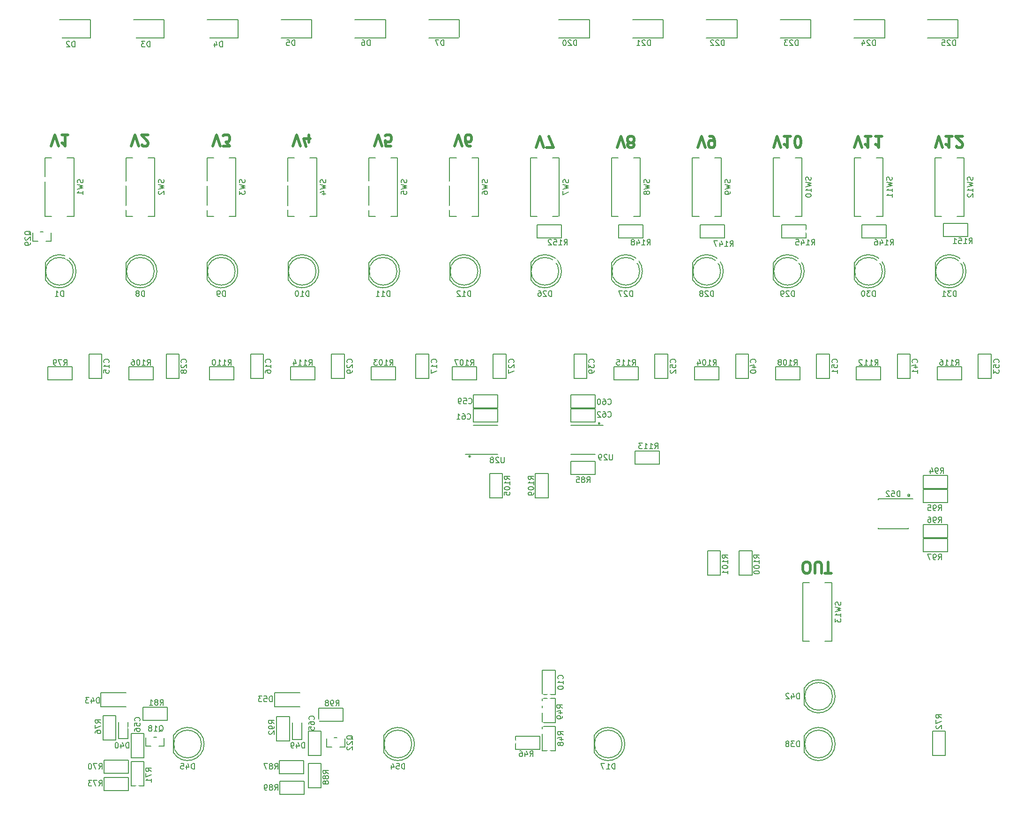
<source format=gbo>
G04 #@! TF.GenerationSoftware,KiCad,Pcbnew,(5.1.6)-1*
G04 #@! TF.CreationDate,2023-08-01T14:26:21+02:00*
G04 #@! TF.ProjectId,zone-controller,7a6f6e65-2d63-46f6-9e74-726f6c6c6572,rev?*
G04 #@! TF.SameCoordinates,Original*
G04 #@! TF.FileFunction,Legend,Bot*
G04 #@! TF.FilePolarity,Positive*
%FSLAX46Y46*%
G04 Gerber Fmt 4.6, Leading zero omitted, Abs format (unit mm)*
G04 Created by KiCad (PCBNEW (5.1.6)-1) date 2023-08-01 14:26:21*
%MOMM*%
%LPD*%
G01*
G04 APERTURE LIST*
%ADD10C,0.500000*%
%ADD11C,0.160000*%
%ADD12C,0.120000*%
%ADD13C,0.900000*%
%ADD14C,0.100000*%
%ADD15R,1.100000X1.100000*%
%ADD16C,6.100000*%
%ADD17C,2.200000*%
%ADD18R,2.600000X2.600000*%
%ADD19R,1.400000X2.100000*%
%ADD20R,2.100000X2.100000*%
%ADD21C,2.100000*%
%ADD22R,3.600000X3.600000*%
%ADD23C,3.600000*%
%ADD24R,2.100000X0.900000*%
%ADD25R,2.100000X0.600000*%
%ADD26O,3.200000X3.200000*%
%ADD27R,3.200000X3.200000*%
%ADD28C,1.600000*%
%ADD29C,3.400000*%
%ADD30R,0.900000X0.900000*%
G04 APERTURE END LIST*
D10*
X202533571Y-20145238D02*
X203200238Y-18145238D01*
X203866904Y-20145238D01*
X205581190Y-18145238D02*
X204438333Y-18145238D01*
X205009761Y-18145238D02*
X205009761Y-20145238D01*
X204819285Y-19859523D01*
X204628809Y-19669047D01*
X204438333Y-19573809D01*
X206343095Y-19954761D02*
X206438333Y-20050000D01*
X206628809Y-20145238D01*
X207105000Y-20145238D01*
X207295476Y-20050000D01*
X207390714Y-19954761D01*
X207485952Y-19764285D01*
X207485952Y-19573809D01*
X207390714Y-19288095D01*
X206247857Y-18145238D01*
X207485952Y-18145238D01*
X187928571Y-20145238D02*
X188595238Y-18145238D01*
X189261904Y-20145238D01*
X190976190Y-18145238D02*
X189833333Y-18145238D01*
X190404761Y-18145238D02*
X190404761Y-20145238D01*
X190214285Y-19859523D01*
X190023809Y-19669047D01*
X189833333Y-19573809D01*
X192880952Y-18145238D02*
X191738095Y-18145238D01*
X192309523Y-18145238D02*
X192309523Y-20145238D01*
X192119047Y-19859523D01*
X191928571Y-19669047D01*
X191738095Y-19573809D01*
X173323571Y-20145238D02*
X173990238Y-18145238D01*
X174656904Y-20145238D01*
X176371190Y-18145238D02*
X175228333Y-18145238D01*
X175799761Y-18145238D02*
X175799761Y-20145238D01*
X175609285Y-19859523D01*
X175418809Y-19669047D01*
X175228333Y-19573809D01*
X177609285Y-20145238D02*
X177799761Y-20145238D01*
X177990238Y-20050000D01*
X178085476Y-19954761D01*
X178180714Y-19764285D01*
X178275952Y-19383333D01*
X178275952Y-18907142D01*
X178180714Y-18526190D01*
X178085476Y-18335714D01*
X177990238Y-18240476D01*
X177799761Y-18145238D01*
X177609285Y-18145238D01*
X177418809Y-18240476D01*
X177323571Y-18335714D01*
X177228333Y-18526190D01*
X177133095Y-18907142D01*
X177133095Y-19383333D01*
X177228333Y-19764285D01*
X177323571Y-19954761D01*
X177418809Y-20050000D01*
X177609285Y-20145238D01*
X159670952Y-20145238D02*
X160337619Y-18145238D01*
X161004285Y-20145238D01*
X161766190Y-18145238D02*
X162147142Y-18145238D01*
X162337619Y-18240476D01*
X162432857Y-18335714D01*
X162623333Y-18621428D01*
X162718571Y-19002380D01*
X162718571Y-19764285D01*
X162623333Y-19954761D01*
X162528095Y-20050000D01*
X162337619Y-20145238D01*
X161956666Y-20145238D01*
X161766190Y-20050000D01*
X161670952Y-19954761D01*
X161575714Y-19764285D01*
X161575714Y-19288095D01*
X161670952Y-19097619D01*
X161766190Y-19002380D01*
X161956666Y-18907142D01*
X162337619Y-18907142D01*
X162528095Y-19002380D01*
X162623333Y-19097619D01*
X162718571Y-19288095D01*
X145065952Y-20145238D02*
X145732619Y-18145238D01*
X146399285Y-20145238D01*
X147351666Y-19288095D02*
X147161190Y-19383333D01*
X147065952Y-19478571D01*
X146970714Y-19669047D01*
X146970714Y-19764285D01*
X147065952Y-19954761D01*
X147161190Y-20050000D01*
X147351666Y-20145238D01*
X147732619Y-20145238D01*
X147923095Y-20050000D01*
X148018333Y-19954761D01*
X148113571Y-19764285D01*
X148113571Y-19669047D01*
X148018333Y-19478571D01*
X147923095Y-19383333D01*
X147732619Y-19288095D01*
X147351666Y-19288095D01*
X147161190Y-19192857D01*
X147065952Y-19097619D01*
X146970714Y-18907142D01*
X146970714Y-18526190D01*
X147065952Y-18335714D01*
X147161190Y-18240476D01*
X147351666Y-18145238D01*
X147732619Y-18145238D01*
X147923095Y-18240476D01*
X148018333Y-18335714D01*
X148113571Y-18526190D01*
X148113571Y-18907142D01*
X148018333Y-19097619D01*
X147923095Y-19192857D01*
X147732619Y-19288095D01*
X130460952Y-20145238D02*
X131127619Y-18145238D01*
X131794285Y-20145238D01*
X132270476Y-20145238D02*
X133603809Y-20145238D01*
X132746666Y-18145238D01*
X115728952Y-19891238D02*
X116395619Y-17891238D01*
X117062285Y-19891238D01*
X118586095Y-19891238D02*
X118205142Y-19891238D01*
X118014666Y-19796000D01*
X117919428Y-19700761D01*
X117728952Y-19415047D01*
X117633714Y-19034095D01*
X117633714Y-18272190D01*
X117728952Y-18081714D01*
X117824190Y-17986476D01*
X118014666Y-17891238D01*
X118395619Y-17891238D01*
X118586095Y-17986476D01*
X118681333Y-18081714D01*
X118776571Y-18272190D01*
X118776571Y-18748380D01*
X118681333Y-18938857D01*
X118586095Y-19034095D01*
X118395619Y-19129333D01*
X118014666Y-19129333D01*
X117824190Y-19034095D01*
X117728952Y-18938857D01*
X117633714Y-18748380D01*
X101250952Y-19891238D02*
X101917619Y-17891238D01*
X102584285Y-19891238D01*
X104203333Y-19891238D02*
X103250952Y-19891238D01*
X103155714Y-18938857D01*
X103250952Y-19034095D01*
X103441428Y-19129333D01*
X103917619Y-19129333D01*
X104108095Y-19034095D01*
X104203333Y-18938857D01*
X104298571Y-18748380D01*
X104298571Y-18272190D01*
X104203333Y-18081714D01*
X104108095Y-17986476D01*
X103917619Y-17891238D01*
X103441428Y-17891238D01*
X103250952Y-17986476D01*
X103155714Y-18081714D01*
X86518952Y-19891238D02*
X87185619Y-17891238D01*
X87852285Y-19891238D01*
X89376095Y-19224571D02*
X89376095Y-17891238D01*
X88899904Y-19986476D02*
X88423714Y-18557904D01*
X89661809Y-18557904D01*
X72040952Y-19891238D02*
X72707619Y-17891238D01*
X73374285Y-19891238D01*
X73850476Y-19891238D02*
X75088571Y-19891238D01*
X74421904Y-19129333D01*
X74707619Y-19129333D01*
X74898095Y-19034095D01*
X74993333Y-18938857D01*
X75088571Y-18748380D01*
X75088571Y-18272190D01*
X74993333Y-18081714D01*
X74898095Y-17986476D01*
X74707619Y-17891238D01*
X74136190Y-17891238D01*
X73945714Y-17986476D01*
X73850476Y-18081714D01*
X57308952Y-19891238D02*
X57975619Y-17891238D01*
X58642285Y-19891238D01*
X59213714Y-19700761D02*
X59308952Y-19796000D01*
X59499428Y-19891238D01*
X59975619Y-19891238D01*
X60166095Y-19796000D01*
X60261333Y-19700761D01*
X60356571Y-19510285D01*
X60356571Y-19319809D01*
X60261333Y-19034095D01*
X59118476Y-17891238D01*
X60356571Y-17891238D01*
X42830952Y-19891238D02*
X43497619Y-17891238D01*
X44164285Y-19891238D01*
X45878571Y-17891238D02*
X44735714Y-17891238D01*
X45307142Y-17891238D02*
X45307142Y-19891238D01*
X45116666Y-19605523D01*
X44926190Y-19415047D01*
X44735714Y-19319809D01*
X179102000Y-97107238D02*
X179482952Y-97107238D01*
X179673428Y-97012000D01*
X179863904Y-96821523D01*
X179959142Y-96440571D01*
X179959142Y-95773904D01*
X179863904Y-95392952D01*
X179673428Y-95202476D01*
X179482952Y-95107238D01*
X179102000Y-95107238D01*
X178911523Y-95202476D01*
X178721047Y-95392952D01*
X178625809Y-95773904D01*
X178625809Y-96440571D01*
X178721047Y-96821523D01*
X178911523Y-97012000D01*
X179102000Y-97107238D01*
X180816285Y-97107238D02*
X180816285Y-95488190D01*
X180911523Y-95297714D01*
X181006761Y-95202476D01*
X181197238Y-95107238D01*
X181578190Y-95107238D01*
X181768666Y-95202476D01*
X181863904Y-95297714D01*
X181959142Y-95488190D01*
X181959142Y-97107238D01*
X182625809Y-97107238D02*
X183768666Y-97107238D01*
X183197238Y-95107238D02*
X183197238Y-97107238D01*
D11*
X130642000Y-36486000D02*
X135042000Y-36486000D01*
X135042000Y-36486000D02*
X135042000Y-34126000D01*
X135042000Y-34126000D02*
X130642000Y-34126000D01*
X130642000Y-34126000D02*
X130642000Y-36486000D01*
X204048000Y-36232000D02*
X208448000Y-36232000D01*
X208448000Y-36232000D02*
X208448000Y-33872000D01*
X208448000Y-33872000D02*
X204048000Y-33872000D01*
X204048000Y-33872000D02*
X204048000Y-36232000D01*
X145374000Y-36486000D02*
X149774000Y-36486000D01*
X149774000Y-36486000D02*
X149774000Y-34126000D01*
X149774000Y-34126000D02*
X145374000Y-34126000D01*
X145374000Y-34126000D02*
X145374000Y-36486000D01*
X160106000Y-36486000D02*
X164506000Y-36486000D01*
X164506000Y-36486000D02*
X164506000Y-34126000D01*
X164506000Y-34126000D02*
X160106000Y-34126000D01*
X160106000Y-34126000D02*
X160106000Y-36486000D01*
X189316000Y-36486000D02*
X193716000Y-36486000D01*
X193716000Y-36486000D02*
X193716000Y-34126000D01*
X193716000Y-34126000D02*
X189316000Y-34126000D01*
X189316000Y-34126000D02*
X189316000Y-36486000D01*
X174838000Y-36486000D02*
X179238000Y-36486000D01*
X179238000Y-36486000D02*
X179238000Y-34126000D01*
X179238000Y-34126000D02*
X174838000Y-34126000D01*
X174838000Y-34126000D02*
X174838000Y-36486000D01*
X40894000Y-35433000D02*
X41402000Y-35433000D01*
X42799000Y-37082000D02*
X41869000Y-37082000D01*
X39497000Y-37082000D02*
X40427000Y-37082000D01*
X39497000Y-37082000D02*
X39497000Y-35560000D01*
X42799000Y-37082000D02*
X42799000Y-35622000D01*
X207305000Y-59780000D02*
X202905000Y-59780000D01*
X202905000Y-59780000D02*
X202905000Y-62140000D01*
X202905000Y-62140000D02*
X207305000Y-62140000D01*
X207305000Y-62140000D02*
X207305000Y-59780000D01*
X148885000Y-59780000D02*
X144485000Y-59780000D01*
X144485000Y-59780000D02*
X144485000Y-62140000D01*
X144485000Y-62140000D02*
X148885000Y-62140000D01*
X148885000Y-62140000D02*
X148885000Y-59780000D01*
X90465000Y-59780000D02*
X86065000Y-59780000D01*
X86065000Y-59780000D02*
X86065000Y-62140000D01*
X86065000Y-62140000D02*
X90465000Y-62140000D01*
X90465000Y-62140000D02*
X90465000Y-59780000D01*
X148295000Y-77380000D02*
X152695000Y-77380000D01*
X152695000Y-77380000D02*
X152695000Y-75020000D01*
X152695000Y-75020000D02*
X148295000Y-75020000D01*
X148295000Y-75020000D02*
X148295000Y-77380000D01*
X192700000Y-59780000D02*
X188300000Y-59780000D01*
X188300000Y-59780000D02*
X188300000Y-62140000D01*
X188300000Y-62140000D02*
X192700000Y-62140000D01*
X192700000Y-62140000D02*
X192700000Y-59780000D01*
X75860000Y-59780000D02*
X71460000Y-59780000D01*
X71460000Y-59780000D02*
X71460000Y-62140000D01*
X71460000Y-62140000D02*
X75860000Y-62140000D01*
X75860000Y-62140000D02*
X75860000Y-59780000D01*
X130265000Y-79080000D02*
X130265000Y-83480000D01*
X130265000Y-83480000D02*
X132625000Y-83480000D01*
X132625000Y-83480000D02*
X132625000Y-79080000D01*
X132625000Y-79080000D02*
X130265000Y-79080000D01*
X178095000Y-59780000D02*
X173695000Y-59780000D01*
X173695000Y-59780000D02*
X173695000Y-62140000D01*
X173695000Y-62140000D02*
X178095000Y-62140000D01*
X178095000Y-62140000D02*
X178095000Y-59780000D01*
X119675000Y-59780000D02*
X115275000Y-59780000D01*
X115275000Y-59780000D02*
X115275000Y-62140000D01*
X115275000Y-62140000D02*
X119675000Y-62140000D01*
X119675000Y-62140000D02*
X119675000Y-59780000D01*
X61255000Y-59780000D02*
X56855000Y-59780000D01*
X56855000Y-59780000D02*
X56855000Y-62140000D01*
X56855000Y-62140000D02*
X61255000Y-62140000D01*
X61255000Y-62140000D02*
X61255000Y-59780000D01*
X122010000Y-79080000D02*
X122010000Y-83480000D01*
X122010000Y-83480000D02*
X124370000Y-83480000D01*
X124370000Y-83480000D02*
X124370000Y-79080000D01*
X124370000Y-79080000D02*
X122010000Y-79080000D01*
X163490000Y-59780000D02*
X159090000Y-59780000D01*
X159090000Y-59780000D02*
X159090000Y-62140000D01*
X159090000Y-62140000D02*
X163490000Y-62140000D01*
X163490000Y-62140000D02*
X163490000Y-59780000D01*
X105070000Y-59780000D02*
X100670000Y-59780000D01*
X100670000Y-59780000D02*
X100670000Y-62140000D01*
X100670000Y-62140000D02*
X105070000Y-62140000D01*
X105070000Y-62140000D02*
X105070000Y-59780000D01*
X46650000Y-59780000D02*
X42250000Y-59780000D01*
X42250000Y-59780000D02*
X42250000Y-62140000D01*
X42250000Y-62140000D02*
X46650000Y-62140000D01*
X46650000Y-62140000D02*
X46650000Y-59780000D01*
X46923000Y-22005000D02*
X45720000Y-22005000D01*
X42926000Y-22005000D02*
X41723000Y-22005000D01*
X42926000Y-32605000D02*
X41723000Y-32605000D01*
X46923000Y-32605000D02*
X45720000Y-32605000D01*
X41723000Y-22005000D02*
X41723000Y-32605000D01*
X46923000Y-32605000D02*
X46923000Y-22005000D01*
X61539540Y-22005000D02*
X60336540Y-22005000D01*
X57542540Y-22005000D02*
X56339540Y-22005000D01*
X57542540Y-32605000D02*
X56339540Y-32605000D01*
X61539540Y-32605000D02*
X60336540Y-32605000D01*
X56339540Y-22005000D02*
X56339540Y-32605000D01*
X61539540Y-32605000D02*
X61539540Y-22005000D01*
X49911000Y2921000D02*
X44355000Y2920000D01*
X49911000Y2921000D02*
X49911000Y-379000D01*
X49911000Y-379000D02*
X44355000Y-380000D01*
X149238818Y-22005000D02*
X148035818Y-22005000D01*
X145241818Y-22005000D02*
X144038818Y-22005000D01*
X145241818Y-32605000D02*
X144038818Y-32605000D01*
X149238818Y-32605000D02*
X148035818Y-32605000D01*
X144038818Y-22005000D02*
X144038818Y-32605000D01*
X149238818Y-32605000D02*
X149238818Y-22005000D01*
X120005727Y-22005000D02*
X118802727Y-22005000D01*
X116008727Y-22005000D02*
X114805727Y-22005000D01*
X116008727Y-32605000D02*
X114805727Y-32605000D01*
X120005727Y-32605000D02*
X118802727Y-32605000D01*
X114805727Y-22005000D02*
X114805727Y-32605000D01*
X120005727Y-32605000D02*
X120005727Y-22005000D01*
X134622273Y-22005000D02*
X133419273Y-22005000D01*
X130625273Y-22005000D02*
X129422273Y-22005000D01*
X130625273Y-32605000D02*
X129422273Y-32605000D01*
X134622273Y-32605000D02*
X133419273Y-32605000D01*
X129422273Y-22005000D02*
X129422273Y-32605000D01*
X134622273Y-32605000D02*
X134622273Y-22005000D01*
X207705000Y-22005000D02*
X206502000Y-22005000D01*
X203708000Y-22005000D02*
X202505000Y-22005000D01*
X203708000Y-32605000D02*
X202505000Y-32605000D01*
X207705000Y-32605000D02*
X206502000Y-32605000D01*
X202505000Y-22005000D02*
X202505000Y-32605000D01*
X207705000Y-32605000D02*
X207705000Y-22005000D01*
X193088455Y-22005000D02*
X191885455Y-22005000D01*
X189091455Y-22005000D02*
X187888455Y-22005000D01*
X189091455Y-32605000D02*
X187888455Y-32605000D01*
X193088455Y-32605000D02*
X191885455Y-32605000D01*
X187888455Y-22005000D02*
X187888455Y-32605000D01*
X193088455Y-32605000D02*
X193088455Y-22005000D01*
X178471909Y-22005000D02*
X177268909Y-22005000D01*
X174474909Y-22005000D02*
X173271909Y-22005000D01*
X174474909Y-32605000D02*
X173271909Y-32605000D01*
X178471909Y-32605000D02*
X177268909Y-32605000D01*
X173271909Y-22005000D02*
X173271909Y-32605000D01*
X178471909Y-32605000D02*
X178471909Y-22005000D01*
X163855364Y-22005000D02*
X162652364Y-22005000D01*
X159858364Y-22005000D02*
X158655364Y-22005000D01*
X159858364Y-32605000D02*
X158655364Y-32605000D01*
X163855364Y-32605000D02*
X162652364Y-32605000D01*
X158655364Y-22005000D02*
X158655364Y-32605000D01*
X163855364Y-32605000D02*
X163855364Y-22005000D01*
X105389182Y-22005000D02*
X104186182Y-22005000D01*
X101392182Y-22005000D02*
X100189182Y-22005000D01*
X101392182Y-32605000D02*
X100189182Y-32605000D01*
X105389182Y-32605000D02*
X104186182Y-32605000D01*
X100189182Y-22005000D02*
X100189182Y-32605000D01*
X105389182Y-32605000D02*
X105389182Y-22005000D01*
X90772636Y-22005000D02*
X89569636Y-22005000D01*
X86775636Y-22005000D02*
X85572636Y-22005000D01*
X86775636Y-32605000D02*
X85572636Y-32605000D01*
X90772636Y-32605000D02*
X89569636Y-32605000D01*
X85572636Y-22005000D02*
X85572636Y-32605000D01*
X90772636Y-32605000D02*
X90772636Y-22005000D01*
X76156091Y-22005000D02*
X74953091Y-22005000D01*
X72159091Y-22005000D02*
X70956091Y-22005000D01*
X72159091Y-32605000D02*
X70956091Y-32605000D01*
X76156091Y-32605000D02*
X74953091Y-32605000D01*
X70956091Y-22005000D02*
X70956091Y-32605000D01*
X76156091Y-32605000D02*
X76156091Y-22005000D01*
X183829000Y-98840000D02*
X182626000Y-98840000D01*
X179832000Y-98840000D02*
X178629000Y-98840000D01*
X179832000Y-109440000D02*
X178629000Y-109440000D01*
X183829000Y-109440000D02*
X182626000Y-109440000D01*
X178629000Y-98840000D02*
X178629000Y-109440000D01*
X183829000Y-109440000D02*
X183829000Y-98840000D01*
X56360000Y-121285000D02*
X51816000Y-121285000D01*
X51816000Y-118745000D02*
X56360000Y-118745000D01*
X51816000Y-121285000D02*
X51816000Y-118745000D01*
X87729000Y-121285000D02*
X83185000Y-121285000D01*
X83185000Y-118745000D02*
X87729000Y-118745000D01*
X83185000Y-121285000D02*
X83185000Y-118745000D01*
X59395000Y-123735000D02*
X63795000Y-123735000D01*
X63795000Y-123735000D02*
X63795000Y-121375000D01*
X63795000Y-121375000D02*
X59395000Y-121375000D01*
X59395000Y-121375000D02*
X59395000Y-123735000D01*
X46823000Y-42545000D02*
G75*
G03*
X46823000Y-42545000I-2500000J0D01*
G01*
X41763000Y-44090000D02*
X41763000Y-41000000D01*
X47313000Y-42545462D02*
G75*
G03*
X41763000Y-41000170I-2990000J462D01*
G01*
X47313000Y-42544538D02*
G75*
G02*
X41763000Y-44089830I-2990000J-462D01*
G01*
X206661000Y2921000D02*
X201105000Y2920000D01*
X206661000Y2921000D02*
X206661000Y-379000D01*
X206661000Y-379000D02*
X201105000Y-380000D01*
X197670000Y-89085000D02*
X192220000Y-89085000D01*
X197670000Y-89085000D02*
X197670000Y-88900000D01*
X192220000Y-83635000D02*
X192220000Y-83820000D01*
X192220000Y-89085000D02*
X192220000Y-88900000D01*
X198501000Y-83635000D02*
X192220000Y-83635000D01*
D12*
X197993000Y-83058000D02*
G75*
G03*
X197993000Y-83058000I-254000J0D01*
G01*
X197918605Y-83058000D02*
G75*
G03*
X197918605Y-83058000I-179605J0D01*
G01*
X197866000Y-83058000D02*
G75*
G03*
X197866000Y-83058000I-127000J0D01*
G01*
X197795796Y-83058000D02*
G75*
G03*
X197795796Y-83058000I-56796J0D01*
G01*
X118491000Y-76009500D02*
G75*
G03*
X118491000Y-76009500I-63500J0D01*
G01*
X118554500Y-76009500D02*
G75*
G03*
X118554500Y-76009500I-127000J0D01*
G01*
X118618000Y-76009500D02*
G75*
G03*
X118618000Y-76009500I-190500J0D01*
G01*
D11*
X123485000Y-70415000D02*
X119085000Y-70415000D01*
X123485000Y-75635000D02*
X117685000Y-75635000D01*
D12*
X141859000Y-70040500D02*
G75*
G03*
X141859000Y-70040500I-63500J0D01*
G01*
X141922500Y-70040500D02*
G75*
G03*
X141922500Y-70040500I-127000J0D01*
G01*
X141986000Y-70040500D02*
G75*
G03*
X141986000Y-70040500I-190500J0D01*
G01*
D11*
X136738000Y-75635000D02*
X141138000Y-75635000D01*
X136738000Y-70415000D02*
X142538000Y-70415000D01*
X161380000Y-93050000D02*
X161380000Y-97450000D01*
X161380000Y-97450000D02*
X163740000Y-97450000D01*
X163740000Y-97450000D02*
X163740000Y-93050000D01*
X163740000Y-93050000D02*
X161380000Y-93050000D01*
X167095000Y-93050000D02*
X167095000Y-97450000D01*
X167095000Y-97450000D02*
X169455000Y-97450000D01*
X169455000Y-97450000D02*
X169455000Y-93050000D01*
X169455000Y-93050000D02*
X167095000Y-93050000D01*
X91145000Y-123862000D02*
X95545000Y-123862000D01*
X95545000Y-123862000D02*
X95545000Y-121502000D01*
X95545000Y-121502000D02*
X91145000Y-121502000D01*
X91145000Y-121502000D02*
X91145000Y-123862000D01*
X200365000Y-93255000D02*
X204765000Y-93255000D01*
X204765000Y-93255000D02*
X204765000Y-90895000D01*
X204765000Y-90895000D02*
X200365000Y-90895000D01*
X200365000Y-90895000D02*
X200365000Y-93255000D01*
X200365000Y-90715000D02*
X204765000Y-90715000D01*
X204765000Y-90715000D02*
X204765000Y-88355000D01*
X204765000Y-88355000D02*
X200365000Y-88355000D01*
X200365000Y-88355000D02*
X200365000Y-90715000D01*
X200365000Y-84365000D02*
X204765000Y-84365000D01*
X204765000Y-84365000D02*
X204765000Y-82005000D01*
X204765000Y-82005000D02*
X200365000Y-82005000D01*
X200365000Y-82005000D02*
X200365000Y-84365000D01*
X200365000Y-81825000D02*
X204765000Y-81825000D01*
X204765000Y-81825000D02*
X204765000Y-79465000D01*
X204765000Y-79465000D02*
X200365000Y-79465000D01*
X200365000Y-79465000D02*
X200365000Y-81825000D01*
X85889000Y-127422000D02*
X85889000Y-123022000D01*
X85889000Y-123022000D02*
X83529000Y-123022000D01*
X83529000Y-123022000D02*
X83529000Y-127422000D01*
X83529000Y-127422000D02*
X85889000Y-127422000D01*
X88560000Y-134710000D02*
X84160000Y-134710000D01*
X84160000Y-134710000D02*
X84160000Y-137070000D01*
X84160000Y-137070000D02*
X88560000Y-137070000D01*
X88560000Y-137070000D02*
X88560000Y-134710000D01*
X89244000Y-131531000D02*
X89244000Y-135931000D01*
X89244000Y-135931000D02*
X91604000Y-135931000D01*
X91604000Y-135931000D02*
X91604000Y-131531000D01*
X91604000Y-131531000D02*
X89244000Y-131531000D01*
X88433000Y-131027000D02*
X84033000Y-131027000D01*
X84033000Y-131027000D02*
X84033000Y-133387000D01*
X84033000Y-133387000D02*
X88433000Y-133387000D01*
X88433000Y-133387000D02*
X88433000Y-131027000D01*
X136738000Y-79285000D02*
X141138000Y-79285000D01*
X141138000Y-79285000D02*
X141138000Y-76925000D01*
X141138000Y-76925000D02*
X136738000Y-76925000D01*
X136738000Y-76925000D02*
X136738000Y-79285000D01*
X54520000Y-127295000D02*
X54520000Y-122895000D01*
X54520000Y-122895000D02*
X52160000Y-122895000D01*
X52160000Y-122895000D02*
X52160000Y-127295000D01*
X52160000Y-127295000D02*
X54520000Y-127295000D01*
X56810000Y-134075000D02*
X52410000Y-134075000D01*
X52410000Y-134075000D02*
X52410000Y-136435000D01*
X52410000Y-136435000D02*
X56810000Y-136435000D01*
X56810000Y-136435000D02*
X56810000Y-134075000D01*
X202020000Y-125689000D02*
X202020000Y-130089000D01*
X202020000Y-130089000D02*
X204380000Y-130089000D01*
X204380000Y-130089000D02*
X204380000Y-125689000D01*
X204380000Y-125689000D02*
X202020000Y-125689000D01*
X57240000Y-131150000D02*
X57240000Y-135550000D01*
X57240000Y-135550000D02*
X59600000Y-135550000D01*
X59600000Y-135550000D02*
X59600000Y-131150000D01*
X59600000Y-131150000D02*
X57240000Y-131150000D01*
X56810000Y-130900000D02*
X52410000Y-130900000D01*
X52410000Y-130900000D02*
X52410000Y-133260000D01*
X52410000Y-133260000D02*
X56810000Y-133260000D01*
X56810000Y-133260000D02*
X56810000Y-130900000D01*
X131535000Y-119720000D02*
X131535000Y-124120000D01*
X131535000Y-124120000D02*
X133895000Y-124120000D01*
X133895000Y-124120000D02*
X133895000Y-119720000D01*
X133895000Y-119720000D02*
X131535000Y-119720000D01*
X133895000Y-129200000D02*
X133895000Y-124800000D01*
X133895000Y-124800000D02*
X131535000Y-124800000D01*
X131535000Y-124800000D02*
X131535000Y-129200000D01*
X131535000Y-129200000D02*
X133895000Y-129200000D01*
X131105000Y-126582000D02*
X126705000Y-126582000D01*
X126705000Y-126582000D02*
X126705000Y-128942000D01*
X126705000Y-128942000D02*
X131105000Y-128942000D01*
X131105000Y-128942000D02*
X131105000Y-126582000D01*
X93980000Y-126873000D02*
X94488000Y-126873000D01*
X95885000Y-128522000D02*
X94955000Y-128522000D01*
X92583000Y-128522000D02*
X93513000Y-128522000D01*
X92583000Y-128522000D02*
X92583000Y-127000000D01*
X95885000Y-128522000D02*
X95885000Y-127062000D01*
X61341000Y-126746000D02*
X61849000Y-126746000D01*
X63246000Y-128395000D02*
X62316000Y-128395000D01*
X59944000Y-128395000D02*
X60874000Y-128395000D01*
X59944000Y-128395000D02*
X59944000Y-126873000D01*
X63246000Y-128395000D02*
X63246000Y-126935000D01*
X107964000Y-128000000D02*
G75*
G03*
X107964000Y-128000000I-2500000J0D01*
G01*
X102904000Y-129545000D02*
X102904000Y-126455000D01*
X108454000Y-128000462D02*
G75*
G03*
X102904000Y-126455170I-2990000J462D01*
G01*
X108454000Y-127999538D02*
G75*
G02*
X102904000Y-129544830I-2990000J-462D01*
G01*
X88099000Y-127190500D02*
X88099000Y-124172000D01*
X86399000Y-127190500D02*
X86399000Y-124172000D01*
X88099000Y-127190500D02*
X86399000Y-127190500D01*
X69964000Y-128000000D02*
G75*
G03*
X69964000Y-128000000I-2500000J0D01*
G01*
X64904000Y-129545000D02*
X64904000Y-126455000D01*
X70454000Y-128000462D02*
G75*
G03*
X64904000Y-126455170I-2990000J462D01*
G01*
X70454000Y-127999538D02*
G75*
G02*
X64904000Y-129544830I-2990000J-462D01*
G01*
X183964000Y-119380000D02*
G75*
G03*
X183964000Y-119380000I-2500000J0D01*
G01*
X178904000Y-120925000D02*
X178904000Y-117835000D01*
X184454000Y-119380462D02*
G75*
G03*
X178904000Y-117835170I-2990000J462D01*
G01*
X184454000Y-119379538D02*
G75*
G02*
X178904000Y-120924830I-2990000J-462D01*
G01*
X56730000Y-127063500D02*
X56730000Y-124045000D01*
X55030000Y-127063500D02*
X55030000Y-124045000D01*
X56730000Y-127063500D02*
X55030000Y-127063500D01*
X183964000Y-128000000D02*
G75*
G03*
X183964000Y-128000000I-2500000J0D01*
G01*
X178904000Y-129545000D02*
X178904000Y-126455000D01*
X184454000Y-128000462D02*
G75*
G03*
X178904000Y-126455170I-2990000J462D01*
G01*
X184454000Y-127999538D02*
G75*
G02*
X178904000Y-129544830I-2990000J-462D01*
G01*
X207605000Y-42545000D02*
G75*
G03*
X207605000Y-42545000I-2500000J0D01*
G01*
X202545000Y-44090000D02*
X202545000Y-41000000D01*
X208095000Y-42545462D02*
G75*
G03*
X202545000Y-41000170I-2990000J462D01*
G01*
X208095000Y-42544538D02*
G75*
G02*
X202545000Y-44089830I-2990000J-462D01*
G01*
X192988455Y-42545000D02*
G75*
G03*
X192988455Y-42545000I-2500000J0D01*
G01*
X187928455Y-44090000D02*
X187928455Y-41000000D01*
X193478455Y-42545462D02*
G75*
G03*
X187928455Y-41000170I-2990000J462D01*
G01*
X193478455Y-42544538D02*
G75*
G02*
X187928455Y-44089830I-2990000J-462D01*
G01*
X178371909Y-42545000D02*
G75*
G03*
X178371909Y-42545000I-2500000J0D01*
G01*
X173311909Y-44090000D02*
X173311909Y-41000000D01*
X178861909Y-42545462D02*
G75*
G03*
X173311909Y-41000170I-2990000J462D01*
G01*
X178861909Y-42544538D02*
G75*
G02*
X173311909Y-44089830I-2990000J-462D01*
G01*
X163755364Y-42545000D02*
G75*
G03*
X163755364Y-42545000I-2500000J0D01*
G01*
X158695364Y-44090000D02*
X158695364Y-41000000D01*
X164245364Y-42545462D02*
G75*
G03*
X158695364Y-41000170I-2990000J462D01*
G01*
X164245364Y-42544538D02*
G75*
G02*
X158695364Y-44089830I-2990000J-462D01*
G01*
X149138818Y-42545000D02*
G75*
G03*
X149138818Y-42545000I-2500000J0D01*
G01*
X144078818Y-44090000D02*
X144078818Y-41000000D01*
X149628818Y-42545462D02*
G75*
G03*
X144078818Y-41000170I-2990000J462D01*
G01*
X149628818Y-42544538D02*
G75*
G02*
X144078818Y-44089830I-2990000J-462D01*
G01*
X134522273Y-42545000D02*
G75*
G03*
X134522273Y-42545000I-2500000J0D01*
G01*
X129462273Y-44090000D02*
X129462273Y-41000000D01*
X135012273Y-42545462D02*
G75*
G03*
X129462273Y-41000170I-2990000J462D01*
G01*
X135012273Y-42544538D02*
G75*
G02*
X129462273Y-44089830I-2990000J-462D01*
G01*
X193421000Y2921000D02*
X187865000Y2920000D01*
X193421000Y2921000D02*
X193421000Y-379000D01*
X193421000Y-379000D02*
X187865000Y-380000D01*
X180086000Y2921000D02*
X174530000Y2920000D01*
X180086000Y2921000D02*
X180086000Y-379000D01*
X180086000Y-379000D02*
X174530000Y-380000D01*
X166751000Y2921000D02*
X161195000Y2920000D01*
X166751000Y2921000D02*
X166751000Y-379000D01*
X166751000Y-379000D02*
X161195000Y-380000D01*
X153416000Y2921000D02*
X147860000Y2920000D01*
X153416000Y2921000D02*
X153416000Y-379000D01*
X153416000Y-379000D02*
X147860000Y-380000D01*
X140081000Y2921000D02*
X134525000Y2920000D01*
X140081000Y2921000D02*
X140081000Y-379000D01*
X140081000Y-379000D02*
X134525000Y-380000D01*
X145964000Y-128000000D02*
G75*
G03*
X145964000Y-128000000I-2500000J0D01*
G01*
X140904000Y-129545000D02*
X140904000Y-126455000D01*
X146454000Y-128000462D02*
G75*
G03*
X140904000Y-126455170I-2990000J462D01*
G01*
X146454000Y-127999538D02*
G75*
G02*
X140904000Y-129544830I-2990000J-462D01*
G01*
X119905727Y-42545000D02*
G75*
G03*
X119905727Y-42545000I-2500000J0D01*
G01*
X114845727Y-44090000D02*
X114845727Y-41000000D01*
X120395727Y-42545462D02*
G75*
G03*
X114845727Y-41000170I-2990000J462D01*
G01*
X120395727Y-42544538D02*
G75*
G02*
X114845727Y-44089830I-2990000J-462D01*
G01*
X105289182Y-42545000D02*
G75*
G03*
X105289182Y-42545000I-2500000J0D01*
G01*
X100229182Y-44090000D02*
X100229182Y-41000000D01*
X105779182Y-42545462D02*
G75*
G03*
X100229182Y-41000170I-2990000J462D01*
G01*
X105779182Y-42544538D02*
G75*
G02*
X100229182Y-44089830I-2990000J-462D01*
G01*
X90672636Y-42545000D02*
G75*
G03*
X90672636Y-42545000I-2500000J0D01*
G01*
X85612636Y-44090000D02*
X85612636Y-41000000D01*
X91162636Y-42545462D02*
G75*
G03*
X85612636Y-41000170I-2990000J462D01*
G01*
X91162636Y-42544538D02*
G75*
G02*
X85612636Y-44089830I-2990000J-462D01*
G01*
X76056091Y-42545000D02*
G75*
G03*
X76056091Y-42545000I-2500000J0D01*
G01*
X70996091Y-44090000D02*
X70996091Y-41000000D01*
X76546091Y-42545462D02*
G75*
G03*
X70996091Y-41000170I-2990000J462D01*
G01*
X76546091Y-42544538D02*
G75*
G02*
X70996091Y-44089830I-2990000J-462D01*
G01*
X61439540Y-42545000D02*
G75*
G03*
X61439540Y-42545000I-2500000J0D01*
G01*
X56379540Y-44090000D02*
X56379540Y-41000000D01*
X61929540Y-42545462D02*
G75*
G03*
X56379540Y-41000170I-2990000J462D01*
G01*
X61929540Y-42544538D02*
G75*
G02*
X56379540Y-44089830I-2990000J-462D01*
G01*
X116586000Y2921000D02*
X111030000Y2920000D01*
X116586000Y2921000D02*
X116586000Y-379000D01*
X116586000Y-379000D02*
X111030000Y-380000D01*
X103251000Y2921000D02*
X97695000Y2920000D01*
X103251000Y2921000D02*
X103251000Y-379000D01*
X103251000Y-379000D02*
X97695000Y-380000D01*
X89916000Y2921000D02*
X84360000Y2920000D01*
X89916000Y2921000D02*
X89916000Y-379000D01*
X89916000Y-379000D02*
X84360000Y-380000D01*
X76581000Y2921000D02*
X71025000Y2920000D01*
X76581000Y2921000D02*
X76581000Y-379000D01*
X76581000Y-379000D02*
X71025000Y-380000D01*
X63246000Y2921000D02*
X57690000Y2920000D01*
X63246000Y2921000D02*
X63246000Y-379000D01*
X63246000Y-379000D02*
X57690000Y-380000D01*
X89244000Y-125689000D02*
X89244000Y-130089000D01*
X91604000Y-130089000D02*
X91604000Y-125689000D01*
X91604000Y-125689000D02*
X89244000Y-125689000D01*
X89244000Y-130089000D02*
X91604000Y-130089000D01*
X136738000Y-69760000D02*
X141138000Y-69760000D01*
X141138000Y-67400000D02*
X136738000Y-67400000D01*
X136738000Y-67400000D02*
X136738000Y-69760000D01*
X141138000Y-69760000D02*
X141138000Y-67400000D01*
X119085000Y-69760000D02*
X123485000Y-69760000D01*
X123485000Y-67400000D02*
X119085000Y-67400000D01*
X119085000Y-67400000D02*
X119085000Y-69760000D01*
X123485000Y-69760000D02*
X123485000Y-67400000D01*
X136738000Y-67220000D02*
X141138000Y-67220000D01*
X141138000Y-64860000D02*
X136738000Y-64860000D01*
X136738000Y-64860000D02*
X136738000Y-67220000D01*
X141138000Y-67220000D02*
X141138000Y-64860000D01*
X119085000Y-67220000D02*
X123485000Y-67220000D01*
X123485000Y-64860000D02*
X119085000Y-64860000D01*
X119085000Y-64860000D02*
X119085000Y-67220000D01*
X123485000Y-67220000D02*
X123485000Y-64860000D01*
X57240000Y-126070000D02*
X57240000Y-130470000D01*
X59600000Y-130470000D02*
X59600000Y-126070000D01*
X59600000Y-126070000D02*
X57240000Y-126070000D01*
X57240000Y-130470000D02*
X59600000Y-130470000D01*
X210275000Y-57490000D02*
X210275000Y-61890000D01*
X212635000Y-61890000D02*
X212635000Y-57490000D01*
X212635000Y-57490000D02*
X210275000Y-57490000D01*
X210275000Y-61890000D02*
X212635000Y-61890000D01*
X151855000Y-57490000D02*
X151855000Y-61890000D01*
X154215000Y-61890000D02*
X154215000Y-57490000D01*
X154215000Y-57490000D02*
X151855000Y-57490000D01*
X151855000Y-61890000D02*
X154215000Y-61890000D01*
X181065000Y-57490000D02*
X181065000Y-61890000D01*
X183425000Y-61890000D02*
X183425000Y-57490000D01*
X183425000Y-57490000D02*
X181065000Y-57490000D01*
X181065000Y-61890000D02*
X183425000Y-61890000D01*
X195670000Y-57490000D02*
X195670000Y-61890000D01*
X198030000Y-61890000D02*
X198030000Y-57490000D01*
X198030000Y-57490000D02*
X195670000Y-57490000D01*
X195670000Y-61890000D02*
X198030000Y-61890000D01*
X166460000Y-57490000D02*
X166460000Y-61890000D01*
X168820000Y-61890000D02*
X168820000Y-57490000D01*
X168820000Y-57490000D02*
X166460000Y-57490000D01*
X166460000Y-61890000D02*
X168820000Y-61890000D01*
X137250000Y-57490000D02*
X137250000Y-61890000D01*
X139610000Y-61890000D02*
X139610000Y-57490000D01*
X139610000Y-57490000D02*
X137250000Y-57490000D01*
X137250000Y-61890000D02*
X139610000Y-61890000D01*
X93435000Y-57490000D02*
X93435000Y-61890000D01*
X95795000Y-61890000D02*
X95795000Y-57490000D01*
X95795000Y-57490000D02*
X93435000Y-57490000D01*
X93435000Y-61890000D02*
X95795000Y-61890000D01*
X63590000Y-57490000D02*
X63590000Y-61890000D01*
X65950000Y-61890000D02*
X65950000Y-57490000D01*
X65950000Y-57490000D02*
X63590000Y-57490000D01*
X63590000Y-61890000D02*
X65950000Y-61890000D01*
X122645000Y-57490000D02*
X122645000Y-61890000D01*
X125005000Y-61890000D02*
X125005000Y-57490000D01*
X125005000Y-57490000D02*
X122645000Y-57490000D01*
X122645000Y-61890000D02*
X125005000Y-61890000D01*
X108675000Y-57490000D02*
X108675000Y-61890000D01*
X111035000Y-61890000D02*
X111035000Y-57490000D01*
X111035000Y-57490000D02*
X108675000Y-57490000D01*
X108675000Y-61890000D02*
X111035000Y-61890000D01*
X78830000Y-57490000D02*
X78830000Y-61890000D01*
X81190000Y-61890000D02*
X81190000Y-57490000D01*
X81190000Y-57490000D02*
X78830000Y-57490000D01*
X78830000Y-61890000D02*
X81190000Y-61890000D01*
X49620000Y-57490000D02*
X49620000Y-61890000D01*
X51980000Y-61890000D02*
X51980000Y-57490000D01*
X51980000Y-57490000D02*
X49620000Y-57490000D01*
X49620000Y-61890000D02*
X51980000Y-61890000D01*
X131535000Y-114640000D02*
X131535000Y-119040000D01*
X133895000Y-119040000D02*
X133895000Y-114640000D01*
X133895000Y-114640000D02*
X131535000Y-114640000D01*
X131535000Y-119040000D02*
X133895000Y-119040000D01*
X135485047Y-37790380D02*
X135818380Y-37314190D01*
X136056476Y-37790380D02*
X136056476Y-36790380D01*
X135675523Y-36790380D01*
X135580285Y-36838000D01*
X135532666Y-36885619D01*
X135485047Y-36980857D01*
X135485047Y-37123714D01*
X135532666Y-37218952D01*
X135580285Y-37266571D01*
X135675523Y-37314190D01*
X136056476Y-37314190D01*
X134532666Y-37790380D02*
X135104095Y-37790380D01*
X134818380Y-37790380D02*
X134818380Y-36790380D01*
X134913619Y-36933238D01*
X135008857Y-37028476D01*
X135104095Y-37076095D01*
X133627904Y-36790380D02*
X134104095Y-36790380D01*
X134151714Y-37266571D01*
X134104095Y-37218952D01*
X134008857Y-37171333D01*
X133770761Y-37171333D01*
X133675523Y-37218952D01*
X133627904Y-37266571D01*
X133580285Y-37361809D01*
X133580285Y-37599904D01*
X133627904Y-37695142D01*
X133675523Y-37742761D01*
X133770761Y-37790380D01*
X134008857Y-37790380D01*
X134104095Y-37742761D01*
X134151714Y-37695142D01*
X133199333Y-36885619D02*
X133151714Y-36838000D01*
X133056476Y-36790380D01*
X132818380Y-36790380D01*
X132723142Y-36838000D01*
X132675523Y-36885619D01*
X132627904Y-36980857D01*
X132627904Y-37076095D01*
X132675523Y-37218952D01*
X133246952Y-37790380D01*
X132627904Y-37790380D01*
X208637047Y-37536380D02*
X208970380Y-37060190D01*
X209208476Y-37536380D02*
X209208476Y-36536380D01*
X208827523Y-36536380D01*
X208732285Y-36584000D01*
X208684666Y-36631619D01*
X208637047Y-36726857D01*
X208637047Y-36869714D01*
X208684666Y-36964952D01*
X208732285Y-37012571D01*
X208827523Y-37060190D01*
X209208476Y-37060190D01*
X207684666Y-37536380D02*
X208256095Y-37536380D01*
X207970380Y-37536380D02*
X207970380Y-36536380D01*
X208065619Y-36679238D01*
X208160857Y-36774476D01*
X208256095Y-36822095D01*
X206779904Y-36536380D02*
X207256095Y-36536380D01*
X207303714Y-37012571D01*
X207256095Y-36964952D01*
X207160857Y-36917333D01*
X206922761Y-36917333D01*
X206827523Y-36964952D01*
X206779904Y-37012571D01*
X206732285Y-37107809D01*
X206732285Y-37345904D01*
X206779904Y-37441142D01*
X206827523Y-37488761D01*
X206922761Y-37536380D01*
X207160857Y-37536380D01*
X207256095Y-37488761D01*
X207303714Y-37441142D01*
X205779904Y-37536380D02*
X206351333Y-37536380D01*
X206065619Y-37536380D02*
X206065619Y-36536380D01*
X206160857Y-36679238D01*
X206256095Y-36774476D01*
X206351333Y-36822095D01*
X150471047Y-37790380D02*
X150804380Y-37314190D01*
X151042476Y-37790380D02*
X151042476Y-36790380D01*
X150661523Y-36790380D01*
X150566285Y-36838000D01*
X150518666Y-36885619D01*
X150471047Y-36980857D01*
X150471047Y-37123714D01*
X150518666Y-37218952D01*
X150566285Y-37266571D01*
X150661523Y-37314190D01*
X151042476Y-37314190D01*
X149518666Y-37790380D02*
X150090095Y-37790380D01*
X149804380Y-37790380D02*
X149804380Y-36790380D01*
X149899619Y-36933238D01*
X149994857Y-37028476D01*
X150090095Y-37076095D01*
X148661523Y-37123714D02*
X148661523Y-37790380D01*
X148899619Y-36742761D02*
X149137714Y-37457047D01*
X148518666Y-37457047D01*
X147994857Y-37218952D02*
X148090095Y-37171333D01*
X148137714Y-37123714D01*
X148185333Y-37028476D01*
X148185333Y-36980857D01*
X148137714Y-36885619D01*
X148090095Y-36838000D01*
X147994857Y-36790380D01*
X147804380Y-36790380D01*
X147709142Y-36838000D01*
X147661523Y-36885619D01*
X147613904Y-36980857D01*
X147613904Y-37028476D01*
X147661523Y-37123714D01*
X147709142Y-37171333D01*
X147804380Y-37218952D01*
X147994857Y-37218952D01*
X148090095Y-37266571D01*
X148137714Y-37314190D01*
X148185333Y-37409428D01*
X148185333Y-37599904D01*
X148137714Y-37695142D01*
X148090095Y-37742761D01*
X147994857Y-37790380D01*
X147804380Y-37790380D01*
X147709142Y-37742761D01*
X147661523Y-37695142D01*
X147613904Y-37599904D01*
X147613904Y-37409428D01*
X147661523Y-37314190D01*
X147709142Y-37266571D01*
X147804380Y-37218952D01*
X165457047Y-38044380D02*
X165790380Y-37568190D01*
X166028476Y-38044380D02*
X166028476Y-37044380D01*
X165647523Y-37044380D01*
X165552285Y-37092000D01*
X165504666Y-37139619D01*
X165457047Y-37234857D01*
X165457047Y-37377714D01*
X165504666Y-37472952D01*
X165552285Y-37520571D01*
X165647523Y-37568190D01*
X166028476Y-37568190D01*
X164504666Y-38044380D02*
X165076095Y-38044380D01*
X164790380Y-38044380D02*
X164790380Y-37044380D01*
X164885619Y-37187238D01*
X164980857Y-37282476D01*
X165076095Y-37330095D01*
X163647523Y-37377714D02*
X163647523Y-38044380D01*
X163885619Y-36996761D02*
X164123714Y-37711047D01*
X163504666Y-37711047D01*
X163218952Y-37044380D02*
X162552285Y-37044380D01*
X162980857Y-38044380D01*
X194413047Y-37790380D02*
X194746380Y-37314190D01*
X194984476Y-37790380D02*
X194984476Y-36790380D01*
X194603523Y-36790380D01*
X194508285Y-36838000D01*
X194460666Y-36885619D01*
X194413047Y-36980857D01*
X194413047Y-37123714D01*
X194460666Y-37218952D01*
X194508285Y-37266571D01*
X194603523Y-37314190D01*
X194984476Y-37314190D01*
X193460666Y-37790380D02*
X194032095Y-37790380D01*
X193746380Y-37790380D02*
X193746380Y-36790380D01*
X193841619Y-36933238D01*
X193936857Y-37028476D01*
X194032095Y-37076095D01*
X192603523Y-37123714D02*
X192603523Y-37790380D01*
X192841619Y-36742761D02*
X193079714Y-37457047D01*
X192460666Y-37457047D01*
X191651142Y-36790380D02*
X191841619Y-36790380D01*
X191936857Y-36838000D01*
X191984476Y-36885619D01*
X192079714Y-37028476D01*
X192127333Y-37218952D01*
X192127333Y-37599904D01*
X192079714Y-37695142D01*
X192032095Y-37742761D01*
X191936857Y-37790380D01*
X191746380Y-37790380D01*
X191651142Y-37742761D01*
X191603523Y-37695142D01*
X191555904Y-37599904D01*
X191555904Y-37361809D01*
X191603523Y-37266571D01*
X191651142Y-37218952D01*
X191746380Y-37171333D01*
X191936857Y-37171333D01*
X192032095Y-37218952D01*
X192079714Y-37266571D01*
X192127333Y-37361809D01*
X180189047Y-37790380D02*
X180522380Y-37314190D01*
X180760476Y-37790380D02*
X180760476Y-36790380D01*
X180379523Y-36790380D01*
X180284285Y-36838000D01*
X180236666Y-36885619D01*
X180189047Y-36980857D01*
X180189047Y-37123714D01*
X180236666Y-37218952D01*
X180284285Y-37266571D01*
X180379523Y-37314190D01*
X180760476Y-37314190D01*
X179236666Y-37790380D02*
X179808095Y-37790380D01*
X179522380Y-37790380D02*
X179522380Y-36790380D01*
X179617619Y-36933238D01*
X179712857Y-37028476D01*
X179808095Y-37076095D01*
X178379523Y-37123714D02*
X178379523Y-37790380D01*
X178617619Y-36742761D02*
X178855714Y-37457047D01*
X178236666Y-37457047D01*
X177379523Y-36790380D02*
X177855714Y-36790380D01*
X177903333Y-37266571D01*
X177855714Y-37218952D01*
X177760476Y-37171333D01*
X177522380Y-37171333D01*
X177427142Y-37218952D01*
X177379523Y-37266571D01*
X177331904Y-37361809D01*
X177331904Y-37599904D01*
X177379523Y-37695142D01*
X177427142Y-37742761D01*
X177522380Y-37790380D01*
X177760476Y-37790380D01*
X177855714Y-37742761D01*
X177903333Y-37695142D01*
X39155619Y-36004571D02*
X39108000Y-35909333D01*
X39012761Y-35814095D01*
X38869904Y-35671238D01*
X38822285Y-35576000D01*
X38822285Y-35480761D01*
X39060380Y-35528380D02*
X39012761Y-35433142D01*
X38917523Y-35337904D01*
X38727047Y-35290285D01*
X38393714Y-35290285D01*
X38203238Y-35337904D01*
X38108000Y-35433142D01*
X38060380Y-35528380D01*
X38060380Y-35718857D01*
X38108000Y-35814095D01*
X38203238Y-35909333D01*
X38393714Y-35956952D01*
X38727047Y-35956952D01*
X38917523Y-35909333D01*
X39012761Y-35814095D01*
X39060380Y-35718857D01*
X39060380Y-35528380D01*
X38155619Y-36337904D02*
X38108000Y-36385523D01*
X38060380Y-36480761D01*
X38060380Y-36718857D01*
X38108000Y-36814095D01*
X38155619Y-36861714D01*
X38250857Y-36909333D01*
X38346095Y-36909333D01*
X38488952Y-36861714D01*
X39060380Y-36290285D01*
X39060380Y-36909333D01*
X39060380Y-37385523D02*
X39060380Y-37576000D01*
X39012761Y-37671238D01*
X38965142Y-37718857D01*
X38822285Y-37814095D01*
X38631809Y-37861714D01*
X38250857Y-37861714D01*
X38155619Y-37814095D01*
X38108000Y-37766476D01*
X38060380Y-37671238D01*
X38060380Y-37480761D01*
X38108000Y-37385523D01*
X38155619Y-37337904D01*
X38250857Y-37290285D01*
X38488952Y-37290285D01*
X38584190Y-37337904D01*
X38631809Y-37385523D01*
X38679428Y-37480761D01*
X38679428Y-37671238D01*
X38631809Y-37766476D01*
X38584190Y-37814095D01*
X38488952Y-37861714D01*
X206224047Y-59507380D02*
X206557380Y-59031190D01*
X206795476Y-59507380D02*
X206795476Y-58507380D01*
X206414523Y-58507380D01*
X206319285Y-58555000D01*
X206271666Y-58602619D01*
X206224047Y-58697857D01*
X206224047Y-58840714D01*
X206271666Y-58935952D01*
X206319285Y-58983571D01*
X206414523Y-59031190D01*
X206795476Y-59031190D01*
X205271666Y-59507380D02*
X205843095Y-59507380D01*
X205557380Y-59507380D02*
X205557380Y-58507380D01*
X205652619Y-58650238D01*
X205747857Y-58745476D01*
X205843095Y-58793095D01*
X204319285Y-59507380D02*
X204890714Y-59507380D01*
X204605000Y-59507380D02*
X204605000Y-58507380D01*
X204700238Y-58650238D01*
X204795476Y-58745476D01*
X204890714Y-58793095D01*
X203462142Y-58507380D02*
X203652619Y-58507380D01*
X203747857Y-58555000D01*
X203795476Y-58602619D01*
X203890714Y-58745476D01*
X203938333Y-58935952D01*
X203938333Y-59316904D01*
X203890714Y-59412142D01*
X203843095Y-59459761D01*
X203747857Y-59507380D01*
X203557380Y-59507380D01*
X203462142Y-59459761D01*
X203414523Y-59412142D01*
X203366904Y-59316904D01*
X203366904Y-59078809D01*
X203414523Y-58983571D01*
X203462142Y-58935952D01*
X203557380Y-58888333D01*
X203747857Y-58888333D01*
X203843095Y-58935952D01*
X203890714Y-58983571D01*
X203938333Y-59078809D01*
X147804047Y-59507380D02*
X148137380Y-59031190D01*
X148375476Y-59507380D02*
X148375476Y-58507380D01*
X147994523Y-58507380D01*
X147899285Y-58555000D01*
X147851666Y-58602619D01*
X147804047Y-58697857D01*
X147804047Y-58840714D01*
X147851666Y-58935952D01*
X147899285Y-58983571D01*
X147994523Y-59031190D01*
X148375476Y-59031190D01*
X146851666Y-59507380D02*
X147423095Y-59507380D01*
X147137380Y-59507380D02*
X147137380Y-58507380D01*
X147232619Y-58650238D01*
X147327857Y-58745476D01*
X147423095Y-58793095D01*
X145899285Y-59507380D02*
X146470714Y-59507380D01*
X146185000Y-59507380D02*
X146185000Y-58507380D01*
X146280238Y-58650238D01*
X146375476Y-58745476D01*
X146470714Y-58793095D01*
X144994523Y-58507380D02*
X145470714Y-58507380D01*
X145518333Y-58983571D01*
X145470714Y-58935952D01*
X145375476Y-58888333D01*
X145137380Y-58888333D01*
X145042142Y-58935952D01*
X144994523Y-58983571D01*
X144946904Y-59078809D01*
X144946904Y-59316904D01*
X144994523Y-59412142D01*
X145042142Y-59459761D01*
X145137380Y-59507380D01*
X145375476Y-59507380D01*
X145470714Y-59459761D01*
X145518333Y-59412142D01*
X89384047Y-59507380D02*
X89717380Y-59031190D01*
X89955476Y-59507380D02*
X89955476Y-58507380D01*
X89574523Y-58507380D01*
X89479285Y-58555000D01*
X89431666Y-58602619D01*
X89384047Y-58697857D01*
X89384047Y-58840714D01*
X89431666Y-58935952D01*
X89479285Y-58983571D01*
X89574523Y-59031190D01*
X89955476Y-59031190D01*
X88431666Y-59507380D02*
X89003095Y-59507380D01*
X88717380Y-59507380D02*
X88717380Y-58507380D01*
X88812619Y-58650238D01*
X88907857Y-58745476D01*
X89003095Y-58793095D01*
X87479285Y-59507380D02*
X88050714Y-59507380D01*
X87765000Y-59507380D02*
X87765000Y-58507380D01*
X87860238Y-58650238D01*
X87955476Y-58745476D01*
X88050714Y-58793095D01*
X86622142Y-58840714D02*
X86622142Y-59507380D01*
X86860238Y-58459761D02*
X87098333Y-59174047D01*
X86479285Y-59174047D01*
X151868047Y-74620380D02*
X152201380Y-74144190D01*
X152439476Y-74620380D02*
X152439476Y-73620380D01*
X152058523Y-73620380D01*
X151963285Y-73668000D01*
X151915666Y-73715619D01*
X151868047Y-73810857D01*
X151868047Y-73953714D01*
X151915666Y-74048952D01*
X151963285Y-74096571D01*
X152058523Y-74144190D01*
X152439476Y-74144190D01*
X150915666Y-74620380D02*
X151487095Y-74620380D01*
X151201380Y-74620380D02*
X151201380Y-73620380D01*
X151296619Y-73763238D01*
X151391857Y-73858476D01*
X151487095Y-73906095D01*
X149963285Y-74620380D02*
X150534714Y-74620380D01*
X150249000Y-74620380D02*
X150249000Y-73620380D01*
X150344238Y-73763238D01*
X150439476Y-73858476D01*
X150534714Y-73906095D01*
X149629952Y-73620380D02*
X149010904Y-73620380D01*
X149344238Y-74001333D01*
X149201380Y-74001333D01*
X149106142Y-74048952D01*
X149058523Y-74096571D01*
X149010904Y-74191809D01*
X149010904Y-74429904D01*
X149058523Y-74525142D01*
X149106142Y-74572761D01*
X149201380Y-74620380D01*
X149487095Y-74620380D01*
X149582333Y-74572761D01*
X149629952Y-74525142D01*
X191619047Y-59507380D02*
X191952380Y-59031190D01*
X192190476Y-59507380D02*
X192190476Y-58507380D01*
X191809523Y-58507380D01*
X191714285Y-58555000D01*
X191666666Y-58602619D01*
X191619047Y-58697857D01*
X191619047Y-58840714D01*
X191666666Y-58935952D01*
X191714285Y-58983571D01*
X191809523Y-59031190D01*
X192190476Y-59031190D01*
X190666666Y-59507380D02*
X191238095Y-59507380D01*
X190952380Y-59507380D02*
X190952380Y-58507380D01*
X191047619Y-58650238D01*
X191142857Y-58745476D01*
X191238095Y-58793095D01*
X189714285Y-59507380D02*
X190285714Y-59507380D01*
X190000000Y-59507380D02*
X190000000Y-58507380D01*
X190095238Y-58650238D01*
X190190476Y-58745476D01*
X190285714Y-58793095D01*
X189333333Y-58602619D02*
X189285714Y-58555000D01*
X189190476Y-58507380D01*
X188952380Y-58507380D01*
X188857142Y-58555000D01*
X188809523Y-58602619D01*
X188761904Y-58697857D01*
X188761904Y-58793095D01*
X188809523Y-58935952D01*
X189380952Y-59507380D01*
X188761904Y-59507380D01*
X74779047Y-59507380D02*
X75112380Y-59031190D01*
X75350476Y-59507380D02*
X75350476Y-58507380D01*
X74969523Y-58507380D01*
X74874285Y-58555000D01*
X74826666Y-58602619D01*
X74779047Y-58697857D01*
X74779047Y-58840714D01*
X74826666Y-58935952D01*
X74874285Y-58983571D01*
X74969523Y-59031190D01*
X75350476Y-59031190D01*
X73826666Y-59507380D02*
X74398095Y-59507380D01*
X74112380Y-59507380D02*
X74112380Y-58507380D01*
X74207619Y-58650238D01*
X74302857Y-58745476D01*
X74398095Y-58793095D01*
X72874285Y-59507380D02*
X73445714Y-59507380D01*
X73160000Y-59507380D02*
X73160000Y-58507380D01*
X73255238Y-58650238D01*
X73350476Y-58745476D01*
X73445714Y-58793095D01*
X72255238Y-58507380D02*
X72160000Y-58507380D01*
X72064761Y-58555000D01*
X72017142Y-58602619D01*
X71969523Y-58697857D01*
X71921904Y-58888333D01*
X71921904Y-59126428D01*
X71969523Y-59316904D01*
X72017142Y-59412142D01*
X72064761Y-59459761D01*
X72160000Y-59507380D01*
X72255238Y-59507380D01*
X72350476Y-59459761D01*
X72398095Y-59412142D01*
X72445714Y-59316904D01*
X72493333Y-59126428D01*
X72493333Y-58888333D01*
X72445714Y-58697857D01*
X72398095Y-58602619D01*
X72350476Y-58555000D01*
X72255238Y-58507380D01*
X129992380Y-80160952D02*
X129516190Y-79827619D01*
X129992380Y-79589523D02*
X128992380Y-79589523D01*
X128992380Y-79970476D01*
X129040000Y-80065714D01*
X129087619Y-80113333D01*
X129182857Y-80160952D01*
X129325714Y-80160952D01*
X129420952Y-80113333D01*
X129468571Y-80065714D01*
X129516190Y-79970476D01*
X129516190Y-79589523D01*
X129992380Y-81113333D02*
X129992380Y-80541904D01*
X129992380Y-80827619D02*
X128992380Y-80827619D01*
X129135238Y-80732380D01*
X129230476Y-80637142D01*
X129278095Y-80541904D01*
X128992380Y-81732380D02*
X128992380Y-81827619D01*
X129040000Y-81922857D01*
X129087619Y-81970476D01*
X129182857Y-82018095D01*
X129373333Y-82065714D01*
X129611428Y-82065714D01*
X129801904Y-82018095D01*
X129897142Y-81970476D01*
X129944761Y-81922857D01*
X129992380Y-81827619D01*
X129992380Y-81732380D01*
X129944761Y-81637142D01*
X129897142Y-81589523D01*
X129801904Y-81541904D01*
X129611428Y-81494285D01*
X129373333Y-81494285D01*
X129182857Y-81541904D01*
X129087619Y-81589523D01*
X129040000Y-81637142D01*
X128992380Y-81732380D01*
X129992380Y-82541904D02*
X129992380Y-82732380D01*
X129944761Y-82827619D01*
X129897142Y-82875238D01*
X129754285Y-82970476D01*
X129563809Y-83018095D01*
X129182857Y-83018095D01*
X129087619Y-82970476D01*
X129040000Y-82922857D01*
X128992380Y-82827619D01*
X128992380Y-82637142D01*
X129040000Y-82541904D01*
X129087619Y-82494285D01*
X129182857Y-82446666D01*
X129420952Y-82446666D01*
X129516190Y-82494285D01*
X129563809Y-82541904D01*
X129611428Y-82637142D01*
X129611428Y-82827619D01*
X129563809Y-82922857D01*
X129516190Y-82970476D01*
X129420952Y-83018095D01*
X177014047Y-59507380D02*
X177347380Y-59031190D01*
X177585476Y-59507380D02*
X177585476Y-58507380D01*
X177204523Y-58507380D01*
X177109285Y-58555000D01*
X177061666Y-58602619D01*
X177014047Y-58697857D01*
X177014047Y-58840714D01*
X177061666Y-58935952D01*
X177109285Y-58983571D01*
X177204523Y-59031190D01*
X177585476Y-59031190D01*
X176061666Y-59507380D02*
X176633095Y-59507380D01*
X176347380Y-59507380D02*
X176347380Y-58507380D01*
X176442619Y-58650238D01*
X176537857Y-58745476D01*
X176633095Y-58793095D01*
X175442619Y-58507380D02*
X175347380Y-58507380D01*
X175252142Y-58555000D01*
X175204523Y-58602619D01*
X175156904Y-58697857D01*
X175109285Y-58888333D01*
X175109285Y-59126428D01*
X175156904Y-59316904D01*
X175204523Y-59412142D01*
X175252142Y-59459761D01*
X175347380Y-59507380D01*
X175442619Y-59507380D01*
X175537857Y-59459761D01*
X175585476Y-59412142D01*
X175633095Y-59316904D01*
X175680714Y-59126428D01*
X175680714Y-58888333D01*
X175633095Y-58697857D01*
X175585476Y-58602619D01*
X175537857Y-58555000D01*
X175442619Y-58507380D01*
X174537857Y-58935952D02*
X174633095Y-58888333D01*
X174680714Y-58840714D01*
X174728333Y-58745476D01*
X174728333Y-58697857D01*
X174680714Y-58602619D01*
X174633095Y-58555000D01*
X174537857Y-58507380D01*
X174347380Y-58507380D01*
X174252142Y-58555000D01*
X174204523Y-58602619D01*
X174156904Y-58697857D01*
X174156904Y-58745476D01*
X174204523Y-58840714D01*
X174252142Y-58888333D01*
X174347380Y-58935952D01*
X174537857Y-58935952D01*
X174633095Y-58983571D01*
X174680714Y-59031190D01*
X174728333Y-59126428D01*
X174728333Y-59316904D01*
X174680714Y-59412142D01*
X174633095Y-59459761D01*
X174537857Y-59507380D01*
X174347380Y-59507380D01*
X174252142Y-59459761D01*
X174204523Y-59412142D01*
X174156904Y-59316904D01*
X174156904Y-59126428D01*
X174204523Y-59031190D01*
X174252142Y-58983571D01*
X174347380Y-58935952D01*
X118594047Y-59507380D02*
X118927380Y-59031190D01*
X119165476Y-59507380D02*
X119165476Y-58507380D01*
X118784523Y-58507380D01*
X118689285Y-58555000D01*
X118641666Y-58602619D01*
X118594047Y-58697857D01*
X118594047Y-58840714D01*
X118641666Y-58935952D01*
X118689285Y-58983571D01*
X118784523Y-59031190D01*
X119165476Y-59031190D01*
X117641666Y-59507380D02*
X118213095Y-59507380D01*
X117927380Y-59507380D02*
X117927380Y-58507380D01*
X118022619Y-58650238D01*
X118117857Y-58745476D01*
X118213095Y-58793095D01*
X117022619Y-58507380D02*
X116927380Y-58507380D01*
X116832142Y-58555000D01*
X116784523Y-58602619D01*
X116736904Y-58697857D01*
X116689285Y-58888333D01*
X116689285Y-59126428D01*
X116736904Y-59316904D01*
X116784523Y-59412142D01*
X116832142Y-59459761D01*
X116927380Y-59507380D01*
X117022619Y-59507380D01*
X117117857Y-59459761D01*
X117165476Y-59412142D01*
X117213095Y-59316904D01*
X117260714Y-59126428D01*
X117260714Y-58888333D01*
X117213095Y-58697857D01*
X117165476Y-58602619D01*
X117117857Y-58555000D01*
X117022619Y-58507380D01*
X116355952Y-58507380D02*
X115689285Y-58507380D01*
X116117857Y-59507380D01*
X60174047Y-59507380D02*
X60507380Y-59031190D01*
X60745476Y-59507380D02*
X60745476Y-58507380D01*
X60364523Y-58507380D01*
X60269285Y-58555000D01*
X60221666Y-58602619D01*
X60174047Y-58697857D01*
X60174047Y-58840714D01*
X60221666Y-58935952D01*
X60269285Y-58983571D01*
X60364523Y-59031190D01*
X60745476Y-59031190D01*
X59221666Y-59507380D02*
X59793095Y-59507380D01*
X59507380Y-59507380D02*
X59507380Y-58507380D01*
X59602619Y-58650238D01*
X59697857Y-58745476D01*
X59793095Y-58793095D01*
X58602619Y-58507380D02*
X58507380Y-58507380D01*
X58412142Y-58555000D01*
X58364523Y-58602619D01*
X58316904Y-58697857D01*
X58269285Y-58888333D01*
X58269285Y-59126428D01*
X58316904Y-59316904D01*
X58364523Y-59412142D01*
X58412142Y-59459761D01*
X58507380Y-59507380D01*
X58602619Y-59507380D01*
X58697857Y-59459761D01*
X58745476Y-59412142D01*
X58793095Y-59316904D01*
X58840714Y-59126428D01*
X58840714Y-58888333D01*
X58793095Y-58697857D01*
X58745476Y-58602619D01*
X58697857Y-58555000D01*
X58602619Y-58507380D01*
X57412142Y-58507380D02*
X57602619Y-58507380D01*
X57697857Y-58555000D01*
X57745476Y-58602619D01*
X57840714Y-58745476D01*
X57888333Y-58935952D01*
X57888333Y-59316904D01*
X57840714Y-59412142D01*
X57793095Y-59459761D01*
X57697857Y-59507380D01*
X57507380Y-59507380D01*
X57412142Y-59459761D01*
X57364523Y-59412142D01*
X57316904Y-59316904D01*
X57316904Y-59078809D01*
X57364523Y-58983571D01*
X57412142Y-58935952D01*
X57507380Y-58888333D01*
X57697857Y-58888333D01*
X57793095Y-58935952D01*
X57840714Y-58983571D01*
X57888333Y-59078809D01*
X125674380Y-80160952D02*
X125198190Y-79827619D01*
X125674380Y-79589523D02*
X124674380Y-79589523D01*
X124674380Y-79970476D01*
X124722000Y-80065714D01*
X124769619Y-80113333D01*
X124864857Y-80160952D01*
X125007714Y-80160952D01*
X125102952Y-80113333D01*
X125150571Y-80065714D01*
X125198190Y-79970476D01*
X125198190Y-79589523D01*
X125674380Y-81113333D02*
X125674380Y-80541904D01*
X125674380Y-80827619D02*
X124674380Y-80827619D01*
X124817238Y-80732380D01*
X124912476Y-80637142D01*
X124960095Y-80541904D01*
X124674380Y-81732380D02*
X124674380Y-81827619D01*
X124722000Y-81922857D01*
X124769619Y-81970476D01*
X124864857Y-82018095D01*
X125055333Y-82065714D01*
X125293428Y-82065714D01*
X125483904Y-82018095D01*
X125579142Y-81970476D01*
X125626761Y-81922857D01*
X125674380Y-81827619D01*
X125674380Y-81732380D01*
X125626761Y-81637142D01*
X125579142Y-81589523D01*
X125483904Y-81541904D01*
X125293428Y-81494285D01*
X125055333Y-81494285D01*
X124864857Y-81541904D01*
X124769619Y-81589523D01*
X124722000Y-81637142D01*
X124674380Y-81732380D01*
X124674380Y-82970476D02*
X124674380Y-82494285D01*
X125150571Y-82446666D01*
X125102952Y-82494285D01*
X125055333Y-82589523D01*
X125055333Y-82827619D01*
X125102952Y-82922857D01*
X125150571Y-82970476D01*
X125245809Y-83018095D01*
X125483904Y-83018095D01*
X125579142Y-82970476D01*
X125626761Y-82922857D01*
X125674380Y-82827619D01*
X125674380Y-82589523D01*
X125626761Y-82494285D01*
X125579142Y-82446666D01*
X162409047Y-59507380D02*
X162742380Y-59031190D01*
X162980476Y-59507380D02*
X162980476Y-58507380D01*
X162599523Y-58507380D01*
X162504285Y-58555000D01*
X162456666Y-58602619D01*
X162409047Y-58697857D01*
X162409047Y-58840714D01*
X162456666Y-58935952D01*
X162504285Y-58983571D01*
X162599523Y-59031190D01*
X162980476Y-59031190D01*
X161456666Y-59507380D02*
X162028095Y-59507380D01*
X161742380Y-59507380D02*
X161742380Y-58507380D01*
X161837619Y-58650238D01*
X161932857Y-58745476D01*
X162028095Y-58793095D01*
X160837619Y-58507380D02*
X160742380Y-58507380D01*
X160647142Y-58555000D01*
X160599523Y-58602619D01*
X160551904Y-58697857D01*
X160504285Y-58888333D01*
X160504285Y-59126428D01*
X160551904Y-59316904D01*
X160599523Y-59412142D01*
X160647142Y-59459761D01*
X160742380Y-59507380D01*
X160837619Y-59507380D01*
X160932857Y-59459761D01*
X160980476Y-59412142D01*
X161028095Y-59316904D01*
X161075714Y-59126428D01*
X161075714Y-58888333D01*
X161028095Y-58697857D01*
X160980476Y-58602619D01*
X160932857Y-58555000D01*
X160837619Y-58507380D01*
X159647142Y-58840714D02*
X159647142Y-59507380D01*
X159885238Y-58459761D02*
X160123333Y-59174047D01*
X159504285Y-59174047D01*
X103989047Y-59507380D02*
X104322380Y-59031190D01*
X104560476Y-59507380D02*
X104560476Y-58507380D01*
X104179523Y-58507380D01*
X104084285Y-58555000D01*
X104036666Y-58602619D01*
X103989047Y-58697857D01*
X103989047Y-58840714D01*
X104036666Y-58935952D01*
X104084285Y-58983571D01*
X104179523Y-59031190D01*
X104560476Y-59031190D01*
X103036666Y-59507380D02*
X103608095Y-59507380D01*
X103322380Y-59507380D02*
X103322380Y-58507380D01*
X103417619Y-58650238D01*
X103512857Y-58745476D01*
X103608095Y-58793095D01*
X102417619Y-58507380D02*
X102322380Y-58507380D01*
X102227142Y-58555000D01*
X102179523Y-58602619D01*
X102131904Y-58697857D01*
X102084285Y-58888333D01*
X102084285Y-59126428D01*
X102131904Y-59316904D01*
X102179523Y-59412142D01*
X102227142Y-59459761D01*
X102322380Y-59507380D01*
X102417619Y-59507380D01*
X102512857Y-59459761D01*
X102560476Y-59412142D01*
X102608095Y-59316904D01*
X102655714Y-59126428D01*
X102655714Y-58888333D01*
X102608095Y-58697857D01*
X102560476Y-58602619D01*
X102512857Y-58555000D01*
X102417619Y-58507380D01*
X101750952Y-58507380D02*
X101131904Y-58507380D01*
X101465238Y-58888333D01*
X101322380Y-58888333D01*
X101227142Y-58935952D01*
X101179523Y-58983571D01*
X101131904Y-59078809D01*
X101131904Y-59316904D01*
X101179523Y-59412142D01*
X101227142Y-59459761D01*
X101322380Y-59507380D01*
X101608095Y-59507380D01*
X101703333Y-59459761D01*
X101750952Y-59412142D01*
X45092857Y-59507380D02*
X45426190Y-59031190D01*
X45664285Y-59507380D02*
X45664285Y-58507380D01*
X45283333Y-58507380D01*
X45188095Y-58555000D01*
X45140476Y-58602619D01*
X45092857Y-58697857D01*
X45092857Y-58840714D01*
X45140476Y-58935952D01*
X45188095Y-58983571D01*
X45283333Y-59031190D01*
X45664285Y-59031190D01*
X44759523Y-58507380D02*
X44092857Y-58507380D01*
X44521428Y-59507380D01*
X43664285Y-59507380D02*
X43473809Y-59507380D01*
X43378571Y-59459761D01*
X43330952Y-59412142D01*
X43235714Y-59269285D01*
X43188095Y-59078809D01*
X43188095Y-58697857D01*
X43235714Y-58602619D01*
X43283333Y-58555000D01*
X43378571Y-58507380D01*
X43569047Y-58507380D01*
X43664285Y-58555000D01*
X43711904Y-58602619D01*
X43759523Y-58697857D01*
X43759523Y-58935952D01*
X43711904Y-59031190D01*
X43664285Y-59078809D01*
X43569047Y-59126428D01*
X43378571Y-59126428D01*
X43283333Y-59078809D01*
X43235714Y-59031190D01*
X43188095Y-58935952D01*
X48537761Y-25971666D02*
X48585380Y-26114523D01*
X48585380Y-26352619D01*
X48537761Y-26447857D01*
X48490142Y-26495476D01*
X48394904Y-26543095D01*
X48299666Y-26543095D01*
X48204428Y-26495476D01*
X48156809Y-26447857D01*
X48109190Y-26352619D01*
X48061571Y-26162142D01*
X48013952Y-26066904D01*
X47966333Y-26019285D01*
X47871095Y-25971666D01*
X47775857Y-25971666D01*
X47680619Y-26019285D01*
X47633000Y-26066904D01*
X47585380Y-26162142D01*
X47585380Y-26400238D01*
X47633000Y-26543095D01*
X47585380Y-26876428D02*
X48585380Y-27114523D01*
X47871095Y-27305000D01*
X48585380Y-27495476D01*
X47585380Y-27733571D01*
X48585380Y-28638333D02*
X48585380Y-28066904D01*
X48585380Y-28352619D02*
X47585380Y-28352619D01*
X47728238Y-28257380D01*
X47823476Y-28162142D01*
X47871095Y-28066904D01*
X63154301Y-25971666D02*
X63201920Y-26114523D01*
X63201920Y-26352619D01*
X63154301Y-26447857D01*
X63106682Y-26495476D01*
X63011444Y-26543095D01*
X62916206Y-26543095D01*
X62820968Y-26495476D01*
X62773349Y-26447857D01*
X62725730Y-26352619D01*
X62678111Y-26162142D01*
X62630492Y-26066904D01*
X62582873Y-26019285D01*
X62487635Y-25971666D01*
X62392397Y-25971666D01*
X62297159Y-26019285D01*
X62249540Y-26066904D01*
X62201920Y-26162142D01*
X62201920Y-26400238D01*
X62249540Y-26543095D01*
X62201920Y-26876428D02*
X63201920Y-27114523D01*
X62487635Y-27305000D01*
X63201920Y-27495476D01*
X62201920Y-27733571D01*
X62297159Y-28066904D02*
X62249540Y-28114523D01*
X62201920Y-28209761D01*
X62201920Y-28447857D01*
X62249540Y-28543095D01*
X62297159Y-28590714D01*
X62392397Y-28638333D01*
X62487635Y-28638333D01*
X62630492Y-28590714D01*
X63201920Y-28019285D01*
X63201920Y-28638333D01*
X47093095Y-1976380D02*
X47093095Y-976380D01*
X46855000Y-976380D01*
X46712142Y-1024000D01*
X46616904Y-1119238D01*
X46569285Y-1214476D01*
X46521666Y-1404952D01*
X46521666Y-1547809D01*
X46569285Y-1738285D01*
X46616904Y-1833523D01*
X46712142Y-1928761D01*
X46855000Y-1976380D01*
X47093095Y-1976380D01*
X46140714Y-1071619D02*
X46093095Y-1024000D01*
X45997857Y-976380D01*
X45759761Y-976380D01*
X45664523Y-1024000D01*
X45616904Y-1071619D01*
X45569285Y-1166857D01*
X45569285Y-1262095D01*
X45616904Y-1404952D01*
X46188333Y-1976380D01*
X45569285Y-1976380D01*
X150853579Y-25971666D02*
X150901198Y-26114523D01*
X150901198Y-26352619D01*
X150853579Y-26447857D01*
X150805960Y-26495476D01*
X150710722Y-26543095D01*
X150615484Y-26543095D01*
X150520246Y-26495476D01*
X150472627Y-26447857D01*
X150425008Y-26352619D01*
X150377389Y-26162142D01*
X150329770Y-26066904D01*
X150282151Y-26019285D01*
X150186913Y-25971666D01*
X150091675Y-25971666D01*
X149996437Y-26019285D01*
X149948818Y-26066904D01*
X149901198Y-26162142D01*
X149901198Y-26400238D01*
X149948818Y-26543095D01*
X149901198Y-26876428D02*
X150901198Y-27114523D01*
X150186913Y-27305000D01*
X150901198Y-27495476D01*
X149901198Y-27733571D01*
X150329770Y-28257380D02*
X150282151Y-28162142D01*
X150234532Y-28114523D01*
X150139294Y-28066904D01*
X150091675Y-28066904D01*
X149996437Y-28114523D01*
X149948818Y-28162142D01*
X149901198Y-28257380D01*
X149901198Y-28447857D01*
X149948818Y-28543095D01*
X149996437Y-28590714D01*
X150091675Y-28638333D01*
X150139294Y-28638333D01*
X150234532Y-28590714D01*
X150282151Y-28543095D01*
X150329770Y-28447857D01*
X150329770Y-28257380D01*
X150377389Y-28162142D01*
X150425008Y-28114523D01*
X150520246Y-28066904D01*
X150710722Y-28066904D01*
X150805960Y-28114523D01*
X150853579Y-28162142D01*
X150901198Y-28257380D01*
X150901198Y-28447857D01*
X150853579Y-28543095D01*
X150805960Y-28590714D01*
X150710722Y-28638333D01*
X150520246Y-28638333D01*
X150425008Y-28590714D01*
X150377389Y-28543095D01*
X150329770Y-28447857D01*
X121620488Y-25971666D02*
X121668107Y-26114523D01*
X121668107Y-26352619D01*
X121620488Y-26447857D01*
X121572869Y-26495476D01*
X121477631Y-26543095D01*
X121382393Y-26543095D01*
X121287155Y-26495476D01*
X121239536Y-26447857D01*
X121191917Y-26352619D01*
X121144298Y-26162142D01*
X121096679Y-26066904D01*
X121049060Y-26019285D01*
X120953822Y-25971666D01*
X120858584Y-25971666D01*
X120763346Y-26019285D01*
X120715727Y-26066904D01*
X120668107Y-26162142D01*
X120668107Y-26400238D01*
X120715727Y-26543095D01*
X120668107Y-26876428D02*
X121668107Y-27114523D01*
X120953822Y-27305000D01*
X121668107Y-27495476D01*
X120668107Y-27733571D01*
X120668107Y-28543095D02*
X120668107Y-28352619D01*
X120715727Y-28257380D01*
X120763346Y-28209761D01*
X120906203Y-28114523D01*
X121096679Y-28066904D01*
X121477631Y-28066904D01*
X121572869Y-28114523D01*
X121620488Y-28162142D01*
X121668107Y-28257380D01*
X121668107Y-28447857D01*
X121620488Y-28543095D01*
X121572869Y-28590714D01*
X121477631Y-28638333D01*
X121239536Y-28638333D01*
X121144298Y-28590714D01*
X121096679Y-28543095D01*
X121049060Y-28447857D01*
X121049060Y-28257380D01*
X121096679Y-28162142D01*
X121144298Y-28114523D01*
X121239536Y-28066904D01*
X136237034Y-25971666D02*
X136284653Y-26114523D01*
X136284653Y-26352619D01*
X136237034Y-26447857D01*
X136189415Y-26495476D01*
X136094177Y-26543095D01*
X135998939Y-26543095D01*
X135903701Y-26495476D01*
X135856082Y-26447857D01*
X135808463Y-26352619D01*
X135760844Y-26162142D01*
X135713225Y-26066904D01*
X135665606Y-26019285D01*
X135570368Y-25971666D01*
X135475130Y-25971666D01*
X135379892Y-26019285D01*
X135332273Y-26066904D01*
X135284653Y-26162142D01*
X135284653Y-26400238D01*
X135332273Y-26543095D01*
X135284653Y-26876428D02*
X136284653Y-27114523D01*
X135570368Y-27305000D01*
X136284653Y-27495476D01*
X135284653Y-27733571D01*
X135284653Y-28019285D02*
X135284653Y-28685952D01*
X136284653Y-28257380D01*
X209319761Y-25495476D02*
X209367380Y-25638333D01*
X209367380Y-25876428D01*
X209319761Y-25971666D01*
X209272142Y-26019285D01*
X209176904Y-26066904D01*
X209081666Y-26066904D01*
X208986428Y-26019285D01*
X208938809Y-25971666D01*
X208891190Y-25876428D01*
X208843571Y-25685952D01*
X208795952Y-25590714D01*
X208748333Y-25543095D01*
X208653095Y-25495476D01*
X208557857Y-25495476D01*
X208462619Y-25543095D01*
X208415000Y-25590714D01*
X208367380Y-25685952D01*
X208367380Y-25924047D01*
X208415000Y-26066904D01*
X208367380Y-26400238D02*
X209367380Y-26638333D01*
X208653095Y-26828809D01*
X209367380Y-27019285D01*
X208367380Y-27257380D01*
X209367380Y-28162142D02*
X209367380Y-27590714D01*
X209367380Y-27876428D02*
X208367380Y-27876428D01*
X208510238Y-27781190D01*
X208605476Y-27685952D01*
X208653095Y-27590714D01*
X208462619Y-28543095D02*
X208415000Y-28590714D01*
X208367380Y-28685952D01*
X208367380Y-28924047D01*
X208415000Y-29019285D01*
X208462619Y-29066904D01*
X208557857Y-29114523D01*
X208653095Y-29114523D01*
X208795952Y-29066904D01*
X209367380Y-28495476D01*
X209367380Y-29114523D01*
X194703216Y-25495476D02*
X194750835Y-25638333D01*
X194750835Y-25876428D01*
X194703216Y-25971666D01*
X194655597Y-26019285D01*
X194560359Y-26066904D01*
X194465121Y-26066904D01*
X194369883Y-26019285D01*
X194322264Y-25971666D01*
X194274645Y-25876428D01*
X194227026Y-25685952D01*
X194179407Y-25590714D01*
X194131788Y-25543095D01*
X194036550Y-25495476D01*
X193941312Y-25495476D01*
X193846074Y-25543095D01*
X193798455Y-25590714D01*
X193750835Y-25685952D01*
X193750835Y-25924047D01*
X193798455Y-26066904D01*
X193750835Y-26400238D02*
X194750835Y-26638333D01*
X194036550Y-26828809D01*
X194750835Y-27019285D01*
X193750835Y-27257380D01*
X194750835Y-28162142D02*
X194750835Y-27590714D01*
X194750835Y-27876428D02*
X193750835Y-27876428D01*
X193893693Y-27781190D01*
X193988931Y-27685952D01*
X194036550Y-27590714D01*
X194750835Y-29114523D02*
X194750835Y-28543095D01*
X194750835Y-28828809D02*
X193750835Y-28828809D01*
X193893693Y-28733571D01*
X193988931Y-28638333D01*
X194036550Y-28543095D01*
X180086670Y-25495476D02*
X180134289Y-25638333D01*
X180134289Y-25876428D01*
X180086670Y-25971666D01*
X180039051Y-26019285D01*
X179943813Y-26066904D01*
X179848575Y-26066904D01*
X179753337Y-26019285D01*
X179705718Y-25971666D01*
X179658099Y-25876428D01*
X179610480Y-25685952D01*
X179562861Y-25590714D01*
X179515242Y-25543095D01*
X179420004Y-25495476D01*
X179324766Y-25495476D01*
X179229528Y-25543095D01*
X179181909Y-25590714D01*
X179134289Y-25685952D01*
X179134289Y-25924047D01*
X179181909Y-26066904D01*
X179134289Y-26400238D02*
X180134289Y-26638333D01*
X179420004Y-26828809D01*
X180134289Y-27019285D01*
X179134289Y-27257380D01*
X180134289Y-28162142D02*
X180134289Y-27590714D01*
X180134289Y-27876428D02*
X179134289Y-27876428D01*
X179277147Y-27781190D01*
X179372385Y-27685952D01*
X179420004Y-27590714D01*
X179134289Y-28781190D02*
X179134289Y-28876428D01*
X179181909Y-28971666D01*
X179229528Y-29019285D01*
X179324766Y-29066904D01*
X179515242Y-29114523D01*
X179753337Y-29114523D01*
X179943813Y-29066904D01*
X180039051Y-29019285D01*
X180086670Y-28971666D01*
X180134289Y-28876428D01*
X180134289Y-28781190D01*
X180086670Y-28685952D01*
X180039051Y-28638333D01*
X179943813Y-28590714D01*
X179753337Y-28543095D01*
X179515242Y-28543095D01*
X179324766Y-28590714D01*
X179229528Y-28638333D01*
X179181909Y-28685952D01*
X179134289Y-28781190D01*
X165470125Y-25971666D02*
X165517744Y-26114523D01*
X165517744Y-26352619D01*
X165470125Y-26447857D01*
X165422506Y-26495476D01*
X165327268Y-26543095D01*
X165232030Y-26543095D01*
X165136792Y-26495476D01*
X165089173Y-26447857D01*
X165041554Y-26352619D01*
X164993935Y-26162142D01*
X164946316Y-26066904D01*
X164898697Y-26019285D01*
X164803459Y-25971666D01*
X164708221Y-25971666D01*
X164612983Y-26019285D01*
X164565364Y-26066904D01*
X164517744Y-26162142D01*
X164517744Y-26400238D01*
X164565364Y-26543095D01*
X164517744Y-26876428D02*
X165517744Y-27114523D01*
X164803459Y-27305000D01*
X165517744Y-27495476D01*
X164517744Y-27733571D01*
X165517744Y-28162142D02*
X165517744Y-28352619D01*
X165470125Y-28447857D01*
X165422506Y-28495476D01*
X165279649Y-28590714D01*
X165089173Y-28638333D01*
X164708221Y-28638333D01*
X164612983Y-28590714D01*
X164565364Y-28543095D01*
X164517744Y-28447857D01*
X164517744Y-28257380D01*
X164565364Y-28162142D01*
X164612983Y-28114523D01*
X164708221Y-28066904D01*
X164946316Y-28066904D01*
X165041554Y-28114523D01*
X165089173Y-28162142D01*
X165136792Y-28257380D01*
X165136792Y-28447857D01*
X165089173Y-28543095D01*
X165041554Y-28590714D01*
X164946316Y-28638333D01*
X107003943Y-25971666D02*
X107051562Y-26114523D01*
X107051562Y-26352619D01*
X107003943Y-26447857D01*
X106956324Y-26495476D01*
X106861086Y-26543095D01*
X106765848Y-26543095D01*
X106670610Y-26495476D01*
X106622991Y-26447857D01*
X106575372Y-26352619D01*
X106527753Y-26162142D01*
X106480134Y-26066904D01*
X106432515Y-26019285D01*
X106337277Y-25971666D01*
X106242039Y-25971666D01*
X106146801Y-26019285D01*
X106099182Y-26066904D01*
X106051562Y-26162142D01*
X106051562Y-26400238D01*
X106099182Y-26543095D01*
X106051562Y-26876428D02*
X107051562Y-27114523D01*
X106337277Y-27305000D01*
X107051562Y-27495476D01*
X106051562Y-27733571D01*
X106051562Y-28590714D02*
X106051562Y-28114523D01*
X106527753Y-28066904D01*
X106480134Y-28114523D01*
X106432515Y-28209761D01*
X106432515Y-28447857D01*
X106480134Y-28543095D01*
X106527753Y-28590714D01*
X106622991Y-28638333D01*
X106861086Y-28638333D01*
X106956324Y-28590714D01*
X107003943Y-28543095D01*
X107051562Y-28447857D01*
X107051562Y-28209761D01*
X107003943Y-28114523D01*
X106956324Y-28066904D01*
X92387397Y-25971666D02*
X92435016Y-26114523D01*
X92435016Y-26352619D01*
X92387397Y-26447857D01*
X92339778Y-26495476D01*
X92244540Y-26543095D01*
X92149302Y-26543095D01*
X92054064Y-26495476D01*
X92006445Y-26447857D01*
X91958826Y-26352619D01*
X91911207Y-26162142D01*
X91863588Y-26066904D01*
X91815969Y-26019285D01*
X91720731Y-25971666D01*
X91625493Y-25971666D01*
X91530255Y-26019285D01*
X91482636Y-26066904D01*
X91435016Y-26162142D01*
X91435016Y-26400238D01*
X91482636Y-26543095D01*
X91435016Y-26876428D02*
X92435016Y-27114523D01*
X91720731Y-27305000D01*
X92435016Y-27495476D01*
X91435016Y-27733571D01*
X91768350Y-28543095D02*
X92435016Y-28543095D01*
X91387397Y-28305000D02*
X92101683Y-28066904D01*
X92101683Y-28685952D01*
X77770852Y-25971666D02*
X77818471Y-26114523D01*
X77818471Y-26352619D01*
X77770852Y-26447857D01*
X77723233Y-26495476D01*
X77627995Y-26543095D01*
X77532757Y-26543095D01*
X77437519Y-26495476D01*
X77389900Y-26447857D01*
X77342281Y-26352619D01*
X77294662Y-26162142D01*
X77247043Y-26066904D01*
X77199424Y-26019285D01*
X77104186Y-25971666D01*
X77008948Y-25971666D01*
X76913710Y-26019285D01*
X76866091Y-26066904D01*
X76818471Y-26162142D01*
X76818471Y-26400238D01*
X76866091Y-26543095D01*
X76818471Y-26876428D02*
X77818471Y-27114523D01*
X77104186Y-27305000D01*
X77818471Y-27495476D01*
X76818471Y-27733571D01*
X76818471Y-28019285D02*
X76818471Y-28638333D01*
X77199424Y-28305000D01*
X77199424Y-28447857D01*
X77247043Y-28543095D01*
X77294662Y-28590714D01*
X77389900Y-28638333D01*
X77627995Y-28638333D01*
X77723233Y-28590714D01*
X77770852Y-28543095D01*
X77818471Y-28447857D01*
X77818471Y-28162142D01*
X77770852Y-28066904D01*
X77723233Y-28019285D01*
X185443761Y-102330476D02*
X185491380Y-102473333D01*
X185491380Y-102711428D01*
X185443761Y-102806666D01*
X185396142Y-102854285D01*
X185300904Y-102901904D01*
X185205666Y-102901904D01*
X185110428Y-102854285D01*
X185062809Y-102806666D01*
X185015190Y-102711428D01*
X184967571Y-102520952D01*
X184919952Y-102425714D01*
X184872333Y-102378095D01*
X184777095Y-102330476D01*
X184681857Y-102330476D01*
X184586619Y-102378095D01*
X184539000Y-102425714D01*
X184491380Y-102520952D01*
X184491380Y-102759047D01*
X184539000Y-102901904D01*
X184491380Y-103235238D02*
X185491380Y-103473333D01*
X184777095Y-103663809D01*
X185491380Y-103854285D01*
X184491380Y-104092380D01*
X185491380Y-104997142D02*
X185491380Y-104425714D01*
X185491380Y-104711428D02*
X184491380Y-104711428D01*
X184634238Y-104616190D01*
X184729476Y-104520952D01*
X184777095Y-104425714D01*
X184491380Y-105330476D02*
X184491380Y-105949523D01*
X184872333Y-105616190D01*
X184872333Y-105759047D01*
X184919952Y-105854285D01*
X184967571Y-105901904D01*
X185062809Y-105949523D01*
X185300904Y-105949523D01*
X185396142Y-105901904D01*
X185443761Y-105854285D01*
X185491380Y-105759047D01*
X185491380Y-105473333D01*
X185443761Y-105378095D01*
X185396142Y-105330476D01*
X51506285Y-120594380D02*
X51506285Y-119594380D01*
X51268190Y-119594380D01*
X51125333Y-119642000D01*
X51030095Y-119737238D01*
X50982476Y-119832476D01*
X50934857Y-120022952D01*
X50934857Y-120165809D01*
X50982476Y-120356285D01*
X51030095Y-120451523D01*
X51125333Y-120546761D01*
X51268190Y-120594380D01*
X51506285Y-120594380D01*
X50077714Y-119927714D02*
X50077714Y-120594380D01*
X50315809Y-119546761D02*
X50553904Y-120261047D01*
X49934857Y-120261047D01*
X49649142Y-119594380D02*
X49030095Y-119594380D01*
X49363428Y-119975333D01*
X49220571Y-119975333D01*
X49125333Y-120022952D01*
X49077714Y-120070571D01*
X49030095Y-120165809D01*
X49030095Y-120403904D01*
X49077714Y-120499142D01*
X49125333Y-120546761D01*
X49220571Y-120594380D01*
X49506285Y-120594380D01*
X49601523Y-120546761D01*
X49649142Y-120499142D01*
X82748285Y-120340380D02*
X82748285Y-119340380D01*
X82510190Y-119340380D01*
X82367333Y-119388000D01*
X82272095Y-119483238D01*
X82224476Y-119578476D01*
X82176857Y-119768952D01*
X82176857Y-119911809D01*
X82224476Y-120102285D01*
X82272095Y-120197523D01*
X82367333Y-120292761D01*
X82510190Y-120340380D01*
X82748285Y-120340380D01*
X81272095Y-119340380D02*
X81748285Y-119340380D01*
X81795904Y-119816571D01*
X81748285Y-119768952D01*
X81653047Y-119721333D01*
X81414952Y-119721333D01*
X81319714Y-119768952D01*
X81272095Y-119816571D01*
X81224476Y-119911809D01*
X81224476Y-120149904D01*
X81272095Y-120245142D01*
X81319714Y-120292761D01*
X81414952Y-120340380D01*
X81653047Y-120340380D01*
X81748285Y-120292761D01*
X81795904Y-120245142D01*
X80891142Y-119340380D02*
X80272095Y-119340380D01*
X80605428Y-119721333D01*
X80462571Y-119721333D01*
X80367333Y-119768952D01*
X80319714Y-119816571D01*
X80272095Y-119911809D01*
X80272095Y-120149904D01*
X80319714Y-120245142D01*
X80367333Y-120292761D01*
X80462571Y-120340380D01*
X80748285Y-120340380D01*
X80843523Y-120292761D01*
X80891142Y-120245142D01*
X62491857Y-120975380D02*
X62825190Y-120499190D01*
X63063285Y-120975380D02*
X63063285Y-119975380D01*
X62682333Y-119975380D01*
X62587095Y-120023000D01*
X62539476Y-120070619D01*
X62491857Y-120165857D01*
X62491857Y-120308714D01*
X62539476Y-120403952D01*
X62587095Y-120451571D01*
X62682333Y-120499190D01*
X63063285Y-120499190D01*
X61920428Y-120403952D02*
X62015666Y-120356333D01*
X62063285Y-120308714D01*
X62110904Y-120213476D01*
X62110904Y-120165857D01*
X62063285Y-120070619D01*
X62015666Y-120023000D01*
X61920428Y-119975380D01*
X61729952Y-119975380D01*
X61634714Y-120023000D01*
X61587095Y-120070619D01*
X61539476Y-120165857D01*
X61539476Y-120213476D01*
X61587095Y-120308714D01*
X61634714Y-120356333D01*
X61729952Y-120403952D01*
X61920428Y-120403952D01*
X62015666Y-120451571D01*
X62063285Y-120499190D01*
X62110904Y-120594428D01*
X62110904Y-120784904D01*
X62063285Y-120880142D01*
X62015666Y-120927761D01*
X61920428Y-120975380D01*
X61729952Y-120975380D01*
X61634714Y-120927761D01*
X61587095Y-120880142D01*
X61539476Y-120784904D01*
X61539476Y-120594428D01*
X61587095Y-120499190D01*
X61634714Y-120451571D01*
X61729952Y-120403952D01*
X60587095Y-120975380D02*
X61158523Y-120975380D01*
X60872809Y-120975380D02*
X60872809Y-119975380D01*
X60968047Y-120118238D01*
X61063285Y-120213476D01*
X61158523Y-120261095D01*
X45061095Y-47061380D02*
X45061095Y-46061380D01*
X44823000Y-46061380D01*
X44680142Y-46109000D01*
X44584904Y-46204238D01*
X44537285Y-46299476D01*
X44489666Y-46489952D01*
X44489666Y-46632809D01*
X44537285Y-46823285D01*
X44584904Y-46918523D01*
X44680142Y-47013761D01*
X44823000Y-47061380D01*
X45061095Y-47061380D01*
X43537285Y-47061380D02*
X44108714Y-47061380D01*
X43823000Y-47061380D02*
X43823000Y-46061380D01*
X43918238Y-46204238D01*
X44013476Y-46299476D01*
X44108714Y-46347095D01*
X206192285Y-1722380D02*
X206192285Y-722380D01*
X205954190Y-722380D01*
X205811333Y-770000D01*
X205716095Y-865238D01*
X205668476Y-960476D01*
X205620857Y-1150952D01*
X205620857Y-1293809D01*
X205668476Y-1484285D01*
X205716095Y-1579523D01*
X205811333Y-1674761D01*
X205954190Y-1722380D01*
X206192285Y-1722380D01*
X205239904Y-817619D02*
X205192285Y-770000D01*
X205097047Y-722380D01*
X204858952Y-722380D01*
X204763714Y-770000D01*
X204716095Y-817619D01*
X204668476Y-912857D01*
X204668476Y-1008095D01*
X204716095Y-1150952D01*
X205287523Y-1722380D01*
X204668476Y-1722380D01*
X203763714Y-722380D02*
X204239904Y-722380D01*
X204287523Y-1198571D01*
X204239904Y-1150952D01*
X204144666Y-1103333D01*
X203906571Y-1103333D01*
X203811333Y-1150952D01*
X203763714Y-1198571D01*
X203716095Y-1293809D01*
X203716095Y-1531904D01*
X203763714Y-1627142D01*
X203811333Y-1674761D01*
X203906571Y-1722380D01*
X204144666Y-1722380D01*
X204239904Y-1674761D01*
X204287523Y-1627142D01*
X196159285Y-83256380D02*
X196159285Y-82256380D01*
X195921190Y-82256380D01*
X195778333Y-82304000D01*
X195683095Y-82399238D01*
X195635476Y-82494476D01*
X195587857Y-82684952D01*
X195587857Y-82827809D01*
X195635476Y-83018285D01*
X195683095Y-83113523D01*
X195778333Y-83208761D01*
X195921190Y-83256380D01*
X196159285Y-83256380D01*
X194683095Y-82256380D02*
X195159285Y-82256380D01*
X195206904Y-82732571D01*
X195159285Y-82684952D01*
X195064047Y-82637333D01*
X194825952Y-82637333D01*
X194730714Y-82684952D01*
X194683095Y-82732571D01*
X194635476Y-82827809D01*
X194635476Y-83065904D01*
X194683095Y-83161142D01*
X194730714Y-83208761D01*
X194825952Y-83256380D01*
X195064047Y-83256380D01*
X195159285Y-83208761D01*
X195206904Y-83161142D01*
X194254523Y-82351619D02*
X194206904Y-82304000D01*
X194111666Y-82256380D01*
X193873571Y-82256380D01*
X193778333Y-82304000D01*
X193730714Y-82351619D01*
X193683095Y-82446857D01*
X193683095Y-82542095D01*
X193730714Y-82684952D01*
X194302142Y-83256380D01*
X193683095Y-83256380D01*
X124682095Y-76160380D02*
X124682095Y-76969904D01*
X124634476Y-77065142D01*
X124586857Y-77112761D01*
X124491619Y-77160380D01*
X124301142Y-77160380D01*
X124205904Y-77112761D01*
X124158285Y-77065142D01*
X124110666Y-76969904D01*
X124110666Y-76160380D01*
X123682095Y-76255619D02*
X123634476Y-76208000D01*
X123539238Y-76160380D01*
X123301142Y-76160380D01*
X123205904Y-76208000D01*
X123158285Y-76255619D01*
X123110666Y-76350857D01*
X123110666Y-76446095D01*
X123158285Y-76588952D01*
X123729714Y-77160380D01*
X123110666Y-77160380D01*
X122539238Y-76588952D02*
X122634476Y-76541333D01*
X122682095Y-76493714D01*
X122729714Y-76398476D01*
X122729714Y-76350857D01*
X122682095Y-76255619D01*
X122634476Y-76208000D01*
X122539238Y-76160380D01*
X122348761Y-76160380D01*
X122253523Y-76208000D01*
X122205904Y-76255619D01*
X122158285Y-76350857D01*
X122158285Y-76398476D01*
X122205904Y-76493714D01*
X122253523Y-76541333D01*
X122348761Y-76588952D01*
X122539238Y-76588952D01*
X122634476Y-76636571D01*
X122682095Y-76684190D01*
X122729714Y-76779428D01*
X122729714Y-76969904D01*
X122682095Y-77065142D01*
X122634476Y-77112761D01*
X122539238Y-77160380D01*
X122348761Y-77160380D01*
X122253523Y-77112761D01*
X122205904Y-77065142D01*
X122158285Y-76969904D01*
X122158285Y-76779428D01*
X122205904Y-76684190D01*
X122253523Y-76636571D01*
X122348761Y-76588952D01*
X144240095Y-75652380D02*
X144240095Y-76461904D01*
X144192476Y-76557142D01*
X144144857Y-76604761D01*
X144049619Y-76652380D01*
X143859142Y-76652380D01*
X143763904Y-76604761D01*
X143716285Y-76557142D01*
X143668666Y-76461904D01*
X143668666Y-75652380D01*
X143240095Y-75747619D02*
X143192476Y-75700000D01*
X143097238Y-75652380D01*
X142859142Y-75652380D01*
X142763904Y-75700000D01*
X142716285Y-75747619D01*
X142668666Y-75842857D01*
X142668666Y-75938095D01*
X142716285Y-76080952D01*
X143287714Y-76652380D01*
X142668666Y-76652380D01*
X142192476Y-76652380D02*
X142002000Y-76652380D01*
X141906761Y-76604761D01*
X141859142Y-76557142D01*
X141763904Y-76414285D01*
X141716285Y-76223809D01*
X141716285Y-75842857D01*
X141763904Y-75747619D01*
X141811523Y-75700000D01*
X141906761Y-75652380D01*
X142097238Y-75652380D01*
X142192476Y-75700000D01*
X142240095Y-75747619D01*
X142287714Y-75842857D01*
X142287714Y-76080952D01*
X142240095Y-76176190D01*
X142192476Y-76223809D01*
X142097238Y-76271428D01*
X141906761Y-76271428D01*
X141811523Y-76223809D01*
X141763904Y-76176190D01*
X141716285Y-76080952D01*
X165044380Y-94384952D02*
X164568190Y-94051619D01*
X165044380Y-93813523D02*
X164044380Y-93813523D01*
X164044380Y-94194476D01*
X164092000Y-94289714D01*
X164139619Y-94337333D01*
X164234857Y-94384952D01*
X164377714Y-94384952D01*
X164472952Y-94337333D01*
X164520571Y-94289714D01*
X164568190Y-94194476D01*
X164568190Y-93813523D01*
X165044380Y-95337333D02*
X165044380Y-94765904D01*
X165044380Y-95051619D02*
X164044380Y-95051619D01*
X164187238Y-94956380D01*
X164282476Y-94861142D01*
X164330095Y-94765904D01*
X164044380Y-95956380D02*
X164044380Y-96051619D01*
X164092000Y-96146857D01*
X164139619Y-96194476D01*
X164234857Y-96242095D01*
X164425333Y-96289714D01*
X164663428Y-96289714D01*
X164853904Y-96242095D01*
X164949142Y-96194476D01*
X164996761Y-96146857D01*
X165044380Y-96051619D01*
X165044380Y-95956380D01*
X164996761Y-95861142D01*
X164949142Y-95813523D01*
X164853904Y-95765904D01*
X164663428Y-95718285D01*
X164425333Y-95718285D01*
X164234857Y-95765904D01*
X164139619Y-95813523D01*
X164092000Y-95861142D01*
X164044380Y-95956380D01*
X165044380Y-97242095D02*
X165044380Y-96670666D01*
X165044380Y-96956380D02*
X164044380Y-96956380D01*
X164187238Y-96861142D01*
X164282476Y-96765904D01*
X164330095Y-96670666D01*
X170759380Y-94384952D02*
X170283190Y-94051619D01*
X170759380Y-93813523D02*
X169759380Y-93813523D01*
X169759380Y-94194476D01*
X169807000Y-94289714D01*
X169854619Y-94337333D01*
X169949857Y-94384952D01*
X170092714Y-94384952D01*
X170187952Y-94337333D01*
X170235571Y-94289714D01*
X170283190Y-94194476D01*
X170283190Y-93813523D01*
X170759380Y-95337333D02*
X170759380Y-94765904D01*
X170759380Y-95051619D02*
X169759380Y-95051619D01*
X169902238Y-94956380D01*
X169997476Y-94861142D01*
X170045095Y-94765904D01*
X169759380Y-95956380D02*
X169759380Y-96051619D01*
X169807000Y-96146857D01*
X169854619Y-96194476D01*
X169949857Y-96242095D01*
X170140333Y-96289714D01*
X170378428Y-96289714D01*
X170568904Y-96242095D01*
X170664142Y-96194476D01*
X170711761Y-96146857D01*
X170759380Y-96051619D01*
X170759380Y-95956380D01*
X170711761Y-95861142D01*
X170664142Y-95813523D01*
X170568904Y-95765904D01*
X170378428Y-95718285D01*
X170140333Y-95718285D01*
X169949857Y-95765904D01*
X169854619Y-95813523D01*
X169807000Y-95861142D01*
X169759380Y-95956380D01*
X169759380Y-96908761D02*
X169759380Y-97004000D01*
X169807000Y-97099238D01*
X169854619Y-97146857D01*
X169949857Y-97194476D01*
X170140333Y-97242095D01*
X170378428Y-97242095D01*
X170568904Y-97194476D01*
X170664142Y-97146857D01*
X170711761Y-97099238D01*
X170759380Y-97004000D01*
X170759380Y-96908761D01*
X170711761Y-96813523D01*
X170664142Y-96765904D01*
X170568904Y-96718285D01*
X170378428Y-96670666D01*
X170140333Y-96670666D01*
X169949857Y-96718285D01*
X169854619Y-96765904D01*
X169807000Y-96813523D01*
X169759380Y-96908761D01*
X94241857Y-121102380D02*
X94575190Y-120626190D01*
X94813285Y-121102380D02*
X94813285Y-120102380D01*
X94432333Y-120102380D01*
X94337095Y-120150000D01*
X94289476Y-120197619D01*
X94241857Y-120292857D01*
X94241857Y-120435714D01*
X94289476Y-120530952D01*
X94337095Y-120578571D01*
X94432333Y-120626190D01*
X94813285Y-120626190D01*
X93765666Y-121102380D02*
X93575190Y-121102380D01*
X93479952Y-121054761D01*
X93432333Y-121007142D01*
X93337095Y-120864285D01*
X93289476Y-120673809D01*
X93289476Y-120292857D01*
X93337095Y-120197619D01*
X93384714Y-120150000D01*
X93479952Y-120102380D01*
X93670428Y-120102380D01*
X93765666Y-120150000D01*
X93813285Y-120197619D01*
X93860904Y-120292857D01*
X93860904Y-120530952D01*
X93813285Y-120626190D01*
X93765666Y-120673809D01*
X93670428Y-120721428D01*
X93479952Y-120721428D01*
X93384714Y-120673809D01*
X93337095Y-120626190D01*
X93289476Y-120530952D01*
X92718047Y-120530952D02*
X92813285Y-120483333D01*
X92860904Y-120435714D01*
X92908523Y-120340476D01*
X92908523Y-120292857D01*
X92860904Y-120197619D01*
X92813285Y-120150000D01*
X92718047Y-120102380D01*
X92527571Y-120102380D01*
X92432333Y-120150000D01*
X92384714Y-120197619D01*
X92337095Y-120292857D01*
X92337095Y-120340476D01*
X92384714Y-120435714D01*
X92432333Y-120483333D01*
X92527571Y-120530952D01*
X92718047Y-120530952D01*
X92813285Y-120578571D01*
X92860904Y-120626190D01*
X92908523Y-120721428D01*
X92908523Y-120911904D01*
X92860904Y-121007142D01*
X92813285Y-121054761D01*
X92718047Y-121102380D01*
X92527571Y-121102380D01*
X92432333Y-121054761D01*
X92384714Y-121007142D01*
X92337095Y-120911904D01*
X92337095Y-120721428D01*
X92384714Y-120626190D01*
X92432333Y-120578571D01*
X92527571Y-120530952D01*
X203080857Y-94686380D02*
X203414190Y-94210190D01*
X203652285Y-94686380D02*
X203652285Y-93686380D01*
X203271333Y-93686380D01*
X203176095Y-93734000D01*
X203128476Y-93781619D01*
X203080857Y-93876857D01*
X203080857Y-94019714D01*
X203128476Y-94114952D01*
X203176095Y-94162571D01*
X203271333Y-94210190D01*
X203652285Y-94210190D01*
X202604666Y-94686380D02*
X202414190Y-94686380D01*
X202318952Y-94638761D01*
X202271333Y-94591142D01*
X202176095Y-94448285D01*
X202128476Y-94257809D01*
X202128476Y-93876857D01*
X202176095Y-93781619D01*
X202223714Y-93734000D01*
X202318952Y-93686380D01*
X202509428Y-93686380D01*
X202604666Y-93734000D01*
X202652285Y-93781619D01*
X202699904Y-93876857D01*
X202699904Y-94114952D01*
X202652285Y-94210190D01*
X202604666Y-94257809D01*
X202509428Y-94305428D01*
X202318952Y-94305428D01*
X202223714Y-94257809D01*
X202176095Y-94210190D01*
X202128476Y-94114952D01*
X201795142Y-93686380D02*
X201128476Y-93686380D01*
X201557047Y-94686380D01*
X203080857Y-87955380D02*
X203414190Y-87479190D01*
X203652285Y-87955380D02*
X203652285Y-86955380D01*
X203271333Y-86955380D01*
X203176095Y-87003000D01*
X203128476Y-87050619D01*
X203080857Y-87145857D01*
X203080857Y-87288714D01*
X203128476Y-87383952D01*
X203176095Y-87431571D01*
X203271333Y-87479190D01*
X203652285Y-87479190D01*
X202604666Y-87955380D02*
X202414190Y-87955380D01*
X202318952Y-87907761D01*
X202271333Y-87860142D01*
X202176095Y-87717285D01*
X202128476Y-87526809D01*
X202128476Y-87145857D01*
X202176095Y-87050619D01*
X202223714Y-87003000D01*
X202318952Y-86955380D01*
X202509428Y-86955380D01*
X202604666Y-87003000D01*
X202652285Y-87050619D01*
X202699904Y-87145857D01*
X202699904Y-87383952D01*
X202652285Y-87479190D01*
X202604666Y-87526809D01*
X202509428Y-87574428D01*
X202318952Y-87574428D01*
X202223714Y-87526809D01*
X202176095Y-87479190D01*
X202128476Y-87383952D01*
X201271333Y-86955380D02*
X201461809Y-86955380D01*
X201557047Y-87003000D01*
X201604666Y-87050619D01*
X201699904Y-87193476D01*
X201747523Y-87383952D01*
X201747523Y-87764904D01*
X201699904Y-87860142D01*
X201652285Y-87907761D01*
X201557047Y-87955380D01*
X201366571Y-87955380D01*
X201271333Y-87907761D01*
X201223714Y-87860142D01*
X201176095Y-87764904D01*
X201176095Y-87526809D01*
X201223714Y-87431571D01*
X201271333Y-87383952D01*
X201366571Y-87336333D01*
X201557047Y-87336333D01*
X201652285Y-87383952D01*
X201699904Y-87431571D01*
X201747523Y-87526809D01*
X203080857Y-85796380D02*
X203414190Y-85320190D01*
X203652285Y-85796380D02*
X203652285Y-84796380D01*
X203271333Y-84796380D01*
X203176095Y-84844000D01*
X203128476Y-84891619D01*
X203080857Y-84986857D01*
X203080857Y-85129714D01*
X203128476Y-85224952D01*
X203176095Y-85272571D01*
X203271333Y-85320190D01*
X203652285Y-85320190D01*
X202604666Y-85796380D02*
X202414190Y-85796380D01*
X202318952Y-85748761D01*
X202271333Y-85701142D01*
X202176095Y-85558285D01*
X202128476Y-85367809D01*
X202128476Y-84986857D01*
X202176095Y-84891619D01*
X202223714Y-84844000D01*
X202318952Y-84796380D01*
X202509428Y-84796380D01*
X202604666Y-84844000D01*
X202652285Y-84891619D01*
X202699904Y-84986857D01*
X202699904Y-85224952D01*
X202652285Y-85320190D01*
X202604666Y-85367809D01*
X202509428Y-85415428D01*
X202318952Y-85415428D01*
X202223714Y-85367809D01*
X202176095Y-85320190D01*
X202128476Y-85224952D01*
X201223714Y-84796380D02*
X201699904Y-84796380D01*
X201747523Y-85272571D01*
X201699904Y-85224952D01*
X201604666Y-85177333D01*
X201366571Y-85177333D01*
X201271333Y-85224952D01*
X201223714Y-85272571D01*
X201176095Y-85367809D01*
X201176095Y-85605904D01*
X201223714Y-85701142D01*
X201271333Y-85748761D01*
X201366571Y-85796380D01*
X201604666Y-85796380D01*
X201699904Y-85748761D01*
X201747523Y-85701142D01*
X203461857Y-79065380D02*
X203795190Y-78589190D01*
X204033285Y-79065380D02*
X204033285Y-78065380D01*
X203652333Y-78065380D01*
X203557095Y-78113000D01*
X203509476Y-78160619D01*
X203461857Y-78255857D01*
X203461857Y-78398714D01*
X203509476Y-78493952D01*
X203557095Y-78541571D01*
X203652333Y-78589190D01*
X204033285Y-78589190D01*
X202985666Y-79065380D02*
X202795190Y-79065380D01*
X202699952Y-79017761D01*
X202652333Y-78970142D01*
X202557095Y-78827285D01*
X202509476Y-78636809D01*
X202509476Y-78255857D01*
X202557095Y-78160619D01*
X202604714Y-78113000D01*
X202699952Y-78065380D01*
X202890428Y-78065380D01*
X202985666Y-78113000D01*
X203033285Y-78160619D01*
X203080904Y-78255857D01*
X203080904Y-78493952D01*
X203033285Y-78589190D01*
X202985666Y-78636809D01*
X202890428Y-78684428D01*
X202699952Y-78684428D01*
X202604714Y-78636809D01*
X202557095Y-78589190D01*
X202509476Y-78493952D01*
X201652333Y-78398714D02*
X201652333Y-79065380D01*
X201890428Y-78017761D02*
X202128523Y-78732047D01*
X201509476Y-78732047D01*
X83129380Y-124325142D02*
X82653190Y-123991809D01*
X83129380Y-123753714D02*
X82129380Y-123753714D01*
X82129380Y-124134666D01*
X82177000Y-124229904D01*
X82224619Y-124277523D01*
X82319857Y-124325142D01*
X82462714Y-124325142D01*
X82557952Y-124277523D01*
X82605571Y-124229904D01*
X82653190Y-124134666D01*
X82653190Y-123753714D01*
X83129380Y-124801333D02*
X83129380Y-124991809D01*
X83081761Y-125087047D01*
X83034142Y-125134666D01*
X82891285Y-125229904D01*
X82700809Y-125277523D01*
X82319857Y-125277523D01*
X82224619Y-125229904D01*
X82177000Y-125182285D01*
X82129380Y-125087047D01*
X82129380Y-124896571D01*
X82177000Y-124801333D01*
X82224619Y-124753714D01*
X82319857Y-124706095D01*
X82557952Y-124706095D01*
X82653190Y-124753714D01*
X82700809Y-124801333D01*
X82748428Y-124896571D01*
X82748428Y-125087047D01*
X82700809Y-125182285D01*
X82653190Y-125229904D01*
X82557952Y-125277523D01*
X82224619Y-125658476D02*
X82177000Y-125706095D01*
X82129380Y-125801333D01*
X82129380Y-126039428D01*
X82177000Y-126134666D01*
X82224619Y-126182285D01*
X82319857Y-126229904D01*
X82415095Y-126229904D01*
X82557952Y-126182285D01*
X83129380Y-125610857D01*
X83129380Y-126229904D01*
X83192857Y-136342380D02*
X83526190Y-135866190D01*
X83764285Y-136342380D02*
X83764285Y-135342380D01*
X83383333Y-135342380D01*
X83288095Y-135390000D01*
X83240476Y-135437619D01*
X83192857Y-135532857D01*
X83192857Y-135675714D01*
X83240476Y-135770952D01*
X83288095Y-135818571D01*
X83383333Y-135866190D01*
X83764285Y-135866190D01*
X82621428Y-135770952D02*
X82716666Y-135723333D01*
X82764285Y-135675714D01*
X82811904Y-135580476D01*
X82811904Y-135532857D01*
X82764285Y-135437619D01*
X82716666Y-135390000D01*
X82621428Y-135342380D01*
X82430952Y-135342380D01*
X82335714Y-135390000D01*
X82288095Y-135437619D01*
X82240476Y-135532857D01*
X82240476Y-135580476D01*
X82288095Y-135675714D01*
X82335714Y-135723333D01*
X82430952Y-135770952D01*
X82621428Y-135770952D01*
X82716666Y-135818571D01*
X82764285Y-135866190D01*
X82811904Y-135961428D01*
X82811904Y-136151904D01*
X82764285Y-136247142D01*
X82716666Y-136294761D01*
X82621428Y-136342380D01*
X82430952Y-136342380D01*
X82335714Y-136294761D01*
X82288095Y-136247142D01*
X82240476Y-136151904D01*
X82240476Y-135961428D01*
X82288095Y-135866190D01*
X82335714Y-135818571D01*
X82430952Y-135770952D01*
X81764285Y-136342380D02*
X81573809Y-136342380D01*
X81478571Y-136294761D01*
X81430952Y-136247142D01*
X81335714Y-136104285D01*
X81288095Y-135913809D01*
X81288095Y-135532857D01*
X81335714Y-135437619D01*
X81383333Y-135390000D01*
X81478571Y-135342380D01*
X81669047Y-135342380D01*
X81764285Y-135390000D01*
X81811904Y-135437619D01*
X81859523Y-135532857D01*
X81859523Y-135770952D01*
X81811904Y-135866190D01*
X81764285Y-135913809D01*
X81669047Y-135961428D01*
X81478571Y-135961428D01*
X81383333Y-135913809D01*
X81335714Y-135866190D01*
X81288095Y-135770952D01*
X92908380Y-133342142D02*
X92432190Y-133008809D01*
X92908380Y-132770714D02*
X91908380Y-132770714D01*
X91908380Y-133151666D01*
X91956000Y-133246904D01*
X92003619Y-133294523D01*
X92098857Y-133342142D01*
X92241714Y-133342142D01*
X92336952Y-133294523D01*
X92384571Y-133246904D01*
X92432190Y-133151666D01*
X92432190Y-132770714D01*
X92336952Y-133913571D02*
X92289333Y-133818333D01*
X92241714Y-133770714D01*
X92146476Y-133723095D01*
X92098857Y-133723095D01*
X92003619Y-133770714D01*
X91956000Y-133818333D01*
X91908380Y-133913571D01*
X91908380Y-134104047D01*
X91956000Y-134199285D01*
X92003619Y-134246904D01*
X92098857Y-134294523D01*
X92146476Y-134294523D01*
X92241714Y-134246904D01*
X92289333Y-134199285D01*
X92336952Y-134104047D01*
X92336952Y-133913571D01*
X92384571Y-133818333D01*
X92432190Y-133770714D01*
X92527428Y-133723095D01*
X92717904Y-133723095D01*
X92813142Y-133770714D01*
X92860761Y-133818333D01*
X92908380Y-133913571D01*
X92908380Y-134104047D01*
X92860761Y-134199285D01*
X92813142Y-134246904D01*
X92717904Y-134294523D01*
X92527428Y-134294523D01*
X92432190Y-134246904D01*
X92384571Y-134199285D01*
X92336952Y-134104047D01*
X92336952Y-134865952D02*
X92289333Y-134770714D01*
X92241714Y-134723095D01*
X92146476Y-134675476D01*
X92098857Y-134675476D01*
X92003619Y-134723095D01*
X91956000Y-134770714D01*
X91908380Y-134865952D01*
X91908380Y-135056428D01*
X91956000Y-135151666D01*
X92003619Y-135199285D01*
X92098857Y-135246904D01*
X92146476Y-135246904D01*
X92241714Y-135199285D01*
X92289333Y-135151666D01*
X92336952Y-135056428D01*
X92336952Y-134865952D01*
X92384571Y-134770714D01*
X92432190Y-134723095D01*
X92527428Y-134675476D01*
X92717904Y-134675476D01*
X92813142Y-134723095D01*
X92860761Y-134770714D01*
X92908380Y-134865952D01*
X92908380Y-135056428D01*
X92860761Y-135151666D01*
X92813142Y-135199285D01*
X92717904Y-135246904D01*
X92527428Y-135246904D01*
X92432190Y-135199285D01*
X92384571Y-135151666D01*
X92336952Y-135056428D01*
X83192857Y-132532380D02*
X83526190Y-132056190D01*
X83764285Y-132532380D02*
X83764285Y-131532380D01*
X83383333Y-131532380D01*
X83288095Y-131580000D01*
X83240476Y-131627619D01*
X83192857Y-131722857D01*
X83192857Y-131865714D01*
X83240476Y-131960952D01*
X83288095Y-132008571D01*
X83383333Y-132056190D01*
X83764285Y-132056190D01*
X82621428Y-131960952D02*
X82716666Y-131913333D01*
X82764285Y-131865714D01*
X82811904Y-131770476D01*
X82811904Y-131722857D01*
X82764285Y-131627619D01*
X82716666Y-131580000D01*
X82621428Y-131532380D01*
X82430952Y-131532380D01*
X82335714Y-131580000D01*
X82288095Y-131627619D01*
X82240476Y-131722857D01*
X82240476Y-131770476D01*
X82288095Y-131865714D01*
X82335714Y-131913333D01*
X82430952Y-131960952D01*
X82621428Y-131960952D01*
X82716666Y-132008571D01*
X82764285Y-132056190D01*
X82811904Y-132151428D01*
X82811904Y-132341904D01*
X82764285Y-132437142D01*
X82716666Y-132484761D01*
X82621428Y-132532380D01*
X82430952Y-132532380D01*
X82335714Y-132484761D01*
X82288095Y-132437142D01*
X82240476Y-132341904D01*
X82240476Y-132151428D01*
X82288095Y-132056190D01*
X82335714Y-132008571D01*
X82430952Y-131960952D01*
X81907142Y-131532380D02*
X81240476Y-131532380D01*
X81669047Y-132532380D01*
X139580857Y-80716380D02*
X139914190Y-80240190D01*
X140152285Y-80716380D02*
X140152285Y-79716380D01*
X139771333Y-79716380D01*
X139676095Y-79764000D01*
X139628476Y-79811619D01*
X139580857Y-79906857D01*
X139580857Y-80049714D01*
X139628476Y-80144952D01*
X139676095Y-80192571D01*
X139771333Y-80240190D01*
X140152285Y-80240190D01*
X139009428Y-80144952D02*
X139104666Y-80097333D01*
X139152285Y-80049714D01*
X139199904Y-79954476D01*
X139199904Y-79906857D01*
X139152285Y-79811619D01*
X139104666Y-79764000D01*
X139009428Y-79716380D01*
X138818952Y-79716380D01*
X138723714Y-79764000D01*
X138676095Y-79811619D01*
X138628476Y-79906857D01*
X138628476Y-79954476D01*
X138676095Y-80049714D01*
X138723714Y-80097333D01*
X138818952Y-80144952D01*
X139009428Y-80144952D01*
X139104666Y-80192571D01*
X139152285Y-80240190D01*
X139199904Y-80335428D01*
X139199904Y-80525904D01*
X139152285Y-80621142D01*
X139104666Y-80668761D01*
X139009428Y-80716380D01*
X138818952Y-80716380D01*
X138723714Y-80668761D01*
X138676095Y-80621142D01*
X138628476Y-80525904D01*
X138628476Y-80335428D01*
X138676095Y-80240190D01*
X138723714Y-80192571D01*
X138818952Y-80144952D01*
X137723714Y-79716380D02*
X138199904Y-79716380D01*
X138247523Y-80192571D01*
X138199904Y-80144952D01*
X138104666Y-80097333D01*
X137866571Y-80097333D01*
X137771333Y-80144952D01*
X137723714Y-80192571D01*
X137676095Y-80287809D01*
X137676095Y-80525904D01*
X137723714Y-80621142D01*
X137771333Y-80668761D01*
X137866571Y-80716380D01*
X138104666Y-80716380D01*
X138199904Y-80668761D01*
X138247523Y-80621142D01*
X51760380Y-124198142D02*
X51284190Y-123864809D01*
X51760380Y-123626714D02*
X50760380Y-123626714D01*
X50760380Y-124007666D01*
X50808000Y-124102904D01*
X50855619Y-124150523D01*
X50950857Y-124198142D01*
X51093714Y-124198142D01*
X51188952Y-124150523D01*
X51236571Y-124102904D01*
X51284190Y-124007666D01*
X51284190Y-123626714D01*
X50760380Y-124531476D02*
X50760380Y-125198142D01*
X51760380Y-124769571D01*
X50760380Y-126007666D02*
X50760380Y-125817190D01*
X50808000Y-125721952D01*
X50855619Y-125674333D01*
X50998476Y-125579095D01*
X51188952Y-125531476D01*
X51569904Y-125531476D01*
X51665142Y-125579095D01*
X51712761Y-125626714D01*
X51760380Y-125721952D01*
X51760380Y-125912428D01*
X51712761Y-126007666D01*
X51665142Y-126055285D01*
X51569904Y-126102904D01*
X51331809Y-126102904D01*
X51236571Y-126055285D01*
X51188952Y-126007666D01*
X51141333Y-125912428D01*
X51141333Y-125721952D01*
X51188952Y-125626714D01*
X51236571Y-125579095D01*
X51331809Y-125531476D01*
X51442857Y-135580380D02*
X51776190Y-135104190D01*
X52014285Y-135580380D02*
X52014285Y-134580380D01*
X51633333Y-134580380D01*
X51538095Y-134628000D01*
X51490476Y-134675619D01*
X51442857Y-134770857D01*
X51442857Y-134913714D01*
X51490476Y-135008952D01*
X51538095Y-135056571D01*
X51633333Y-135104190D01*
X52014285Y-135104190D01*
X51109523Y-134580380D02*
X50442857Y-134580380D01*
X50871428Y-135580380D01*
X50157142Y-134580380D02*
X49538095Y-134580380D01*
X49871428Y-134961333D01*
X49728571Y-134961333D01*
X49633333Y-135008952D01*
X49585714Y-135056571D01*
X49538095Y-135151809D01*
X49538095Y-135389904D01*
X49585714Y-135485142D01*
X49633333Y-135532761D01*
X49728571Y-135580380D01*
X50014285Y-135580380D01*
X50109523Y-135532761D01*
X50157142Y-135485142D01*
X203652380Y-123309142D02*
X203176190Y-122975809D01*
X203652380Y-122737714D02*
X202652380Y-122737714D01*
X202652380Y-123118666D01*
X202700000Y-123213904D01*
X202747619Y-123261523D01*
X202842857Y-123309142D01*
X202985714Y-123309142D01*
X203080952Y-123261523D01*
X203128571Y-123213904D01*
X203176190Y-123118666D01*
X203176190Y-122737714D01*
X202652380Y-123642476D02*
X202652380Y-124309142D01*
X203652380Y-123880571D01*
X202747619Y-124642476D02*
X202700000Y-124690095D01*
X202652380Y-124785333D01*
X202652380Y-125023428D01*
X202700000Y-125118666D01*
X202747619Y-125166285D01*
X202842857Y-125213904D01*
X202938095Y-125213904D01*
X203080952Y-125166285D01*
X203652380Y-124594857D01*
X203652380Y-125213904D01*
X60904380Y-132961142D02*
X60428190Y-132627809D01*
X60904380Y-132389714D02*
X59904380Y-132389714D01*
X59904380Y-132770666D01*
X59952000Y-132865904D01*
X59999619Y-132913523D01*
X60094857Y-132961142D01*
X60237714Y-132961142D01*
X60332952Y-132913523D01*
X60380571Y-132865904D01*
X60428190Y-132770666D01*
X60428190Y-132389714D01*
X59904380Y-133294476D02*
X59904380Y-133961142D01*
X60904380Y-133532571D01*
X60904380Y-134865904D02*
X60904380Y-134294476D01*
X60904380Y-134580190D02*
X59904380Y-134580190D01*
X60047238Y-134484952D01*
X60142476Y-134389714D01*
X60190095Y-134294476D01*
X51442857Y-132532380D02*
X51776190Y-132056190D01*
X52014285Y-132532380D02*
X52014285Y-131532380D01*
X51633333Y-131532380D01*
X51538095Y-131580000D01*
X51490476Y-131627619D01*
X51442857Y-131722857D01*
X51442857Y-131865714D01*
X51490476Y-131960952D01*
X51538095Y-132008571D01*
X51633333Y-132056190D01*
X52014285Y-132056190D01*
X51109523Y-131532380D02*
X50442857Y-131532380D01*
X50871428Y-132532380D01*
X49871428Y-131532380D02*
X49776190Y-131532380D01*
X49680952Y-131580000D01*
X49633333Y-131627619D01*
X49585714Y-131722857D01*
X49538095Y-131913333D01*
X49538095Y-132151428D01*
X49585714Y-132341904D01*
X49633333Y-132437142D01*
X49680952Y-132484761D01*
X49776190Y-132532380D01*
X49871428Y-132532380D01*
X49966666Y-132484761D01*
X50014285Y-132437142D01*
X50061904Y-132341904D01*
X50109523Y-132151428D01*
X50109523Y-131913333D01*
X50061904Y-131722857D01*
X50014285Y-131627619D01*
X49966666Y-131580000D01*
X49871428Y-131532380D01*
X135199380Y-121531142D02*
X134723190Y-121197809D01*
X135199380Y-120959714D02*
X134199380Y-120959714D01*
X134199380Y-121340666D01*
X134247000Y-121435904D01*
X134294619Y-121483523D01*
X134389857Y-121531142D01*
X134532714Y-121531142D01*
X134627952Y-121483523D01*
X134675571Y-121435904D01*
X134723190Y-121340666D01*
X134723190Y-120959714D01*
X134532714Y-122388285D02*
X135199380Y-122388285D01*
X134151761Y-122150190D02*
X134866047Y-121912095D01*
X134866047Y-122531142D01*
X135199380Y-122959714D02*
X135199380Y-123150190D01*
X135151761Y-123245428D01*
X135104142Y-123293047D01*
X134961285Y-123388285D01*
X134770809Y-123435904D01*
X134389857Y-123435904D01*
X134294619Y-123388285D01*
X134247000Y-123340666D01*
X134199380Y-123245428D01*
X134199380Y-123054952D01*
X134247000Y-122959714D01*
X134294619Y-122912095D01*
X134389857Y-122864476D01*
X134627952Y-122864476D01*
X134723190Y-122912095D01*
X134770809Y-122959714D01*
X134818428Y-123054952D01*
X134818428Y-123245428D01*
X134770809Y-123340666D01*
X134723190Y-123388285D01*
X134627952Y-123435904D01*
X135326380Y-126357142D02*
X134850190Y-126023809D01*
X135326380Y-125785714D02*
X134326380Y-125785714D01*
X134326380Y-126166666D01*
X134374000Y-126261904D01*
X134421619Y-126309523D01*
X134516857Y-126357142D01*
X134659714Y-126357142D01*
X134754952Y-126309523D01*
X134802571Y-126261904D01*
X134850190Y-126166666D01*
X134850190Y-125785714D01*
X134659714Y-127214285D02*
X135326380Y-127214285D01*
X134278761Y-126976190D02*
X134993047Y-126738095D01*
X134993047Y-127357142D01*
X134754952Y-127880952D02*
X134707333Y-127785714D01*
X134659714Y-127738095D01*
X134564476Y-127690476D01*
X134516857Y-127690476D01*
X134421619Y-127738095D01*
X134374000Y-127785714D01*
X134326380Y-127880952D01*
X134326380Y-128071428D01*
X134374000Y-128166666D01*
X134421619Y-128214285D01*
X134516857Y-128261904D01*
X134564476Y-128261904D01*
X134659714Y-128214285D01*
X134707333Y-128166666D01*
X134754952Y-128071428D01*
X134754952Y-127880952D01*
X134802571Y-127785714D01*
X134850190Y-127738095D01*
X134945428Y-127690476D01*
X135135904Y-127690476D01*
X135231142Y-127738095D01*
X135278761Y-127785714D01*
X135326380Y-127880952D01*
X135326380Y-128071428D01*
X135278761Y-128166666D01*
X135231142Y-128214285D01*
X135135904Y-128261904D01*
X134945428Y-128261904D01*
X134850190Y-128214285D01*
X134802571Y-128166666D01*
X134754952Y-128071428D01*
X129293857Y-130246380D02*
X129627190Y-129770190D01*
X129865285Y-130246380D02*
X129865285Y-129246380D01*
X129484333Y-129246380D01*
X129389095Y-129294000D01*
X129341476Y-129341619D01*
X129293857Y-129436857D01*
X129293857Y-129579714D01*
X129341476Y-129674952D01*
X129389095Y-129722571D01*
X129484333Y-129770190D01*
X129865285Y-129770190D01*
X128436714Y-129579714D02*
X128436714Y-130246380D01*
X128674809Y-129198761D02*
X128912904Y-129913047D01*
X128293857Y-129913047D01*
X127484333Y-129246380D02*
X127674809Y-129246380D01*
X127770047Y-129294000D01*
X127817666Y-129341619D01*
X127912904Y-129484476D01*
X127960523Y-129674952D01*
X127960523Y-130055904D01*
X127912904Y-130151142D01*
X127865285Y-130198761D01*
X127770047Y-130246380D01*
X127579571Y-130246380D01*
X127484333Y-130198761D01*
X127436714Y-130151142D01*
X127389095Y-130055904D01*
X127389095Y-129817809D01*
X127436714Y-129722571D01*
X127484333Y-129674952D01*
X127579571Y-129627333D01*
X127770047Y-129627333D01*
X127865285Y-129674952D01*
X127912904Y-129722571D01*
X127960523Y-129817809D01*
X97321619Y-127190571D02*
X97274000Y-127095333D01*
X97178761Y-127000095D01*
X97035904Y-126857238D01*
X96988285Y-126762000D01*
X96988285Y-126666761D01*
X97226380Y-126714380D02*
X97178761Y-126619142D01*
X97083523Y-126523904D01*
X96893047Y-126476285D01*
X96559714Y-126476285D01*
X96369238Y-126523904D01*
X96274000Y-126619142D01*
X96226380Y-126714380D01*
X96226380Y-126904857D01*
X96274000Y-127000095D01*
X96369238Y-127095333D01*
X96559714Y-127142952D01*
X96893047Y-127142952D01*
X97083523Y-127095333D01*
X97178761Y-127000095D01*
X97226380Y-126904857D01*
X97226380Y-126714380D01*
X96321619Y-127523904D02*
X96274000Y-127571523D01*
X96226380Y-127666761D01*
X96226380Y-127904857D01*
X96274000Y-128000095D01*
X96321619Y-128047714D01*
X96416857Y-128095333D01*
X96512095Y-128095333D01*
X96654952Y-128047714D01*
X97226380Y-127476285D01*
X97226380Y-128095333D01*
X96321619Y-128476285D02*
X96274000Y-128523904D01*
X96226380Y-128619142D01*
X96226380Y-128857238D01*
X96274000Y-128952476D01*
X96321619Y-129000095D01*
X96416857Y-129047714D01*
X96512095Y-129047714D01*
X96654952Y-129000095D01*
X97226380Y-128428666D01*
X97226380Y-129047714D01*
X62293428Y-125769619D02*
X62388666Y-125722000D01*
X62483904Y-125626761D01*
X62626761Y-125483904D01*
X62722000Y-125436285D01*
X62817238Y-125436285D01*
X62769619Y-125674380D02*
X62864857Y-125626761D01*
X62960095Y-125531523D01*
X63007714Y-125341047D01*
X63007714Y-125007714D01*
X62960095Y-124817238D01*
X62864857Y-124722000D01*
X62769619Y-124674380D01*
X62579142Y-124674380D01*
X62483904Y-124722000D01*
X62388666Y-124817238D01*
X62341047Y-125007714D01*
X62341047Y-125341047D01*
X62388666Y-125531523D01*
X62483904Y-125626761D01*
X62579142Y-125674380D01*
X62769619Y-125674380D01*
X61388666Y-125674380D02*
X61960095Y-125674380D01*
X61674380Y-125674380D02*
X61674380Y-124674380D01*
X61769619Y-124817238D01*
X61864857Y-124912476D01*
X61960095Y-124960095D01*
X60817238Y-125102952D02*
X60912476Y-125055333D01*
X60960095Y-125007714D01*
X61007714Y-124912476D01*
X61007714Y-124864857D01*
X60960095Y-124769619D01*
X60912476Y-124722000D01*
X60817238Y-124674380D01*
X60626761Y-124674380D01*
X60531523Y-124722000D01*
X60483904Y-124769619D01*
X60436285Y-124864857D01*
X60436285Y-124912476D01*
X60483904Y-125007714D01*
X60531523Y-125055333D01*
X60626761Y-125102952D01*
X60817238Y-125102952D01*
X60912476Y-125150571D01*
X60960095Y-125198190D01*
X61007714Y-125293428D01*
X61007714Y-125483904D01*
X60960095Y-125579142D01*
X60912476Y-125626761D01*
X60817238Y-125674380D01*
X60626761Y-125674380D01*
X60531523Y-125626761D01*
X60483904Y-125579142D01*
X60436285Y-125483904D01*
X60436285Y-125293428D01*
X60483904Y-125198190D01*
X60531523Y-125150571D01*
X60626761Y-125102952D01*
X106678285Y-132516380D02*
X106678285Y-131516380D01*
X106440190Y-131516380D01*
X106297333Y-131564000D01*
X106202095Y-131659238D01*
X106154476Y-131754476D01*
X106106857Y-131944952D01*
X106106857Y-132087809D01*
X106154476Y-132278285D01*
X106202095Y-132373523D01*
X106297333Y-132468761D01*
X106440190Y-132516380D01*
X106678285Y-132516380D01*
X105202095Y-131516380D02*
X105678285Y-131516380D01*
X105725904Y-131992571D01*
X105678285Y-131944952D01*
X105583047Y-131897333D01*
X105344952Y-131897333D01*
X105249714Y-131944952D01*
X105202095Y-131992571D01*
X105154476Y-132087809D01*
X105154476Y-132325904D01*
X105202095Y-132421142D01*
X105249714Y-132468761D01*
X105344952Y-132516380D01*
X105583047Y-132516380D01*
X105678285Y-132468761D01*
X105725904Y-132421142D01*
X104297333Y-131849714D02*
X104297333Y-132516380D01*
X104535428Y-131468761D02*
X104773523Y-132183047D01*
X104154476Y-132183047D01*
X88590285Y-128722380D02*
X88590285Y-127722380D01*
X88352190Y-127722380D01*
X88209333Y-127770000D01*
X88114095Y-127865238D01*
X88066476Y-127960476D01*
X88018857Y-128150952D01*
X88018857Y-128293809D01*
X88066476Y-128484285D01*
X88114095Y-128579523D01*
X88209333Y-128674761D01*
X88352190Y-128722380D01*
X88590285Y-128722380D01*
X87161714Y-128055714D02*
X87161714Y-128722380D01*
X87399809Y-127674761D02*
X87637904Y-128389047D01*
X87018857Y-128389047D01*
X86590285Y-128722380D02*
X86399809Y-128722380D01*
X86304571Y-128674761D01*
X86256952Y-128627142D01*
X86161714Y-128484285D01*
X86114095Y-128293809D01*
X86114095Y-127912857D01*
X86161714Y-127817619D01*
X86209333Y-127770000D01*
X86304571Y-127722380D01*
X86495047Y-127722380D01*
X86590285Y-127770000D01*
X86637904Y-127817619D01*
X86685523Y-127912857D01*
X86685523Y-128150952D01*
X86637904Y-128246190D01*
X86590285Y-128293809D01*
X86495047Y-128341428D01*
X86304571Y-128341428D01*
X86209333Y-128293809D01*
X86161714Y-128246190D01*
X86114095Y-128150952D01*
X68678285Y-132516380D02*
X68678285Y-131516380D01*
X68440190Y-131516380D01*
X68297333Y-131564000D01*
X68202095Y-131659238D01*
X68154476Y-131754476D01*
X68106857Y-131944952D01*
X68106857Y-132087809D01*
X68154476Y-132278285D01*
X68202095Y-132373523D01*
X68297333Y-132468761D01*
X68440190Y-132516380D01*
X68678285Y-132516380D01*
X67249714Y-131849714D02*
X67249714Y-132516380D01*
X67487809Y-131468761D02*
X67725904Y-132183047D01*
X67106857Y-132183047D01*
X66249714Y-131516380D02*
X66725904Y-131516380D01*
X66773523Y-131992571D01*
X66725904Y-131944952D01*
X66630666Y-131897333D01*
X66392571Y-131897333D01*
X66297333Y-131944952D01*
X66249714Y-131992571D01*
X66202095Y-132087809D01*
X66202095Y-132325904D01*
X66249714Y-132421142D01*
X66297333Y-132468761D01*
X66392571Y-132516380D01*
X66630666Y-132516380D01*
X66725904Y-132468761D01*
X66773523Y-132421142D01*
X177998285Y-119832380D02*
X177998285Y-118832380D01*
X177760190Y-118832380D01*
X177617333Y-118880000D01*
X177522095Y-118975238D01*
X177474476Y-119070476D01*
X177426857Y-119260952D01*
X177426857Y-119403809D01*
X177474476Y-119594285D01*
X177522095Y-119689523D01*
X177617333Y-119784761D01*
X177760190Y-119832380D01*
X177998285Y-119832380D01*
X176569714Y-119165714D02*
X176569714Y-119832380D01*
X176807809Y-118784761D02*
X177045904Y-119499047D01*
X176426857Y-119499047D01*
X176093523Y-118927619D02*
X176045904Y-118880000D01*
X175950666Y-118832380D01*
X175712571Y-118832380D01*
X175617333Y-118880000D01*
X175569714Y-118927619D01*
X175522095Y-119022857D01*
X175522095Y-119118095D01*
X175569714Y-119260952D01*
X176141142Y-119832380D01*
X175522095Y-119832380D01*
X56840285Y-128722380D02*
X56840285Y-127722380D01*
X56602190Y-127722380D01*
X56459333Y-127770000D01*
X56364095Y-127865238D01*
X56316476Y-127960476D01*
X56268857Y-128150952D01*
X56268857Y-128293809D01*
X56316476Y-128484285D01*
X56364095Y-128579523D01*
X56459333Y-128674761D01*
X56602190Y-128722380D01*
X56840285Y-128722380D01*
X55411714Y-128055714D02*
X55411714Y-128722380D01*
X55649809Y-127674761D02*
X55887904Y-128389047D01*
X55268857Y-128389047D01*
X54697428Y-127722380D02*
X54602190Y-127722380D01*
X54506952Y-127770000D01*
X54459333Y-127817619D01*
X54411714Y-127912857D01*
X54364095Y-128103333D01*
X54364095Y-128341428D01*
X54411714Y-128531904D01*
X54459333Y-128627142D01*
X54506952Y-128674761D01*
X54602190Y-128722380D01*
X54697428Y-128722380D01*
X54792666Y-128674761D01*
X54840285Y-128627142D01*
X54887904Y-128531904D01*
X54935523Y-128341428D01*
X54935523Y-128103333D01*
X54887904Y-127912857D01*
X54840285Y-127817619D01*
X54792666Y-127770000D01*
X54697428Y-127722380D01*
X177998285Y-128468380D02*
X177998285Y-127468380D01*
X177760190Y-127468380D01*
X177617333Y-127516000D01*
X177522095Y-127611238D01*
X177474476Y-127706476D01*
X177426857Y-127896952D01*
X177426857Y-128039809D01*
X177474476Y-128230285D01*
X177522095Y-128325523D01*
X177617333Y-128420761D01*
X177760190Y-128468380D01*
X177998285Y-128468380D01*
X177093523Y-127468380D02*
X176474476Y-127468380D01*
X176807809Y-127849333D01*
X176664952Y-127849333D01*
X176569714Y-127896952D01*
X176522095Y-127944571D01*
X176474476Y-128039809D01*
X176474476Y-128277904D01*
X176522095Y-128373142D01*
X176569714Y-128420761D01*
X176664952Y-128468380D01*
X176950666Y-128468380D01*
X177045904Y-128420761D01*
X177093523Y-128373142D01*
X175903047Y-127896952D02*
X175998285Y-127849333D01*
X176045904Y-127801714D01*
X176093523Y-127706476D01*
X176093523Y-127658857D01*
X176045904Y-127563619D01*
X175998285Y-127516000D01*
X175903047Y-127468380D01*
X175712571Y-127468380D01*
X175617333Y-127516000D01*
X175569714Y-127563619D01*
X175522095Y-127658857D01*
X175522095Y-127706476D01*
X175569714Y-127801714D01*
X175617333Y-127849333D01*
X175712571Y-127896952D01*
X175903047Y-127896952D01*
X175998285Y-127944571D01*
X176045904Y-127992190D01*
X176093523Y-128087428D01*
X176093523Y-128277904D01*
X176045904Y-128373142D01*
X175998285Y-128420761D01*
X175903047Y-128468380D01*
X175712571Y-128468380D01*
X175617333Y-128420761D01*
X175569714Y-128373142D01*
X175522095Y-128277904D01*
X175522095Y-128087428D01*
X175569714Y-127992190D01*
X175617333Y-127944571D01*
X175712571Y-127896952D01*
X206319285Y-47061380D02*
X206319285Y-46061380D01*
X206081190Y-46061380D01*
X205938333Y-46109000D01*
X205843095Y-46204238D01*
X205795476Y-46299476D01*
X205747857Y-46489952D01*
X205747857Y-46632809D01*
X205795476Y-46823285D01*
X205843095Y-46918523D01*
X205938333Y-47013761D01*
X206081190Y-47061380D01*
X206319285Y-47061380D01*
X205414523Y-46061380D02*
X204795476Y-46061380D01*
X205128809Y-46442333D01*
X204985952Y-46442333D01*
X204890714Y-46489952D01*
X204843095Y-46537571D01*
X204795476Y-46632809D01*
X204795476Y-46870904D01*
X204843095Y-46966142D01*
X204890714Y-47013761D01*
X204985952Y-47061380D01*
X205271666Y-47061380D01*
X205366904Y-47013761D01*
X205414523Y-46966142D01*
X203843095Y-47061380D02*
X204414523Y-47061380D01*
X204128809Y-47061380D02*
X204128809Y-46061380D01*
X204224047Y-46204238D01*
X204319285Y-46299476D01*
X204414523Y-46347095D01*
X191702740Y-47061380D02*
X191702740Y-46061380D01*
X191464645Y-46061380D01*
X191321788Y-46109000D01*
X191226550Y-46204238D01*
X191178931Y-46299476D01*
X191131312Y-46489952D01*
X191131312Y-46632809D01*
X191178931Y-46823285D01*
X191226550Y-46918523D01*
X191321788Y-47013761D01*
X191464645Y-47061380D01*
X191702740Y-47061380D01*
X190797978Y-46061380D02*
X190178931Y-46061380D01*
X190512264Y-46442333D01*
X190369407Y-46442333D01*
X190274169Y-46489952D01*
X190226550Y-46537571D01*
X190178931Y-46632809D01*
X190178931Y-46870904D01*
X190226550Y-46966142D01*
X190274169Y-47013761D01*
X190369407Y-47061380D01*
X190655121Y-47061380D01*
X190750359Y-47013761D01*
X190797978Y-46966142D01*
X189559883Y-46061380D02*
X189464645Y-46061380D01*
X189369407Y-46109000D01*
X189321788Y-46156619D01*
X189274169Y-46251857D01*
X189226550Y-46442333D01*
X189226550Y-46680428D01*
X189274169Y-46870904D01*
X189321788Y-46966142D01*
X189369407Y-47013761D01*
X189464645Y-47061380D01*
X189559883Y-47061380D01*
X189655121Y-47013761D01*
X189702740Y-46966142D01*
X189750359Y-46870904D01*
X189797978Y-46680428D01*
X189797978Y-46442333D01*
X189750359Y-46251857D01*
X189702740Y-46156619D01*
X189655121Y-46109000D01*
X189559883Y-46061380D01*
X177086194Y-47061380D02*
X177086194Y-46061380D01*
X176848099Y-46061380D01*
X176705242Y-46109000D01*
X176610004Y-46204238D01*
X176562385Y-46299476D01*
X176514766Y-46489952D01*
X176514766Y-46632809D01*
X176562385Y-46823285D01*
X176610004Y-46918523D01*
X176705242Y-47013761D01*
X176848099Y-47061380D01*
X177086194Y-47061380D01*
X176133813Y-46156619D02*
X176086194Y-46109000D01*
X175990956Y-46061380D01*
X175752861Y-46061380D01*
X175657623Y-46109000D01*
X175610004Y-46156619D01*
X175562385Y-46251857D01*
X175562385Y-46347095D01*
X175610004Y-46489952D01*
X176181432Y-47061380D01*
X175562385Y-47061380D01*
X175086194Y-47061380D02*
X174895718Y-47061380D01*
X174800480Y-47013761D01*
X174752861Y-46966142D01*
X174657623Y-46823285D01*
X174610004Y-46632809D01*
X174610004Y-46251857D01*
X174657623Y-46156619D01*
X174705242Y-46109000D01*
X174800480Y-46061380D01*
X174990956Y-46061380D01*
X175086194Y-46109000D01*
X175133813Y-46156619D01*
X175181432Y-46251857D01*
X175181432Y-46489952D01*
X175133813Y-46585190D01*
X175086194Y-46632809D01*
X174990956Y-46680428D01*
X174800480Y-46680428D01*
X174705242Y-46632809D01*
X174657623Y-46585190D01*
X174610004Y-46489952D01*
X162469649Y-47061380D02*
X162469649Y-46061380D01*
X162231554Y-46061380D01*
X162088697Y-46109000D01*
X161993459Y-46204238D01*
X161945840Y-46299476D01*
X161898221Y-46489952D01*
X161898221Y-46632809D01*
X161945840Y-46823285D01*
X161993459Y-46918523D01*
X162088697Y-47013761D01*
X162231554Y-47061380D01*
X162469649Y-47061380D01*
X161517268Y-46156619D02*
X161469649Y-46109000D01*
X161374411Y-46061380D01*
X161136316Y-46061380D01*
X161041078Y-46109000D01*
X160993459Y-46156619D01*
X160945840Y-46251857D01*
X160945840Y-46347095D01*
X160993459Y-46489952D01*
X161564887Y-47061380D01*
X160945840Y-47061380D01*
X160374411Y-46489952D02*
X160469649Y-46442333D01*
X160517268Y-46394714D01*
X160564887Y-46299476D01*
X160564887Y-46251857D01*
X160517268Y-46156619D01*
X160469649Y-46109000D01*
X160374411Y-46061380D01*
X160183935Y-46061380D01*
X160088697Y-46109000D01*
X160041078Y-46156619D01*
X159993459Y-46251857D01*
X159993459Y-46299476D01*
X160041078Y-46394714D01*
X160088697Y-46442333D01*
X160183935Y-46489952D01*
X160374411Y-46489952D01*
X160469649Y-46537571D01*
X160517268Y-46585190D01*
X160564887Y-46680428D01*
X160564887Y-46870904D01*
X160517268Y-46966142D01*
X160469649Y-47013761D01*
X160374411Y-47061380D01*
X160183935Y-47061380D01*
X160088697Y-47013761D01*
X160041078Y-46966142D01*
X159993459Y-46870904D01*
X159993459Y-46680428D01*
X160041078Y-46585190D01*
X160088697Y-46537571D01*
X160183935Y-46489952D01*
X147853103Y-47061380D02*
X147853103Y-46061380D01*
X147615008Y-46061380D01*
X147472151Y-46109000D01*
X147376913Y-46204238D01*
X147329294Y-46299476D01*
X147281675Y-46489952D01*
X147281675Y-46632809D01*
X147329294Y-46823285D01*
X147376913Y-46918523D01*
X147472151Y-47013761D01*
X147615008Y-47061380D01*
X147853103Y-47061380D01*
X146900722Y-46156619D02*
X146853103Y-46109000D01*
X146757865Y-46061380D01*
X146519770Y-46061380D01*
X146424532Y-46109000D01*
X146376913Y-46156619D01*
X146329294Y-46251857D01*
X146329294Y-46347095D01*
X146376913Y-46489952D01*
X146948341Y-47061380D01*
X146329294Y-47061380D01*
X145995960Y-46061380D02*
X145329294Y-46061380D01*
X145757865Y-47061380D01*
X133236558Y-47061380D02*
X133236558Y-46061380D01*
X132998463Y-46061380D01*
X132855606Y-46109000D01*
X132760368Y-46204238D01*
X132712749Y-46299476D01*
X132665130Y-46489952D01*
X132665130Y-46632809D01*
X132712749Y-46823285D01*
X132760368Y-46918523D01*
X132855606Y-47013761D01*
X132998463Y-47061380D01*
X133236558Y-47061380D01*
X132284177Y-46156619D02*
X132236558Y-46109000D01*
X132141320Y-46061380D01*
X131903225Y-46061380D01*
X131807987Y-46109000D01*
X131760368Y-46156619D01*
X131712749Y-46251857D01*
X131712749Y-46347095D01*
X131760368Y-46489952D01*
X132331796Y-47061380D01*
X131712749Y-47061380D01*
X130855606Y-46061380D02*
X131046082Y-46061380D01*
X131141320Y-46109000D01*
X131188939Y-46156619D01*
X131284177Y-46299476D01*
X131331796Y-46489952D01*
X131331796Y-46870904D01*
X131284177Y-46966142D01*
X131236558Y-47013761D01*
X131141320Y-47061380D01*
X130950844Y-47061380D01*
X130855606Y-47013761D01*
X130807987Y-46966142D01*
X130760368Y-46870904D01*
X130760368Y-46632809D01*
X130807987Y-46537571D01*
X130855606Y-46489952D01*
X130950844Y-46442333D01*
X131141320Y-46442333D01*
X131236558Y-46489952D01*
X131284177Y-46537571D01*
X131331796Y-46632809D01*
X191714285Y-1722380D02*
X191714285Y-722380D01*
X191476190Y-722380D01*
X191333333Y-770000D01*
X191238095Y-865238D01*
X191190476Y-960476D01*
X191142857Y-1150952D01*
X191142857Y-1293809D01*
X191190476Y-1484285D01*
X191238095Y-1579523D01*
X191333333Y-1674761D01*
X191476190Y-1722380D01*
X191714285Y-1722380D01*
X190761904Y-817619D02*
X190714285Y-770000D01*
X190619047Y-722380D01*
X190380952Y-722380D01*
X190285714Y-770000D01*
X190238095Y-817619D01*
X190190476Y-912857D01*
X190190476Y-1008095D01*
X190238095Y-1150952D01*
X190809523Y-1722380D01*
X190190476Y-1722380D01*
X189333333Y-1055714D02*
X189333333Y-1722380D01*
X189571428Y-674761D02*
X189809523Y-1389047D01*
X189190476Y-1389047D01*
X177744285Y-1722380D02*
X177744285Y-722380D01*
X177506190Y-722380D01*
X177363333Y-770000D01*
X177268095Y-865238D01*
X177220476Y-960476D01*
X177172857Y-1150952D01*
X177172857Y-1293809D01*
X177220476Y-1484285D01*
X177268095Y-1579523D01*
X177363333Y-1674761D01*
X177506190Y-1722380D01*
X177744285Y-1722380D01*
X176791904Y-817619D02*
X176744285Y-770000D01*
X176649047Y-722380D01*
X176410952Y-722380D01*
X176315714Y-770000D01*
X176268095Y-817619D01*
X176220476Y-912857D01*
X176220476Y-1008095D01*
X176268095Y-1150952D01*
X176839523Y-1722380D01*
X176220476Y-1722380D01*
X175887142Y-722380D02*
X175268095Y-722380D01*
X175601428Y-1103333D01*
X175458571Y-1103333D01*
X175363333Y-1150952D01*
X175315714Y-1198571D01*
X175268095Y-1293809D01*
X175268095Y-1531904D01*
X175315714Y-1627142D01*
X175363333Y-1674761D01*
X175458571Y-1722380D01*
X175744285Y-1722380D01*
X175839523Y-1674761D01*
X175887142Y-1627142D01*
X164409285Y-1722380D02*
X164409285Y-722380D01*
X164171190Y-722380D01*
X164028333Y-770000D01*
X163933095Y-865238D01*
X163885476Y-960476D01*
X163837857Y-1150952D01*
X163837857Y-1293809D01*
X163885476Y-1484285D01*
X163933095Y-1579523D01*
X164028333Y-1674761D01*
X164171190Y-1722380D01*
X164409285Y-1722380D01*
X163456904Y-817619D02*
X163409285Y-770000D01*
X163314047Y-722380D01*
X163075952Y-722380D01*
X162980714Y-770000D01*
X162933095Y-817619D01*
X162885476Y-912857D01*
X162885476Y-1008095D01*
X162933095Y-1150952D01*
X163504523Y-1722380D01*
X162885476Y-1722380D01*
X162504523Y-817619D02*
X162456904Y-770000D01*
X162361666Y-722380D01*
X162123571Y-722380D01*
X162028333Y-770000D01*
X161980714Y-817619D01*
X161933095Y-912857D01*
X161933095Y-1008095D01*
X161980714Y-1150952D01*
X162552142Y-1722380D01*
X161933095Y-1722380D01*
X151074285Y-1722380D02*
X151074285Y-722380D01*
X150836190Y-722380D01*
X150693333Y-770000D01*
X150598095Y-865238D01*
X150550476Y-960476D01*
X150502857Y-1150952D01*
X150502857Y-1293809D01*
X150550476Y-1484285D01*
X150598095Y-1579523D01*
X150693333Y-1674761D01*
X150836190Y-1722380D01*
X151074285Y-1722380D01*
X150121904Y-817619D02*
X150074285Y-770000D01*
X149979047Y-722380D01*
X149740952Y-722380D01*
X149645714Y-770000D01*
X149598095Y-817619D01*
X149550476Y-912857D01*
X149550476Y-1008095D01*
X149598095Y-1150952D01*
X150169523Y-1722380D01*
X149550476Y-1722380D01*
X148598095Y-1722380D02*
X149169523Y-1722380D01*
X148883809Y-1722380D02*
X148883809Y-722380D01*
X148979047Y-865238D01*
X149074285Y-960476D01*
X149169523Y-1008095D01*
X137739285Y-1722380D02*
X137739285Y-722380D01*
X137501190Y-722380D01*
X137358333Y-770000D01*
X137263095Y-865238D01*
X137215476Y-960476D01*
X137167857Y-1150952D01*
X137167857Y-1293809D01*
X137215476Y-1484285D01*
X137263095Y-1579523D01*
X137358333Y-1674761D01*
X137501190Y-1722380D01*
X137739285Y-1722380D01*
X136786904Y-817619D02*
X136739285Y-770000D01*
X136644047Y-722380D01*
X136405952Y-722380D01*
X136310714Y-770000D01*
X136263095Y-817619D01*
X136215476Y-912857D01*
X136215476Y-1008095D01*
X136263095Y-1150952D01*
X136834523Y-1722380D01*
X136215476Y-1722380D01*
X135596428Y-722380D02*
X135501190Y-722380D01*
X135405952Y-770000D01*
X135358333Y-817619D01*
X135310714Y-912857D01*
X135263095Y-1103333D01*
X135263095Y-1341428D01*
X135310714Y-1531904D01*
X135358333Y-1627142D01*
X135405952Y-1674761D01*
X135501190Y-1722380D01*
X135596428Y-1722380D01*
X135691666Y-1674761D01*
X135739285Y-1627142D01*
X135786904Y-1531904D01*
X135834523Y-1341428D01*
X135834523Y-1103333D01*
X135786904Y-912857D01*
X135739285Y-817619D01*
X135691666Y-770000D01*
X135596428Y-722380D01*
X144678285Y-132516380D02*
X144678285Y-131516380D01*
X144440190Y-131516380D01*
X144297333Y-131564000D01*
X144202095Y-131659238D01*
X144154476Y-131754476D01*
X144106857Y-131944952D01*
X144106857Y-132087809D01*
X144154476Y-132278285D01*
X144202095Y-132373523D01*
X144297333Y-132468761D01*
X144440190Y-132516380D01*
X144678285Y-132516380D01*
X143154476Y-132516380D02*
X143725904Y-132516380D01*
X143440190Y-132516380D02*
X143440190Y-131516380D01*
X143535428Y-131659238D01*
X143630666Y-131754476D01*
X143725904Y-131802095D01*
X142821142Y-131516380D02*
X142154476Y-131516380D01*
X142583047Y-132516380D01*
X118620012Y-47061380D02*
X118620012Y-46061380D01*
X118381917Y-46061380D01*
X118239060Y-46109000D01*
X118143822Y-46204238D01*
X118096203Y-46299476D01*
X118048584Y-46489952D01*
X118048584Y-46632809D01*
X118096203Y-46823285D01*
X118143822Y-46918523D01*
X118239060Y-47013761D01*
X118381917Y-47061380D01*
X118620012Y-47061380D01*
X117096203Y-47061380D02*
X117667631Y-47061380D01*
X117381917Y-47061380D02*
X117381917Y-46061380D01*
X117477155Y-46204238D01*
X117572393Y-46299476D01*
X117667631Y-46347095D01*
X116715250Y-46156619D02*
X116667631Y-46109000D01*
X116572393Y-46061380D01*
X116334298Y-46061380D01*
X116239060Y-46109000D01*
X116191441Y-46156619D01*
X116143822Y-46251857D01*
X116143822Y-46347095D01*
X116191441Y-46489952D01*
X116762869Y-47061380D01*
X116143822Y-47061380D01*
X104003467Y-47061380D02*
X104003467Y-46061380D01*
X103765372Y-46061380D01*
X103622515Y-46109000D01*
X103527277Y-46204238D01*
X103479658Y-46299476D01*
X103432039Y-46489952D01*
X103432039Y-46632809D01*
X103479658Y-46823285D01*
X103527277Y-46918523D01*
X103622515Y-47013761D01*
X103765372Y-47061380D01*
X104003467Y-47061380D01*
X102479658Y-47061380D02*
X103051086Y-47061380D01*
X102765372Y-47061380D02*
X102765372Y-46061380D01*
X102860610Y-46204238D01*
X102955848Y-46299476D01*
X103051086Y-46347095D01*
X101527277Y-47061380D02*
X102098705Y-47061380D01*
X101812991Y-47061380D02*
X101812991Y-46061380D01*
X101908229Y-46204238D01*
X102003467Y-46299476D01*
X102098705Y-46347095D01*
X89386921Y-47061380D02*
X89386921Y-46061380D01*
X89148826Y-46061380D01*
X89005969Y-46109000D01*
X88910731Y-46204238D01*
X88863112Y-46299476D01*
X88815493Y-46489952D01*
X88815493Y-46632809D01*
X88863112Y-46823285D01*
X88910731Y-46918523D01*
X89005969Y-47013761D01*
X89148826Y-47061380D01*
X89386921Y-47061380D01*
X87863112Y-47061380D02*
X88434540Y-47061380D01*
X88148826Y-47061380D02*
X88148826Y-46061380D01*
X88244064Y-46204238D01*
X88339302Y-46299476D01*
X88434540Y-46347095D01*
X87244064Y-46061380D02*
X87148826Y-46061380D01*
X87053588Y-46109000D01*
X87005969Y-46156619D01*
X86958350Y-46251857D01*
X86910731Y-46442333D01*
X86910731Y-46680428D01*
X86958350Y-46870904D01*
X87005969Y-46966142D01*
X87053588Y-47013761D01*
X87148826Y-47061380D01*
X87244064Y-47061380D01*
X87339302Y-47013761D01*
X87386921Y-46966142D01*
X87434540Y-46870904D01*
X87482159Y-46680428D01*
X87482159Y-46442333D01*
X87434540Y-46251857D01*
X87386921Y-46156619D01*
X87339302Y-46109000D01*
X87244064Y-46061380D01*
X74294186Y-47061380D02*
X74294186Y-46061380D01*
X74056091Y-46061380D01*
X73913233Y-46109000D01*
X73817995Y-46204238D01*
X73770376Y-46299476D01*
X73722757Y-46489952D01*
X73722757Y-46632809D01*
X73770376Y-46823285D01*
X73817995Y-46918523D01*
X73913233Y-47013761D01*
X74056091Y-47061380D01*
X74294186Y-47061380D01*
X73246567Y-47061380D02*
X73056091Y-47061380D01*
X72960852Y-47013761D01*
X72913233Y-46966142D01*
X72817995Y-46823285D01*
X72770376Y-46632809D01*
X72770376Y-46251857D01*
X72817995Y-46156619D01*
X72865614Y-46109000D01*
X72960852Y-46061380D01*
X73151329Y-46061380D01*
X73246567Y-46109000D01*
X73294186Y-46156619D01*
X73341805Y-46251857D01*
X73341805Y-46489952D01*
X73294186Y-46585190D01*
X73246567Y-46632809D01*
X73151329Y-46680428D01*
X72960852Y-46680428D01*
X72865614Y-46632809D01*
X72817995Y-46585190D01*
X72770376Y-46489952D01*
X59677635Y-47061380D02*
X59677635Y-46061380D01*
X59439540Y-46061380D01*
X59296682Y-46109000D01*
X59201444Y-46204238D01*
X59153825Y-46299476D01*
X59106206Y-46489952D01*
X59106206Y-46632809D01*
X59153825Y-46823285D01*
X59201444Y-46918523D01*
X59296682Y-47013761D01*
X59439540Y-47061380D01*
X59677635Y-47061380D01*
X58534778Y-46489952D02*
X58630016Y-46442333D01*
X58677635Y-46394714D01*
X58725254Y-46299476D01*
X58725254Y-46251857D01*
X58677635Y-46156619D01*
X58630016Y-46109000D01*
X58534778Y-46061380D01*
X58344301Y-46061380D01*
X58249063Y-46109000D01*
X58201444Y-46156619D01*
X58153825Y-46251857D01*
X58153825Y-46299476D01*
X58201444Y-46394714D01*
X58249063Y-46442333D01*
X58344301Y-46489952D01*
X58534778Y-46489952D01*
X58630016Y-46537571D01*
X58677635Y-46585190D01*
X58725254Y-46680428D01*
X58725254Y-46870904D01*
X58677635Y-46966142D01*
X58630016Y-47013761D01*
X58534778Y-47061380D01*
X58344301Y-47061380D01*
X58249063Y-47013761D01*
X58201444Y-46966142D01*
X58153825Y-46870904D01*
X58153825Y-46680428D01*
X58201444Y-46585190D01*
X58249063Y-46537571D01*
X58344301Y-46489952D01*
X113768095Y-1722380D02*
X113768095Y-722380D01*
X113530000Y-722380D01*
X113387142Y-770000D01*
X113291904Y-865238D01*
X113244285Y-960476D01*
X113196666Y-1150952D01*
X113196666Y-1293809D01*
X113244285Y-1484285D01*
X113291904Y-1579523D01*
X113387142Y-1674761D01*
X113530000Y-1722380D01*
X113768095Y-1722380D01*
X112863333Y-722380D02*
X112196666Y-722380D01*
X112625238Y-1722380D01*
X100433095Y-1722380D02*
X100433095Y-722380D01*
X100195000Y-722380D01*
X100052142Y-770000D01*
X99956904Y-865238D01*
X99909285Y-960476D01*
X99861666Y-1150952D01*
X99861666Y-1293809D01*
X99909285Y-1484285D01*
X99956904Y-1579523D01*
X100052142Y-1674761D01*
X100195000Y-1722380D01*
X100433095Y-1722380D01*
X99004523Y-722380D02*
X99195000Y-722380D01*
X99290238Y-770000D01*
X99337857Y-817619D01*
X99433095Y-960476D01*
X99480714Y-1150952D01*
X99480714Y-1531904D01*
X99433095Y-1627142D01*
X99385476Y-1674761D01*
X99290238Y-1722380D01*
X99099761Y-1722380D01*
X99004523Y-1674761D01*
X98956904Y-1627142D01*
X98909285Y-1531904D01*
X98909285Y-1293809D01*
X98956904Y-1198571D01*
X99004523Y-1150952D01*
X99099761Y-1103333D01*
X99290238Y-1103333D01*
X99385476Y-1150952D01*
X99433095Y-1198571D01*
X99480714Y-1293809D01*
X86844095Y-1722380D02*
X86844095Y-722380D01*
X86606000Y-722380D01*
X86463142Y-770000D01*
X86367904Y-865238D01*
X86320285Y-960476D01*
X86272666Y-1150952D01*
X86272666Y-1293809D01*
X86320285Y-1484285D01*
X86367904Y-1579523D01*
X86463142Y-1674761D01*
X86606000Y-1722380D01*
X86844095Y-1722380D01*
X85367904Y-722380D02*
X85844095Y-722380D01*
X85891714Y-1198571D01*
X85844095Y-1150952D01*
X85748857Y-1103333D01*
X85510761Y-1103333D01*
X85415523Y-1150952D01*
X85367904Y-1198571D01*
X85320285Y-1293809D01*
X85320285Y-1531904D01*
X85367904Y-1627142D01*
X85415523Y-1674761D01*
X85510761Y-1722380D01*
X85748857Y-1722380D01*
X85844095Y-1674761D01*
X85891714Y-1627142D01*
X73763095Y-1976380D02*
X73763095Y-976380D01*
X73525000Y-976380D01*
X73382142Y-1024000D01*
X73286904Y-1119238D01*
X73239285Y-1214476D01*
X73191666Y-1404952D01*
X73191666Y-1547809D01*
X73239285Y-1738285D01*
X73286904Y-1833523D01*
X73382142Y-1928761D01*
X73525000Y-1976380D01*
X73763095Y-1976380D01*
X72334523Y-1309714D02*
X72334523Y-1976380D01*
X72572619Y-928761D02*
X72810714Y-1643047D01*
X72191666Y-1643047D01*
X60682095Y-1976380D02*
X60682095Y-976380D01*
X60444000Y-976380D01*
X60301142Y-1024000D01*
X60205904Y-1119238D01*
X60158285Y-1214476D01*
X60110666Y-1404952D01*
X60110666Y-1547809D01*
X60158285Y-1738285D01*
X60205904Y-1833523D01*
X60301142Y-1928761D01*
X60444000Y-1976380D01*
X60682095Y-1976380D01*
X59777333Y-976380D02*
X59158285Y-976380D01*
X59491619Y-1357333D01*
X59348761Y-1357333D01*
X59253523Y-1404952D01*
X59205904Y-1452571D01*
X59158285Y-1547809D01*
X59158285Y-1785904D01*
X59205904Y-1881142D01*
X59253523Y-1928761D01*
X59348761Y-1976380D01*
X59634476Y-1976380D01*
X59729714Y-1928761D01*
X59777333Y-1881142D01*
X90273142Y-123563142D02*
X90320761Y-123515523D01*
X90368380Y-123372666D01*
X90368380Y-123277428D01*
X90320761Y-123134571D01*
X90225523Y-123039333D01*
X90130285Y-122991714D01*
X89939809Y-122944095D01*
X89796952Y-122944095D01*
X89606476Y-122991714D01*
X89511238Y-123039333D01*
X89416000Y-123134571D01*
X89368380Y-123277428D01*
X89368380Y-123372666D01*
X89416000Y-123515523D01*
X89463619Y-123563142D01*
X89368380Y-124420285D02*
X89368380Y-124229809D01*
X89416000Y-124134571D01*
X89463619Y-124086952D01*
X89606476Y-123991714D01*
X89796952Y-123944095D01*
X90177904Y-123944095D01*
X90273142Y-123991714D01*
X90320761Y-124039333D01*
X90368380Y-124134571D01*
X90368380Y-124325047D01*
X90320761Y-124420285D01*
X90273142Y-124467904D01*
X90177904Y-124515523D01*
X89939809Y-124515523D01*
X89844571Y-124467904D01*
X89796952Y-124420285D01*
X89749333Y-124325047D01*
X89749333Y-124134571D01*
X89796952Y-124039333D01*
X89844571Y-123991714D01*
X89939809Y-123944095D01*
X89368380Y-125420285D02*
X89368380Y-124944095D01*
X89844571Y-124896476D01*
X89796952Y-124944095D01*
X89749333Y-125039333D01*
X89749333Y-125277428D01*
X89796952Y-125372666D01*
X89844571Y-125420285D01*
X89939809Y-125467904D01*
X90177904Y-125467904D01*
X90273142Y-125420285D01*
X90320761Y-125372666D01*
X90368380Y-125277428D01*
X90368380Y-125039333D01*
X90320761Y-124944095D01*
X90273142Y-124896476D01*
X143390857Y-68810142D02*
X143438476Y-68857761D01*
X143581333Y-68905380D01*
X143676571Y-68905380D01*
X143819428Y-68857761D01*
X143914666Y-68762523D01*
X143962285Y-68667285D01*
X144009904Y-68476809D01*
X144009904Y-68333952D01*
X143962285Y-68143476D01*
X143914666Y-68048238D01*
X143819428Y-67953000D01*
X143676571Y-67905380D01*
X143581333Y-67905380D01*
X143438476Y-67953000D01*
X143390857Y-68000619D01*
X142533714Y-67905380D02*
X142724190Y-67905380D01*
X142819428Y-67953000D01*
X142867047Y-68000619D01*
X142962285Y-68143476D01*
X143009904Y-68333952D01*
X143009904Y-68714904D01*
X142962285Y-68810142D01*
X142914666Y-68857761D01*
X142819428Y-68905380D01*
X142628952Y-68905380D01*
X142533714Y-68857761D01*
X142486095Y-68810142D01*
X142438476Y-68714904D01*
X142438476Y-68476809D01*
X142486095Y-68381571D01*
X142533714Y-68333952D01*
X142628952Y-68286333D01*
X142819428Y-68286333D01*
X142914666Y-68333952D01*
X142962285Y-68381571D01*
X143009904Y-68476809D01*
X142057523Y-68000619D02*
X142009904Y-67953000D01*
X141914666Y-67905380D01*
X141676571Y-67905380D01*
X141581333Y-67953000D01*
X141533714Y-68000619D01*
X141486095Y-68095857D01*
X141486095Y-68191095D01*
X141533714Y-68333952D01*
X142105142Y-68905380D01*
X141486095Y-68905380D01*
X117990857Y-69191142D02*
X118038476Y-69238761D01*
X118181333Y-69286380D01*
X118276571Y-69286380D01*
X118419428Y-69238761D01*
X118514666Y-69143523D01*
X118562285Y-69048285D01*
X118609904Y-68857809D01*
X118609904Y-68714952D01*
X118562285Y-68524476D01*
X118514666Y-68429238D01*
X118419428Y-68334000D01*
X118276571Y-68286380D01*
X118181333Y-68286380D01*
X118038476Y-68334000D01*
X117990857Y-68381619D01*
X117133714Y-68286380D02*
X117324190Y-68286380D01*
X117419428Y-68334000D01*
X117467047Y-68381619D01*
X117562285Y-68524476D01*
X117609904Y-68714952D01*
X117609904Y-69095904D01*
X117562285Y-69191142D01*
X117514666Y-69238761D01*
X117419428Y-69286380D01*
X117228952Y-69286380D01*
X117133714Y-69238761D01*
X117086095Y-69191142D01*
X117038476Y-69095904D01*
X117038476Y-68857809D01*
X117086095Y-68762571D01*
X117133714Y-68714952D01*
X117228952Y-68667333D01*
X117419428Y-68667333D01*
X117514666Y-68714952D01*
X117562285Y-68762571D01*
X117609904Y-68857809D01*
X116086095Y-69286380D02*
X116657523Y-69286380D01*
X116371809Y-69286380D02*
X116371809Y-68286380D01*
X116467047Y-68429238D01*
X116562285Y-68524476D01*
X116657523Y-68572095D01*
X143390857Y-66524142D02*
X143438476Y-66571761D01*
X143581333Y-66619380D01*
X143676571Y-66619380D01*
X143819428Y-66571761D01*
X143914666Y-66476523D01*
X143962285Y-66381285D01*
X144009904Y-66190809D01*
X144009904Y-66047952D01*
X143962285Y-65857476D01*
X143914666Y-65762238D01*
X143819428Y-65667000D01*
X143676571Y-65619380D01*
X143581333Y-65619380D01*
X143438476Y-65667000D01*
X143390857Y-65714619D01*
X142533714Y-65619380D02*
X142724190Y-65619380D01*
X142819428Y-65667000D01*
X142867047Y-65714619D01*
X142962285Y-65857476D01*
X143009904Y-66047952D01*
X143009904Y-66428904D01*
X142962285Y-66524142D01*
X142914666Y-66571761D01*
X142819428Y-66619380D01*
X142628952Y-66619380D01*
X142533714Y-66571761D01*
X142486095Y-66524142D01*
X142438476Y-66428904D01*
X142438476Y-66190809D01*
X142486095Y-66095571D01*
X142533714Y-66047952D01*
X142628952Y-66000333D01*
X142819428Y-66000333D01*
X142914666Y-66047952D01*
X142962285Y-66095571D01*
X143009904Y-66190809D01*
X141819428Y-65619380D02*
X141724190Y-65619380D01*
X141628952Y-65667000D01*
X141581333Y-65714619D01*
X141533714Y-65809857D01*
X141486095Y-66000333D01*
X141486095Y-66238428D01*
X141533714Y-66428904D01*
X141581333Y-66524142D01*
X141628952Y-66571761D01*
X141724190Y-66619380D01*
X141819428Y-66619380D01*
X141914666Y-66571761D01*
X141962285Y-66524142D01*
X142009904Y-66428904D01*
X142057523Y-66238428D01*
X142057523Y-66000333D01*
X142009904Y-65809857D01*
X141962285Y-65714619D01*
X141914666Y-65667000D01*
X141819428Y-65619380D01*
X118244857Y-66397142D02*
X118292476Y-66444761D01*
X118435333Y-66492380D01*
X118530571Y-66492380D01*
X118673428Y-66444761D01*
X118768666Y-66349523D01*
X118816285Y-66254285D01*
X118863904Y-66063809D01*
X118863904Y-65920952D01*
X118816285Y-65730476D01*
X118768666Y-65635238D01*
X118673428Y-65540000D01*
X118530571Y-65492380D01*
X118435333Y-65492380D01*
X118292476Y-65540000D01*
X118244857Y-65587619D01*
X117340095Y-65492380D02*
X117816285Y-65492380D01*
X117863904Y-65968571D01*
X117816285Y-65920952D01*
X117721047Y-65873333D01*
X117482952Y-65873333D01*
X117387714Y-65920952D01*
X117340095Y-65968571D01*
X117292476Y-66063809D01*
X117292476Y-66301904D01*
X117340095Y-66397142D01*
X117387714Y-66444761D01*
X117482952Y-66492380D01*
X117721047Y-66492380D01*
X117816285Y-66444761D01*
X117863904Y-66397142D01*
X116816285Y-66492380D02*
X116625809Y-66492380D01*
X116530571Y-66444761D01*
X116482952Y-66397142D01*
X116387714Y-66254285D01*
X116340095Y-66063809D01*
X116340095Y-65682857D01*
X116387714Y-65587619D01*
X116435333Y-65540000D01*
X116530571Y-65492380D01*
X116721047Y-65492380D01*
X116816285Y-65540000D01*
X116863904Y-65587619D01*
X116911523Y-65682857D01*
X116911523Y-65920952D01*
X116863904Y-66016190D01*
X116816285Y-66063809D01*
X116721047Y-66111428D01*
X116530571Y-66111428D01*
X116435333Y-66063809D01*
X116387714Y-66016190D01*
X116340095Y-65920952D01*
X58777142Y-123817142D02*
X58824761Y-123769523D01*
X58872380Y-123626666D01*
X58872380Y-123531428D01*
X58824761Y-123388571D01*
X58729523Y-123293333D01*
X58634285Y-123245714D01*
X58443809Y-123198095D01*
X58300952Y-123198095D01*
X58110476Y-123245714D01*
X58015238Y-123293333D01*
X57920000Y-123388571D01*
X57872380Y-123531428D01*
X57872380Y-123626666D01*
X57920000Y-123769523D01*
X57967619Y-123817142D01*
X57872380Y-124721904D02*
X57872380Y-124245714D01*
X58348571Y-124198095D01*
X58300952Y-124245714D01*
X58253333Y-124340952D01*
X58253333Y-124579047D01*
X58300952Y-124674285D01*
X58348571Y-124721904D01*
X58443809Y-124769523D01*
X58681904Y-124769523D01*
X58777142Y-124721904D01*
X58824761Y-124674285D01*
X58872380Y-124579047D01*
X58872380Y-124340952D01*
X58824761Y-124245714D01*
X58777142Y-124198095D01*
X57872380Y-125626666D02*
X57872380Y-125436190D01*
X57920000Y-125340952D01*
X57967619Y-125293333D01*
X58110476Y-125198095D01*
X58300952Y-125150476D01*
X58681904Y-125150476D01*
X58777142Y-125198095D01*
X58824761Y-125245714D01*
X58872380Y-125340952D01*
X58872380Y-125531428D01*
X58824761Y-125626666D01*
X58777142Y-125674285D01*
X58681904Y-125721904D01*
X58443809Y-125721904D01*
X58348571Y-125674285D01*
X58300952Y-125626666D01*
X58253333Y-125531428D01*
X58253333Y-125340952D01*
X58300952Y-125245714D01*
X58348571Y-125198095D01*
X58443809Y-125150476D01*
X213971142Y-59047142D02*
X214018761Y-58999523D01*
X214066380Y-58856666D01*
X214066380Y-58761428D01*
X214018761Y-58618571D01*
X213923523Y-58523333D01*
X213828285Y-58475714D01*
X213637809Y-58428095D01*
X213494952Y-58428095D01*
X213304476Y-58475714D01*
X213209238Y-58523333D01*
X213114000Y-58618571D01*
X213066380Y-58761428D01*
X213066380Y-58856666D01*
X213114000Y-58999523D01*
X213161619Y-59047142D01*
X213066380Y-59951904D02*
X213066380Y-59475714D01*
X213542571Y-59428095D01*
X213494952Y-59475714D01*
X213447333Y-59570952D01*
X213447333Y-59809047D01*
X213494952Y-59904285D01*
X213542571Y-59951904D01*
X213637809Y-59999523D01*
X213875904Y-59999523D01*
X213971142Y-59951904D01*
X214018761Y-59904285D01*
X214066380Y-59809047D01*
X214066380Y-59570952D01*
X214018761Y-59475714D01*
X213971142Y-59428095D01*
X213066380Y-60332857D02*
X213066380Y-60951904D01*
X213447333Y-60618571D01*
X213447333Y-60761428D01*
X213494952Y-60856666D01*
X213542571Y-60904285D01*
X213637809Y-60951904D01*
X213875904Y-60951904D01*
X213971142Y-60904285D01*
X214018761Y-60856666D01*
X214066380Y-60761428D01*
X214066380Y-60475714D01*
X214018761Y-60380476D01*
X213971142Y-60332857D01*
X155551142Y-59047142D02*
X155598761Y-58999523D01*
X155646380Y-58856666D01*
X155646380Y-58761428D01*
X155598761Y-58618571D01*
X155503523Y-58523333D01*
X155408285Y-58475714D01*
X155217809Y-58428095D01*
X155074952Y-58428095D01*
X154884476Y-58475714D01*
X154789238Y-58523333D01*
X154694000Y-58618571D01*
X154646380Y-58761428D01*
X154646380Y-58856666D01*
X154694000Y-58999523D01*
X154741619Y-59047142D01*
X154646380Y-59951904D02*
X154646380Y-59475714D01*
X155122571Y-59428095D01*
X155074952Y-59475714D01*
X155027333Y-59570952D01*
X155027333Y-59809047D01*
X155074952Y-59904285D01*
X155122571Y-59951904D01*
X155217809Y-59999523D01*
X155455904Y-59999523D01*
X155551142Y-59951904D01*
X155598761Y-59904285D01*
X155646380Y-59809047D01*
X155646380Y-59570952D01*
X155598761Y-59475714D01*
X155551142Y-59428095D01*
X154741619Y-60380476D02*
X154694000Y-60428095D01*
X154646380Y-60523333D01*
X154646380Y-60761428D01*
X154694000Y-60856666D01*
X154741619Y-60904285D01*
X154836857Y-60951904D01*
X154932095Y-60951904D01*
X155074952Y-60904285D01*
X155646380Y-60332857D01*
X155646380Y-60951904D01*
X184761142Y-59047142D02*
X184808761Y-58999523D01*
X184856380Y-58856666D01*
X184856380Y-58761428D01*
X184808761Y-58618571D01*
X184713523Y-58523333D01*
X184618285Y-58475714D01*
X184427809Y-58428095D01*
X184284952Y-58428095D01*
X184094476Y-58475714D01*
X183999238Y-58523333D01*
X183904000Y-58618571D01*
X183856380Y-58761428D01*
X183856380Y-58856666D01*
X183904000Y-58999523D01*
X183951619Y-59047142D01*
X183856380Y-59951904D02*
X183856380Y-59475714D01*
X184332571Y-59428095D01*
X184284952Y-59475714D01*
X184237333Y-59570952D01*
X184237333Y-59809047D01*
X184284952Y-59904285D01*
X184332571Y-59951904D01*
X184427809Y-59999523D01*
X184665904Y-59999523D01*
X184761142Y-59951904D01*
X184808761Y-59904285D01*
X184856380Y-59809047D01*
X184856380Y-59570952D01*
X184808761Y-59475714D01*
X184761142Y-59428095D01*
X184856380Y-60951904D02*
X184856380Y-60380476D01*
X184856380Y-60666190D02*
X183856380Y-60666190D01*
X183999238Y-60570952D01*
X184094476Y-60475714D01*
X184142095Y-60380476D01*
X199239142Y-59047142D02*
X199286761Y-58999523D01*
X199334380Y-58856666D01*
X199334380Y-58761428D01*
X199286761Y-58618571D01*
X199191523Y-58523333D01*
X199096285Y-58475714D01*
X198905809Y-58428095D01*
X198762952Y-58428095D01*
X198572476Y-58475714D01*
X198477238Y-58523333D01*
X198382000Y-58618571D01*
X198334380Y-58761428D01*
X198334380Y-58856666D01*
X198382000Y-58999523D01*
X198429619Y-59047142D01*
X198667714Y-59904285D02*
X199334380Y-59904285D01*
X198286761Y-59666190D02*
X199001047Y-59428095D01*
X199001047Y-60047142D01*
X199334380Y-60951904D02*
X199334380Y-60380476D01*
X199334380Y-60666190D02*
X198334380Y-60666190D01*
X198477238Y-60570952D01*
X198572476Y-60475714D01*
X198620095Y-60380476D01*
X170029142Y-59047142D02*
X170076761Y-58999523D01*
X170124380Y-58856666D01*
X170124380Y-58761428D01*
X170076761Y-58618571D01*
X169981523Y-58523333D01*
X169886285Y-58475714D01*
X169695809Y-58428095D01*
X169552952Y-58428095D01*
X169362476Y-58475714D01*
X169267238Y-58523333D01*
X169172000Y-58618571D01*
X169124380Y-58761428D01*
X169124380Y-58856666D01*
X169172000Y-58999523D01*
X169219619Y-59047142D01*
X169457714Y-59904285D02*
X170124380Y-59904285D01*
X169076761Y-59666190D02*
X169791047Y-59428095D01*
X169791047Y-60047142D01*
X169124380Y-60618571D02*
X169124380Y-60713809D01*
X169172000Y-60809047D01*
X169219619Y-60856666D01*
X169314857Y-60904285D01*
X169505333Y-60951904D01*
X169743428Y-60951904D01*
X169933904Y-60904285D01*
X170029142Y-60856666D01*
X170076761Y-60809047D01*
X170124380Y-60713809D01*
X170124380Y-60618571D01*
X170076761Y-60523333D01*
X170029142Y-60475714D01*
X169933904Y-60428095D01*
X169743428Y-60380476D01*
X169505333Y-60380476D01*
X169314857Y-60428095D01*
X169219619Y-60475714D01*
X169172000Y-60523333D01*
X169124380Y-60618571D01*
X140819142Y-59047142D02*
X140866761Y-58999523D01*
X140914380Y-58856666D01*
X140914380Y-58761428D01*
X140866761Y-58618571D01*
X140771523Y-58523333D01*
X140676285Y-58475714D01*
X140485809Y-58428095D01*
X140342952Y-58428095D01*
X140152476Y-58475714D01*
X140057238Y-58523333D01*
X139962000Y-58618571D01*
X139914380Y-58761428D01*
X139914380Y-58856666D01*
X139962000Y-58999523D01*
X140009619Y-59047142D01*
X139914380Y-59380476D02*
X139914380Y-59999523D01*
X140295333Y-59666190D01*
X140295333Y-59809047D01*
X140342952Y-59904285D01*
X140390571Y-59951904D01*
X140485809Y-59999523D01*
X140723904Y-59999523D01*
X140819142Y-59951904D01*
X140866761Y-59904285D01*
X140914380Y-59809047D01*
X140914380Y-59523333D01*
X140866761Y-59428095D01*
X140819142Y-59380476D01*
X140914380Y-60475714D02*
X140914380Y-60666190D01*
X140866761Y-60761428D01*
X140819142Y-60809047D01*
X140676285Y-60904285D01*
X140485809Y-60951904D01*
X140104857Y-60951904D01*
X140009619Y-60904285D01*
X139962000Y-60856666D01*
X139914380Y-60761428D01*
X139914380Y-60570952D01*
X139962000Y-60475714D01*
X140009619Y-60428095D01*
X140104857Y-60380476D01*
X140342952Y-60380476D01*
X140438190Y-60428095D01*
X140485809Y-60475714D01*
X140533428Y-60570952D01*
X140533428Y-60761428D01*
X140485809Y-60856666D01*
X140438190Y-60904285D01*
X140342952Y-60951904D01*
X97131142Y-59047142D02*
X97178761Y-58999523D01*
X97226380Y-58856666D01*
X97226380Y-58761428D01*
X97178761Y-58618571D01*
X97083523Y-58523333D01*
X96988285Y-58475714D01*
X96797809Y-58428095D01*
X96654952Y-58428095D01*
X96464476Y-58475714D01*
X96369238Y-58523333D01*
X96274000Y-58618571D01*
X96226380Y-58761428D01*
X96226380Y-58856666D01*
X96274000Y-58999523D01*
X96321619Y-59047142D01*
X96321619Y-59428095D02*
X96274000Y-59475714D01*
X96226380Y-59570952D01*
X96226380Y-59809047D01*
X96274000Y-59904285D01*
X96321619Y-59951904D01*
X96416857Y-59999523D01*
X96512095Y-59999523D01*
X96654952Y-59951904D01*
X97226380Y-59380476D01*
X97226380Y-59999523D01*
X97226380Y-60475714D02*
X97226380Y-60666190D01*
X97178761Y-60761428D01*
X97131142Y-60809047D01*
X96988285Y-60904285D01*
X96797809Y-60951904D01*
X96416857Y-60951904D01*
X96321619Y-60904285D01*
X96274000Y-60856666D01*
X96226380Y-60761428D01*
X96226380Y-60570952D01*
X96274000Y-60475714D01*
X96321619Y-60428095D01*
X96416857Y-60380476D01*
X96654952Y-60380476D01*
X96750190Y-60428095D01*
X96797809Y-60475714D01*
X96845428Y-60570952D01*
X96845428Y-60761428D01*
X96797809Y-60856666D01*
X96750190Y-60904285D01*
X96654952Y-60951904D01*
X67159142Y-59047142D02*
X67206761Y-58999523D01*
X67254380Y-58856666D01*
X67254380Y-58761428D01*
X67206761Y-58618571D01*
X67111523Y-58523333D01*
X67016285Y-58475714D01*
X66825809Y-58428095D01*
X66682952Y-58428095D01*
X66492476Y-58475714D01*
X66397238Y-58523333D01*
X66302000Y-58618571D01*
X66254380Y-58761428D01*
X66254380Y-58856666D01*
X66302000Y-58999523D01*
X66349619Y-59047142D01*
X66349619Y-59428095D02*
X66302000Y-59475714D01*
X66254380Y-59570952D01*
X66254380Y-59809047D01*
X66302000Y-59904285D01*
X66349619Y-59951904D01*
X66444857Y-59999523D01*
X66540095Y-59999523D01*
X66682952Y-59951904D01*
X67254380Y-59380476D01*
X67254380Y-59999523D01*
X66682952Y-60570952D02*
X66635333Y-60475714D01*
X66587714Y-60428095D01*
X66492476Y-60380476D01*
X66444857Y-60380476D01*
X66349619Y-60428095D01*
X66302000Y-60475714D01*
X66254380Y-60570952D01*
X66254380Y-60761428D01*
X66302000Y-60856666D01*
X66349619Y-60904285D01*
X66444857Y-60951904D01*
X66492476Y-60951904D01*
X66587714Y-60904285D01*
X66635333Y-60856666D01*
X66682952Y-60761428D01*
X66682952Y-60570952D01*
X66730571Y-60475714D01*
X66778190Y-60428095D01*
X66873428Y-60380476D01*
X67063904Y-60380476D01*
X67159142Y-60428095D01*
X67206761Y-60475714D01*
X67254380Y-60570952D01*
X67254380Y-60761428D01*
X67206761Y-60856666D01*
X67159142Y-60904285D01*
X67063904Y-60951904D01*
X66873428Y-60951904D01*
X66778190Y-60904285D01*
X66730571Y-60856666D01*
X66682952Y-60761428D01*
X126341142Y-59047142D02*
X126388761Y-58999523D01*
X126436380Y-58856666D01*
X126436380Y-58761428D01*
X126388761Y-58618571D01*
X126293523Y-58523333D01*
X126198285Y-58475714D01*
X126007809Y-58428095D01*
X125864952Y-58428095D01*
X125674476Y-58475714D01*
X125579238Y-58523333D01*
X125484000Y-58618571D01*
X125436380Y-58761428D01*
X125436380Y-58856666D01*
X125484000Y-58999523D01*
X125531619Y-59047142D01*
X125531619Y-59428095D02*
X125484000Y-59475714D01*
X125436380Y-59570952D01*
X125436380Y-59809047D01*
X125484000Y-59904285D01*
X125531619Y-59951904D01*
X125626857Y-59999523D01*
X125722095Y-59999523D01*
X125864952Y-59951904D01*
X126436380Y-59380476D01*
X126436380Y-59999523D01*
X125436380Y-60332857D02*
X125436380Y-60999523D01*
X126436380Y-60570952D01*
X112371142Y-59047142D02*
X112418761Y-58999523D01*
X112466380Y-58856666D01*
X112466380Y-58761428D01*
X112418761Y-58618571D01*
X112323523Y-58523333D01*
X112228285Y-58475714D01*
X112037809Y-58428095D01*
X111894952Y-58428095D01*
X111704476Y-58475714D01*
X111609238Y-58523333D01*
X111514000Y-58618571D01*
X111466380Y-58761428D01*
X111466380Y-58856666D01*
X111514000Y-58999523D01*
X111561619Y-59047142D01*
X112466380Y-59999523D02*
X112466380Y-59428095D01*
X112466380Y-59713809D02*
X111466380Y-59713809D01*
X111609238Y-59618571D01*
X111704476Y-59523333D01*
X111752095Y-59428095D01*
X111466380Y-60332857D02*
X111466380Y-60999523D01*
X112466380Y-60570952D01*
X82399142Y-59047142D02*
X82446761Y-58999523D01*
X82494380Y-58856666D01*
X82494380Y-58761428D01*
X82446761Y-58618571D01*
X82351523Y-58523333D01*
X82256285Y-58475714D01*
X82065809Y-58428095D01*
X81922952Y-58428095D01*
X81732476Y-58475714D01*
X81637238Y-58523333D01*
X81542000Y-58618571D01*
X81494380Y-58761428D01*
X81494380Y-58856666D01*
X81542000Y-58999523D01*
X81589619Y-59047142D01*
X82494380Y-59999523D02*
X82494380Y-59428095D01*
X82494380Y-59713809D02*
X81494380Y-59713809D01*
X81637238Y-59618571D01*
X81732476Y-59523333D01*
X81780095Y-59428095D01*
X81494380Y-60856666D02*
X81494380Y-60666190D01*
X81542000Y-60570952D01*
X81589619Y-60523333D01*
X81732476Y-60428095D01*
X81922952Y-60380476D01*
X82303904Y-60380476D01*
X82399142Y-60428095D01*
X82446761Y-60475714D01*
X82494380Y-60570952D01*
X82494380Y-60761428D01*
X82446761Y-60856666D01*
X82399142Y-60904285D01*
X82303904Y-60951904D01*
X82065809Y-60951904D01*
X81970571Y-60904285D01*
X81922952Y-60856666D01*
X81875333Y-60761428D01*
X81875333Y-60570952D01*
X81922952Y-60475714D01*
X81970571Y-60428095D01*
X82065809Y-60380476D01*
X53189142Y-59047142D02*
X53236761Y-58999523D01*
X53284380Y-58856666D01*
X53284380Y-58761428D01*
X53236761Y-58618571D01*
X53141523Y-58523333D01*
X53046285Y-58475714D01*
X52855809Y-58428095D01*
X52712952Y-58428095D01*
X52522476Y-58475714D01*
X52427238Y-58523333D01*
X52332000Y-58618571D01*
X52284380Y-58761428D01*
X52284380Y-58856666D01*
X52332000Y-58999523D01*
X52379619Y-59047142D01*
X53284380Y-59999523D02*
X53284380Y-59428095D01*
X53284380Y-59713809D02*
X52284380Y-59713809D01*
X52427238Y-59618571D01*
X52522476Y-59523333D01*
X52570095Y-59428095D01*
X52284380Y-60904285D02*
X52284380Y-60428095D01*
X52760571Y-60380476D01*
X52712952Y-60428095D01*
X52665333Y-60523333D01*
X52665333Y-60761428D01*
X52712952Y-60856666D01*
X52760571Y-60904285D01*
X52855809Y-60951904D01*
X53093904Y-60951904D01*
X53189142Y-60904285D01*
X53236761Y-60856666D01*
X53284380Y-60761428D01*
X53284380Y-60523333D01*
X53236761Y-60428095D01*
X53189142Y-60380476D01*
X135231142Y-116197142D02*
X135278761Y-116149523D01*
X135326380Y-116006666D01*
X135326380Y-115911428D01*
X135278761Y-115768571D01*
X135183523Y-115673333D01*
X135088285Y-115625714D01*
X134897809Y-115578095D01*
X134754952Y-115578095D01*
X134564476Y-115625714D01*
X134469238Y-115673333D01*
X134374000Y-115768571D01*
X134326380Y-115911428D01*
X134326380Y-116006666D01*
X134374000Y-116149523D01*
X134421619Y-116197142D01*
X135326380Y-117149523D02*
X135326380Y-116578095D01*
X135326380Y-116863809D02*
X134326380Y-116863809D01*
X134469238Y-116768571D01*
X134564476Y-116673333D01*
X134612095Y-116578095D01*
X134326380Y-117768571D02*
X134326380Y-117863809D01*
X134374000Y-117959047D01*
X134421619Y-118006666D01*
X134516857Y-118054285D01*
X134707333Y-118101904D01*
X134945428Y-118101904D01*
X135135904Y-118054285D01*
X135231142Y-118006666D01*
X135278761Y-117959047D01*
X135326380Y-117863809D01*
X135326380Y-117768571D01*
X135278761Y-117673333D01*
X135231142Y-117625714D01*
X135135904Y-117578095D01*
X134945428Y-117530476D01*
X134707333Y-117530476D01*
X134516857Y-117578095D01*
X134421619Y-117625714D01*
X134374000Y-117673333D01*
X134326380Y-117768571D01*
%LPC*%
D13*
X172466000Y-72644000D03*
X195326000Y-117856000D03*
X169926000Y-117856000D03*
X151130000Y-128016000D03*
X169926000Y-128016000D03*
X148590000Y-90678000D03*
X136906000Y-99060000D03*
X188722000Y-117856000D03*
X160528000Y-118618000D03*
X151130000Y-118618000D03*
X160528000Y-128016000D03*
X215900000Y-73152000D03*
X215900000Y-86614000D03*
X215900000Y-97282000D03*
X42418000Y-33782000D03*
X202692000Y-36830000D03*
X41656000Y-25908000D03*
X209550000Y-35052000D03*
X204978000Y-37846000D03*
X209550000Y-39116000D03*
X211455000Y-40386000D03*
X207264000Y-40640000D03*
X194310000Y-35306000D03*
X190246000Y-38100000D03*
X192532000Y-40640000D03*
X194310000Y-39116000D03*
X187960000Y-36830000D03*
X179578000Y-35306000D03*
X179578000Y-39116000D03*
X175768000Y-38100000D03*
X173228000Y-36830000D03*
X178054000Y-40640000D03*
X133858000Y-40640000D03*
X134620000Y-33020000D03*
X128778000Y-35560000D03*
X131826000Y-38100000D03*
X135636000Y-35306000D03*
X135890000Y-39116000D03*
X146812000Y-38100000D03*
X150622000Y-39116000D03*
X150368000Y-35306000D03*
X144272000Y-37084000D03*
X158242000Y-36830000D03*
X165100000Y-35306000D03*
X165100000Y-39116000D03*
X161036000Y-38100000D03*
X163322000Y-40640000D03*
X148590000Y-40640000D03*
X130048000Y-34290000D03*
X137160000Y-31750000D03*
X122174000Y-36195000D03*
X115316000Y-35814000D03*
X119634000Y-39116000D03*
X105156000Y-39116000D03*
X100838000Y-36195000D03*
X86106000Y-36068000D03*
X90424000Y-39116000D03*
X71628000Y-36068000D03*
X75946000Y-39116000D03*
X56896000Y-36068000D03*
X61214000Y-39116000D03*
X48514000Y-31242000D03*
X50800000Y-31242000D03*
D14*
G36*
X132272000Y-34356000D02*
G01*
X132272000Y-36256000D01*
X130872000Y-36256000D01*
X130872000Y-34356000D01*
X132272000Y-34356000D01*
G37*
G36*
X134812000Y-34356000D02*
G01*
X134812000Y-36256000D01*
X133412000Y-36256000D01*
X133412000Y-34356000D01*
X134812000Y-34356000D01*
G37*
G36*
X205678000Y-34102000D02*
G01*
X205678000Y-36002000D01*
X204278000Y-36002000D01*
X204278000Y-34102000D01*
X205678000Y-34102000D01*
G37*
G36*
X208218000Y-34102000D02*
G01*
X208218000Y-36002000D01*
X206818000Y-36002000D01*
X206818000Y-34102000D01*
X208218000Y-34102000D01*
G37*
G36*
X147004000Y-34356000D02*
G01*
X147004000Y-36256000D01*
X145604000Y-36256000D01*
X145604000Y-34356000D01*
X147004000Y-34356000D01*
G37*
G36*
X149544000Y-34356000D02*
G01*
X149544000Y-36256000D01*
X148144000Y-36256000D01*
X148144000Y-34356000D01*
X149544000Y-34356000D01*
G37*
G36*
X161736000Y-34356000D02*
G01*
X161736000Y-36256000D01*
X160336000Y-36256000D01*
X160336000Y-34356000D01*
X161736000Y-34356000D01*
G37*
G36*
X164276000Y-34356000D02*
G01*
X164276000Y-36256000D01*
X162876000Y-36256000D01*
X162876000Y-34356000D01*
X164276000Y-34356000D01*
G37*
G36*
X190946000Y-34356000D02*
G01*
X190946000Y-36256000D01*
X189546000Y-36256000D01*
X189546000Y-34356000D01*
X190946000Y-34356000D01*
G37*
G36*
X193486000Y-34356000D02*
G01*
X193486000Y-36256000D01*
X192086000Y-36256000D01*
X192086000Y-34356000D01*
X193486000Y-34356000D01*
G37*
G36*
X176468000Y-34356000D02*
G01*
X176468000Y-36256000D01*
X175068000Y-36256000D01*
X175068000Y-34356000D01*
X176468000Y-34356000D01*
G37*
G36*
X179008000Y-34356000D02*
G01*
X179008000Y-36256000D01*
X177608000Y-36256000D01*
X177608000Y-34356000D01*
X179008000Y-34356000D01*
G37*
D15*
X41148000Y-37522000D03*
X42098000Y-35322000D03*
X40198000Y-35322000D03*
D13*
X89535000Y-100965000D03*
X57785000Y-100965000D03*
X107950000Y-135890000D03*
X33655000Y-74930000D03*
X37465000Y-78740000D03*
X46355000Y-87630000D03*
X41910000Y-83185000D03*
X51435000Y-92710000D03*
X59690000Y-90170000D03*
X65405000Y-90170000D03*
X71120000Y-90170000D03*
D16*
X34925000Y-90170000D03*
X214630000Y-27305000D03*
X114300000Y-139700000D03*
X211455000Y-73025000D03*
D13*
X184150000Y-71755000D03*
X184150000Y-76835000D03*
X160020000Y-84455000D03*
X171450000Y-81915000D03*
X173355000Y-104140000D03*
X180975000Y-69850000D03*
X180975000Y-87630000D03*
X191135000Y-83185000D03*
X194945000Y-99060000D03*
X193040000Y-92075000D03*
X193675000Y-78740000D03*
X195580000Y-74295000D03*
X192405000Y-73025000D03*
X186690000Y-92075000D03*
X179070000Y-91440000D03*
X179070000Y-89535000D03*
X155575000Y-98425000D03*
X157480000Y-88900000D03*
X157480000Y-81280000D03*
X133604000Y-76200000D03*
X121285000Y-76835000D03*
X121285000Y-79375000D03*
X133350000Y-79375000D03*
X130175000Y-60960000D03*
X130175000Y-58420000D03*
D14*
G36*
X205675000Y-61910000D02*
G01*
X205675000Y-60010000D01*
X207075000Y-60010000D01*
X207075000Y-61910000D01*
X205675000Y-61910000D01*
G37*
G36*
X203135000Y-61910000D02*
G01*
X203135000Y-60010000D01*
X204535000Y-60010000D01*
X204535000Y-61910000D01*
X203135000Y-61910000D01*
G37*
G36*
X147255000Y-61910000D02*
G01*
X147255000Y-60010000D01*
X148655000Y-60010000D01*
X148655000Y-61910000D01*
X147255000Y-61910000D01*
G37*
G36*
X144715000Y-61910000D02*
G01*
X144715000Y-60010000D01*
X146115000Y-60010000D01*
X146115000Y-61910000D01*
X144715000Y-61910000D01*
G37*
G36*
X88835000Y-61910000D02*
G01*
X88835000Y-60010000D01*
X90235000Y-60010000D01*
X90235000Y-61910000D01*
X88835000Y-61910000D01*
G37*
G36*
X86295000Y-61910000D02*
G01*
X86295000Y-60010000D01*
X87695000Y-60010000D01*
X87695000Y-61910000D01*
X86295000Y-61910000D01*
G37*
G36*
X149925000Y-75250000D02*
G01*
X149925000Y-77150000D01*
X148525000Y-77150000D01*
X148525000Y-75250000D01*
X149925000Y-75250000D01*
G37*
G36*
X152465000Y-75250000D02*
G01*
X152465000Y-77150000D01*
X151065000Y-77150000D01*
X151065000Y-75250000D01*
X152465000Y-75250000D01*
G37*
G36*
X191070000Y-61910000D02*
G01*
X191070000Y-60010000D01*
X192470000Y-60010000D01*
X192470000Y-61910000D01*
X191070000Y-61910000D01*
G37*
G36*
X188530000Y-61910000D02*
G01*
X188530000Y-60010000D01*
X189930000Y-60010000D01*
X189930000Y-61910000D01*
X188530000Y-61910000D01*
G37*
G36*
X74230000Y-61910000D02*
G01*
X74230000Y-60010000D01*
X75630000Y-60010000D01*
X75630000Y-61910000D01*
X74230000Y-61910000D01*
G37*
G36*
X71690000Y-61910000D02*
G01*
X71690000Y-60010000D01*
X73090000Y-60010000D01*
X73090000Y-61910000D01*
X71690000Y-61910000D01*
G37*
G36*
X132395000Y-80710000D02*
G01*
X130495000Y-80710000D01*
X130495000Y-79310000D01*
X132395000Y-79310000D01*
X132395000Y-80710000D01*
G37*
G36*
X132395000Y-83250000D02*
G01*
X130495000Y-83250000D01*
X130495000Y-81850000D01*
X132395000Y-81850000D01*
X132395000Y-83250000D01*
G37*
G36*
X176465000Y-61910000D02*
G01*
X176465000Y-60010000D01*
X177865000Y-60010000D01*
X177865000Y-61910000D01*
X176465000Y-61910000D01*
G37*
G36*
X173925000Y-61910000D02*
G01*
X173925000Y-60010000D01*
X175325000Y-60010000D01*
X175325000Y-61910000D01*
X173925000Y-61910000D01*
G37*
G36*
X118045000Y-61910000D02*
G01*
X118045000Y-60010000D01*
X119445000Y-60010000D01*
X119445000Y-61910000D01*
X118045000Y-61910000D01*
G37*
G36*
X115505000Y-61910000D02*
G01*
X115505000Y-60010000D01*
X116905000Y-60010000D01*
X116905000Y-61910000D01*
X115505000Y-61910000D01*
G37*
G36*
X59625000Y-61910000D02*
G01*
X59625000Y-60010000D01*
X61025000Y-60010000D01*
X61025000Y-61910000D01*
X59625000Y-61910000D01*
G37*
G36*
X57085000Y-61910000D02*
G01*
X57085000Y-60010000D01*
X58485000Y-60010000D01*
X58485000Y-61910000D01*
X57085000Y-61910000D01*
G37*
G36*
X124140000Y-80710000D02*
G01*
X122240000Y-80710000D01*
X122240000Y-79310000D01*
X124140000Y-79310000D01*
X124140000Y-80710000D01*
G37*
G36*
X124140000Y-83250000D02*
G01*
X122240000Y-83250000D01*
X122240000Y-81850000D01*
X124140000Y-81850000D01*
X124140000Y-83250000D01*
G37*
G36*
X161860000Y-61910000D02*
G01*
X161860000Y-60010000D01*
X163260000Y-60010000D01*
X163260000Y-61910000D01*
X161860000Y-61910000D01*
G37*
G36*
X159320000Y-61910000D02*
G01*
X159320000Y-60010000D01*
X160720000Y-60010000D01*
X160720000Y-61910000D01*
X159320000Y-61910000D01*
G37*
G36*
X103440000Y-61910000D02*
G01*
X103440000Y-60010000D01*
X104840000Y-60010000D01*
X104840000Y-61910000D01*
X103440000Y-61910000D01*
G37*
G36*
X100900000Y-61910000D02*
G01*
X100900000Y-60010000D01*
X102300000Y-60010000D01*
X102300000Y-61910000D01*
X100900000Y-61910000D01*
G37*
G36*
X45020000Y-61910000D02*
G01*
X45020000Y-60010000D01*
X46420000Y-60010000D01*
X46420000Y-61910000D01*
X45020000Y-61910000D01*
G37*
G36*
X42480000Y-61910000D02*
G01*
X42480000Y-60010000D01*
X43880000Y-60010000D01*
X43880000Y-61910000D01*
X42480000Y-61910000D01*
G37*
D13*
X112395000Y-67310000D03*
X109855000Y-116205000D03*
X200152000Y-36195000D03*
X184150000Y-36195000D03*
X169545000Y-36195000D03*
X154940000Y-36195000D03*
X39370000Y6350000D03*
X49530000Y-36195000D03*
X64135000Y-36195000D03*
X78740000Y-36195000D03*
X93345000Y-36195000D03*
X93980000Y-41275000D03*
X107950000Y-36195000D03*
X108585000Y-41275000D03*
X129286000Y-36830000D03*
X209550000Y-9525000D03*
X207645000Y-9525000D03*
X205740000Y-9525000D03*
X205740000Y-7620000D03*
X207645000Y-7620000D03*
X209550000Y-7620000D03*
X209550000Y-5715000D03*
X207645000Y-5715000D03*
X205740000Y-5715000D03*
X191135000Y-9525000D03*
X193040000Y-9525000D03*
X194945000Y-9525000D03*
X194945000Y-7620000D03*
X193040000Y-7620000D03*
X191135000Y-7620000D03*
X194945000Y-5715000D03*
X193040000Y-5715000D03*
X191135000Y-5715000D03*
X180340000Y-9525000D03*
X178435000Y-9525000D03*
X176530000Y-9525000D03*
X176530000Y-7620000D03*
X178435000Y-7620000D03*
X180340000Y-7620000D03*
X180340000Y-5715000D03*
X178435000Y-5715000D03*
X176530000Y-5715000D03*
X165735000Y-9525000D03*
X163830000Y-9525000D03*
X161925000Y-9525000D03*
X161925000Y-7620000D03*
X163830000Y-7620000D03*
X165735000Y-7620000D03*
X165735000Y-5715000D03*
X163830000Y-5715000D03*
X161925000Y-5715000D03*
X146685000Y-9525000D03*
X148590000Y-9525000D03*
X150495000Y-9525000D03*
X150495000Y-7620000D03*
X148590000Y-7620000D03*
X146685000Y-7620000D03*
X150495000Y-5715000D03*
X148590000Y-5715000D03*
X146685000Y-5715000D03*
X135890000Y-9525000D03*
X133985000Y-9525000D03*
X132080000Y-9525000D03*
X132080000Y-7620000D03*
X133985000Y-7620000D03*
X135890000Y-7620000D03*
X135890000Y-5715000D03*
X133985000Y-5715000D03*
X132080000Y-5715000D03*
X121285000Y-9525000D03*
X119380000Y-9525000D03*
X117475000Y-9525000D03*
X117475000Y-7620000D03*
X119380000Y-7620000D03*
X121285000Y-7620000D03*
X121285000Y-5715000D03*
X119380000Y-5715000D03*
X117475000Y-5715000D03*
X106680000Y-9525000D03*
X104775000Y-9525000D03*
X102870000Y-9525000D03*
X106680000Y-7620000D03*
X104775000Y-7620000D03*
X102870000Y-7620000D03*
X106680000Y-5715000D03*
X104775000Y-5715000D03*
X102870000Y-5715000D03*
X91440000Y-9525000D03*
X89535000Y-9525000D03*
X87630000Y-9525000D03*
X87630000Y-7620000D03*
X89535000Y-7620000D03*
X91440000Y-7620000D03*
X91440000Y-5715000D03*
X89535000Y-5715000D03*
X87630000Y-5715000D03*
X73025000Y-9525000D03*
X74930000Y-9525000D03*
X76835000Y-9525000D03*
X76835000Y-7620000D03*
X74930000Y-7620000D03*
X72957000Y-7620000D03*
X76835000Y-5715000D03*
X74930000Y-5715000D03*
X73025000Y-5715000D03*
X58420000Y-9525000D03*
X58420000Y-7620000D03*
X60325000Y-7620000D03*
X60325000Y-9525000D03*
X62230000Y-9525000D03*
X62230000Y-7620000D03*
X62230000Y-5715000D03*
X60325000Y-5715000D03*
X58420000Y-5715000D03*
X45720000Y-9525000D03*
X45720000Y-5715000D03*
X45720000Y-7620000D03*
X47625000Y-7620000D03*
X47625000Y-9525000D03*
X43815000Y-9525000D03*
X43815000Y-7620000D03*
X47625000Y-5715000D03*
X43815000Y-5715000D03*
X44450000Y-116840000D03*
X48260000Y-116840000D03*
X52070000Y-116840000D03*
X52070000Y-113665000D03*
X48260000Y-113665000D03*
X44450000Y-113665000D03*
X44450000Y-110490000D03*
X48260000Y-110490000D03*
X52070000Y-110490000D03*
X60325000Y-113665000D03*
X56515000Y-113665000D03*
X56515000Y-116840000D03*
X60325000Y-116840000D03*
X64135000Y-116840000D03*
X64135000Y-113665000D03*
X64135000Y-110490000D03*
X60325000Y-110490000D03*
X56515000Y-110490000D03*
X88265000Y-90170000D03*
X82550000Y-90170000D03*
X76835000Y-90170000D03*
X78740000Y-123825000D03*
X78740000Y-130175000D03*
X83820000Y-116840000D03*
X83820000Y-113665000D03*
X80010000Y-113665000D03*
X80010000Y-116840000D03*
X76200000Y-116840000D03*
X76200000Y-113665000D03*
X76200000Y-110490000D03*
X80010000Y-110490000D03*
X83820000Y-110490000D03*
X92075000Y-110490000D03*
X95885000Y-113665000D03*
X88900000Y-113665000D03*
X92075000Y-113665000D03*
X92075000Y-116840000D03*
X95885000Y-116840000D03*
X95885000Y-110490000D03*
X88900000Y-110490000D03*
X88900000Y-116840000D03*
X107315000Y-105410000D03*
X111125000Y-111125000D03*
X111125000Y-120650000D03*
X111125000Y-130175000D03*
X107950000Y-142875000D03*
X99695000Y-142875000D03*
X90170000Y-142875000D03*
X217805000Y-104140000D03*
X217805000Y-114300000D03*
X217805000Y-121285000D03*
X217805000Y-133985000D03*
X55245000Y-73660000D03*
X60325000Y-78740000D03*
X65405000Y-80645000D03*
X80645000Y-80645000D03*
X87630000Y-80645000D03*
X94615000Y-83820000D03*
X100965000Y-90805000D03*
X107950000Y-97155000D03*
X114935000Y-103505000D03*
X50165000Y-68580000D03*
X118110000Y-111125000D03*
X118110000Y-120650000D03*
X118110000Y-130175000D03*
X136525000Y-142875000D03*
X120650000Y-142875000D03*
X151130000Y-142875000D03*
X160655000Y-142875000D03*
X170180000Y-142875000D03*
X179705000Y-142875000D03*
X189230000Y-142875000D03*
X198755000Y-142875000D03*
X208280000Y-142875000D03*
X51435000Y-142875000D03*
X40640000Y-142875000D03*
X31115000Y-134620000D03*
X31115000Y-125095000D03*
X31115000Y-115570000D03*
X31115000Y-106045000D03*
X31115000Y-96520000D03*
X31115000Y-86995000D03*
X31115000Y-77470000D03*
X31115000Y-67945000D03*
X31750000Y-58420000D03*
X218440000Y-35560000D03*
X218440000Y-13335000D03*
X218440000Y-20320000D03*
X218440000Y-6985000D03*
X218440000Y-635000D03*
X196850000Y6350000D03*
X183515000Y6350000D03*
X170180000Y6350000D03*
X156845000Y6350000D03*
X143510000Y6350000D03*
X31750000Y-1270000D03*
X31750000Y-10795000D03*
X106680000Y6350000D03*
X93345000Y6350000D03*
X80010000Y6350000D03*
X66675000Y6350000D03*
X53340000Y6350000D03*
X31750000Y-48895000D03*
X31750000Y-39370000D03*
X31750000Y-29845000D03*
X31750000Y-20320000D03*
X166370000Y-86995000D03*
X120650000Y-99060000D03*
X126365000Y-104775000D03*
X179070000Y-111760000D03*
X137795000Y-17145000D03*
X211455000Y-17145000D03*
X203200000Y-34290000D03*
X188595000Y-34290000D03*
X173990000Y-34290000D03*
X197485000Y-17145000D03*
X182880000Y-17145000D03*
X168275000Y-17145000D03*
X144780000Y-34036000D03*
X159385000Y-34290000D03*
X153670000Y-17145000D03*
X139065000Y-17145000D03*
X196215000Y-17145000D03*
X158115000Y-13970000D03*
X167005000Y-17145000D03*
X151765000Y-40005000D03*
X139700000Y-41275000D03*
X123444000Y-39370000D03*
D17*
X44323000Y-22225000D03*
X44323000Y-32385000D03*
X44323000Y-27305000D03*
X44323000Y-29845000D03*
X44323000Y-24765000D03*
X58939540Y-22225000D03*
X58939540Y-32385000D03*
X58939540Y-27305000D03*
X58939540Y-29845000D03*
X58939540Y-24765000D03*
D16*
X142240000Y-139700000D03*
D13*
X197485000Y-2540000D03*
X196215000Y-1270000D03*
X189230000Y-2540000D03*
X187960000Y-1270000D03*
X203835000Y-2540000D03*
X202565000Y-1270000D03*
X211455000Y-2540000D03*
X210185000Y-1270000D03*
X175260000Y-2540000D03*
X173990000Y-1270000D03*
X182880000Y-2540000D03*
X181610000Y-1270000D03*
X159385000Y-2540000D03*
X160655000Y-1270000D03*
X168275000Y-2540000D03*
X167005000Y-1270000D03*
X145415000Y-2540000D03*
X146685000Y-1270000D03*
X153670000Y-2540000D03*
X152400000Y-1270000D03*
X139065000Y-2540000D03*
X139065000Y-1270000D03*
X133985000Y-2540000D03*
X133985000Y-1270000D03*
X112395000Y-2540000D03*
X111125000Y-1270000D03*
X118110000Y-635000D03*
X116840000Y-635000D03*
X104775000Y-1270000D03*
X103505000Y-1270000D03*
X99060000Y-2540000D03*
X97790000Y-1270000D03*
X91440000Y-1905000D03*
X90170000Y-1905000D03*
X85725000Y-2540000D03*
X84455000Y-1270000D03*
X77470000Y-1905000D03*
X76200000Y-1905000D03*
X71120000Y-1905000D03*
X71120000Y-635000D03*
X57785000Y-1905000D03*
X57785000Y-635000D03*
X64770000Y-3175000D03*
X63500000Y-1905000D03*
X50800000Y-3175000D03*
X50165000Y-1905000D03*
X44450000Y-1905000D03*
X44450000Y-635000D03*
D18*
X44355000Y1270000D03*
X48355000Y1270000D03*
D16*
X124714000Y3175000D03*
X139700000Y-35052000D03*
X175895000Y-78105000D03*
X73660000Y-78105000D03*
X34925000Y-139700000D03*
X214630000Y-139700000D03*
X214630000Y3175000D03*
X34925000Y3175000D03*
D17*
X146638818Y-22225000D03*
X146638818Y-32385000D03*
X146638818Y-27305000D03*
X146638818Y-29845000D03*
X146638818Y-24765000D03*
X117405727Y-22225000D03*
X117405727Y-32385000D03*
X117405727Y-27305000D03*
X117405727Y-29845000D03*
X117405727Y-24765000D03*
X132022273Y-22225000D03*
X132022273Y-32385000D03*
X132022273Y-27305000D03*
X132022273Y-29845000D03*
X132022273Y-24765000D03*
X205105000Y-22225000D03*
X205105000Y-32385000D03*
X205105000Y-27305000D03*
X205105000Y-29845000D03*
X205105000Y-24765000D03*
X190488455Y-22225000D03*
X190488455Y-32385000D03*
X190488455Y-27305000D03*
X190488455Y-29845000D03*
X190488455Y-24765000D03*
X175871909Y-22225000D03*
X175871909Y-32385000D03*
X175871909Y-27305000D03*
X175871909Y-29845000D03*
X175871909Y-24765000D03*
X161255364Y-22225000D03*
X161255364Y-32385000D03*
X161255364Y-27305000D03*
X161255364Y-29845000D03*
X161255364Y-24765000D03*
X102789182Y-22225000D03*
X102789182Y-32385000D03*
X102789182Y-27305000D03*
X102789182Y-29845000D03*
X102789182Y-24765000D03*
X88172636Y-22225000D03*
X88172636Y-32385000D03*
X88172636Y-27305000D03*
X88172636Y-29845000D03*
X88172636Y-24765000D03*
X73556091Y-22225000D03*
X73556091Y-32385000D03*
X73556091Y-27305000D03*
X73556091Y-29845000D03*
X73556091Y-24765000D03*
X181229000Y-99060000D03*
X181229000Y-109220000D03*
X181229000Y-104140000D03*
X181229000Y-106680000D03*
X181229000Y-101600000D03*
D19*
X52860000Y-120015000D03*
X56360000Y-120015000D03*
X84229000Y-120015000D03*
X87729000Y-120015000D03*
D14*
G36*
X61025000Y-121605000D02*
G01*
X61025000Y-123505000D01*
X59625000Y-123505000D01*
X59625000Y-121605000D01*
X61025000Y-121605000D01*
G37*
G36*
X63565000Y-121605000D02*
G01*
X63565000Y-123505000D01*
X62165000Y-123505000D01*
X62165000Y-121605000D01*
X63565000Y-121605000D01*
G37*
D20*
X43053000Y-42545000D03*
D21*
X45593000Y-42545000D03*
D13*
X83820000Y-104775000D03*
X52070000Y-104775000D03*
D18*
X201105000Y1270000D03*
X205105000Y1270000D03*
D22*
X205740000Y5080000D03*
D23*
X200660000Y5080000D03*
D22*
X192405000Y5080000D03*
D23*
X187325000Y5080000D03*
D22*
X179070000Y5080000D03*
D23*
X173990000Y5080000D03*
D22*
X165735000Y5080000D03*
D23*
X160655000Y5080000D03*
D22*
X152400000Y5080000D03*
D23*
X147320000Y5080000D03*
D22*
X139065000Y5080000D03*
D23*
X133985000Y5080000D03*
D22*
X115570000Y5080000D03*
D23*
X110490000Y5080000D03*
D22*
X102235000Y5080000D03*
D23*
X97155000Y5080000D03*
D22*
X88900000Y5080000D03*
D23*
X83820000Y5080000D03*
D22*
X75565000Y5080000D03*
D23*
X70485000Y5080000D03*
D22*
X62230000Y5080000D03*
D23*
X57150000Y5080000D03*
D22*
X216408000Y-45212000D03*
D23*
X216408000Y-40132000D03*
D22*
X216408000Y-130175000D03*
D23*
X216408000Y-125095000D03*
D22*
X48895000Y5080000D03*
D23*
X43815000Y5080000D03*
D22*
X127508000Y-141732000D03*
D23*
X132588000Y-141732000D03*
D22*
X67945000Y-141732000D03*
D23*
X73025000Y-141732000D03*
D24*
X197705000Y-85725000D03*
X192185000Y-86995000D03*
X192185000Y-85725000D03*
X197705000Y-84455000D03*
X192185000Y-88265000D03*
X192185000Y-84455000D03*
X197705000Y-86995000D03*
X197705000Y-88265000D03*
D25*
X118422500Y-72375000D03*
D14*
G36*
X117372500Y-71375000D02*
G01*
X117372500Y-70775000D01*
X119472500Y-70775000D01*
X119472500Y-71375000D01*
X117372500Y-71375000D01*
G37*
D25*
X124147500Y-73025000D03*
X118422500Y-71725000D03*
X118422500Y-73675000D03*
X124147500Y-73675000D03*
X124147500Y-71725000D03*
X118422500Y-74975000D03*
X118422500Y-74325000D03*
X118422500Y-73025000D03*
X124147500Y-72375000D03*
X124147500Y-74325000D03*
X124147500Y-71075000D03*
X124147500Y-74975000D03*
X141800500Y-73675000D03*
D14*
G36*
X142850500Y-74675000D02*
G01*
X142850500Y-75275000D01*
X140750500Y-75275000D01*
X140750500Y-74675000D01*
X142850500Y-74675000D01*
G37*
D25*
X136075500Y-73025000D03*
X141800500Y-74325000D03*
X141800500Y-72375000D03*
X136075500Y-72375000D03*
X136075500Y-74325000D03*
X141800500Y-71075000D03*
X141800500Y-71725000D03*
X141800500Y-73025000D03*
X136075500Y-73675000D03*
X136075500Y-71725000D03*
X136075500Y-74975000D03*
X136075500Y-71075000D03*
D13*
X93345000Y-104775000D03*
X84455000Y-121920000D03*
X86995000Y-121920000D03*
X96520000Y-121285000D03*
X90805000Y-123825000D03*
X88900000Y-125095000D03*
X86233000Y-130175000D03*
X87757000Y-130175000D03*
X93980000Y-130175000D03*
X94742000Y-132334000D03*
X90170000Y-136525000D03*
X89535000Y-138430000D03*
X81915000Y-133985000D03*
X81915000Y-137795000D03*
X61595000Y-104775000D03*
X53340000Y-121920000D03*
X55245000Y-121920000D03*
X59690000Y-124460000D03*
X64770000Y-121285000D03*
X57150000Y-125095000D03*
X62230000Y-130175000D03*
X62865000Y-132080000D03*
X58420000Y-135890000D03*
X50800000Y-133985000D03*
X50800000Y-137795000D03*
X69850000Y-124460000D03*
X65405000Y-134620000D03*
X73025000Y-136525000D03*
X69850000Y-118110000D03*
X149225000Y-78740000D03*
X63500000Y-86995000D03*
X69215000Y-86995000D03*
X67310000Y-86995000D03*
X65405000Y-86995000D03*
X45720000Y-40005000D03*
X46990000Y-40005000D03*
X45720000Y-36830000D03*
X46990000Y-36830000D03*
X46990000Y-38735000D03*
X46990000Y-35560000D03*
X46990000Y-45085000D03*
X41275000Y-47625000D03*
X40386000Y-43180000D03*
X161925000Y-76200000D03*
X146050000Y-76200000D03*
X162560000Y-86995000D03*
X165100000Y-91440000D03*
X212090000Y-83185000D03*
X167005000Y-123190000D03*
X154940000Y-83185000D03*
X161290000Y-72390000D03*
X151765000Y-93980000D03*
X151765000Y-93980000D03*
X139065000Y-63500000D03*
X135890000Y-63500000D03*
X142875000Y-92075000D03*
X200660000Y-125730000D03*
X201930000Y-122555000D03*
X140335000Y-76200000D03*
X45720000Y-35560000D03*
X45720000Y-38735000D03*
X41275000Y-12065000D03*
X198755000Y-41275000D03*
X184150000Y-41275000D03*
X169545000Y-41275000D03*
X154940000Y-41275000D03*
X113030000Y-36195000D03*
X114935000Y-31115000D03*
X114935000Y-26670000D03*
X113665000Y-12065000D03*
X96520000Y-36195000D03*
X100330000Y-31115000D03*
X100330000Y-26670000D03*
X99060000Y-12065000D03*
X83820000Y-36195000D03*
X85852000Y-31115000D03*
X85852000Y-26670000D03*
X84455000Y-12065000D03*
X69215000Y-12065000D03*
X69215000Y-36195000D03*
X71120000Y-31115000D03*
X71120000Y-26670000D03*
X54610000Y-12065000D03*
X50165000Y-41275000D03*
X56515000Y-31115000D03*
X56515000Y-26670000D03*
X176276000Y-113792000D03*
X203200000Y-130810000D03*
X200660000Y-130810000D03*
X205105000Y-126365000D03*
X172339000Y-100330000D03*
X166370000Y-93980000D03*
X160655000Y-93980000D03*
X139065000Y-84455000D03*
X134620000Y-84455000D03*
X130175000Y-84455000D03*
X125730000Y-84455000D03*
X121285000Y-84455000D03*
X116840000Y-84455000D03*
X47625000Y-59690000D03*
X62230000Y-59690000D03*
X76835000Y-59690000D03*
X91440000Y-59690000D03*
X106680000Y-68580000D03*
X108204000Y-69088000D03*
X109728000Y-70104000D03*
X111252000Y-70612000D03*
X106680000Y-77724000D03*
X108204000Y-77724000D03*
X109728000Y-77724000D03*
X111252000Y-77724000D03*
X112776000Y-71120000D03*
X112776000Y-77724000D03*
X106426000Y-59690000D03*
X135255000Y-59690000D03*
X120650000Y-59690000D03*
X208280000Y-59690000D03*
X193675000Y-59690000D03*
X179070000Y-59690000D03*
X164465000Y-59690000D03*
X149860000Y-59690000D03*
X119380000Y-78105000D03*
X120015000Y-68580000D03*
X122555000Y-68580000D03*
X142240000Y-64770000D03*
X139446000Y-70866000D03*
X138430000Y-74295000D03*
X139700000Y-72390000D03*
X125095000Y-66675000D03*
X125984000Y-70739000D03*
X133985000Y-66040000D03*
X132715000Y-67310000D03*
X132080000Y-68580000D03*
X131445000Y-69850000D03*
X130302000Y-66675000D03*
X128016000Y-74422000D03*
X128905000Y-74930000D03*
X130175000Y-74930000D03*
X132715000Y-74930000D03*
X131445000Y-74930000D03*
X122555000Y-74930000D03*
X205105000Y-55880000D03*
X211455000Y-62865000D03*
X205105000Y-62865000D03*
X211455000Y-56515000D03*
X196850000Y-56515000D03*
X182245000Y-56515000D03*
X189865000Y-62865000D03*
X174625000Y-62865000D03*
X190500000Y-55880000D03*
X175895000Y-55880000D03*
X196850000Y-62865000D03*
X182245000Y-62865000D03*
X167640000Y-56515000D03*
X153035000Y-56515000D03*
X161290000Y-55880000D03*
X146685000Y-55880000D03*
X144145000Y-62865000D03*
X159385000Y-62865000D03*
X167640000Y-62865000D03*
X153035000Y-62865000D03*
X138430000Y-56515000D03*
X123825000Y-56515000D03*
X132080000Y-55880000D03*
X117475000Y-55880000D03*
X128905000Y-62865000D03*
X114300000Y-62865000D03*
X132715000Y-62865000D03*
X123825000Y-62865000D03*
X109855000Y-56515000D03*
X109855000Y-62865000D03*
X102870000Y-55880000D03*
X101600000Y-62865000D03*
X94615000Y-62865000D03*
X88265000Y-55880000D03*
X86995000Y-62865000D03*
X94615000Y-56515000D03*
X80010000Y-56515000D03*
X71755000Y-62865000D03*
X57785000Y-62865000D03*
X80010000Y-62865000D03*
X73025000Y-55880000D03*
X59055000Y-55880000D03*
X64770000Y-56515000D03*
X64770000Y-62865000D03*
X50800000Y-62865000D03*
X50800000Y-56515000D03*
X104902000Y-67310000D03*
X103632000Y-67310000D03*
X102362000Y-67310000D03*
X101092000Y-67310000D03*
X99822000Y-68580000D03*
X98552000Y-69850000D03*
X97282000Y-71120000D03*
X97282000Y-73025000D03*
X98552000Y-73660000D03*
X99822000Y-74295000D03*
X101092000Y-74930000D03*
X102362000Y-75565000D03*
X103632000Y-76200000D03*
X104902000Y-76835000D03*
X54610000Y-36195000D03*
X131445000Y-121920000D03*
X131445000Y-119380000D03*
X131445000Y-120650000D03*
X136525000Y-132715000D03*
X132715000Y-119380000D03*
X130810000Y-113030000D03*
X134620000Y-119380000D03*
X131445000Y-125730000D03*
X128270000Y-115570000D03*
X132715000Y-129540000D03*
X127381000Y-125730000D03*
X126365000Y-127635000D03*
X131445000Y-124460000D03*
X212725000Y-47625000D03*
X205105000Y-48895000D03*
X203835000Y-47625000D03*
X200025000Y-47625000D03*
X201930000Y-13970000D03*
X212725000Y-17145000D03*
X189865000Y-48895000D03*
X195580000Y-40005000D03*
X189230000Y-47625000D03*
X185420000Y-47625000D03*
X181610000Y-17145000D03*
X187325000Y-13970000D03*
X172720000Y-13970000D03*
X175260000Y-48895000D03*
X160655000Y-48895000D03*
X146050000Y-48895000D03*
X131445000Y-48895000D03*
X180975000Y-40005000D03*
X174625000Y-47625000D03*
X170815000Y-47625000D03*
X166370000Y-40005000D03*
X160020000Y-47625000D03*
X156210000Y-47625000D03*
X145415000Y-47625000D03*
X141605000Y-47625000D03*
X130810000Y-47625000D03*
X127000000Y-47625000D03*
X152400000Y-17145000D03*
X143510000Y-13970000D03*
X128905000Y-13970000D03*
X124714000Y-13970000D03*
X116840000Y-48895000D03*
X116205000Y-47625000D03*
X112395000Y-47625000D03*
X112395000Y-6985000D03*
X97155000Y-6985000D03*
X111125000Y-36195000D03*
X109220000Y-39370000D03*
X102235000Y-48895000D03*
X101600000Y-47625000D03*
X97790000Y-47625000D03*
X98425000Y-36195000D03*
X94615000Y-39370000D03*
X87630000Y-48895000D03*
X86995000Y-47625000D03*
X83185000Y-47625000D03*
X83185000Y-6985000D03*
X81915000Y-36195000D03*
X80010000Y-39370000D03*
X79375000Y-41275000D03*
X73025000Y-48895000D03*
X72390000Y-47625000D03*
X68580000Y-47625000D03*
X67945000Y-6985000D03*
X67310000Y-36195000D03*
X64770000Y-41275000D03*
X58420000Y-48895000D03*
X57785000Y-47625000D03*
X53975000Y-47625000D03*
X65405000Y-39370000D03*
X50800000Y-39370000D03*
X52705000Y-36195000D03*
X53340000Y-6985000D03*
X44323000Y-48895000D03*
X39370000Y-7620000D03*
X54610000Y-130175000D03*
X55880000Y-130175000D03*
D14*
G36*
X163510000Y-94680000D02*
G01*
X161610000Y-94680000D01*
X161610000Y-93280000D01*
X163510000Y-93280000D01*
X163510000Y-94680000D01*
G37*
G36*
X163510000Y-97220000D02*
G01*
X161610000Y-97220000D01*
X161610000Y-95820000D01*
X163510000Y-95820000D01*
X163510000Y-97220000D01*
G37*
G36*
X169225000Y-94680000D02*
G01*
X167325000Y-94680000D01*
X167325000Y-93280000D01*
X169225000Y-93280000D01*
X169225000Y-94680000D01*
G37*
G36*
X169225000Y-97220000D02*
G01*
X167325000Y-97220000D01*
X167325000Y-95820000D01*
X169225000Y-95820000D01*
X169225000Y-97220000D01*
G37*
G36*
X92775000Y-121732000D02*
G01*
X92775000Y-123632000D01*
X91375000Y-123632000D01*
X91375000Y-121732000D01*
X92775000Y-121732000D01*
G37*
G36*
X95315000Y-121732000D02*
G01*
X95315000Y-123632000D01*
X93915000Y-123632000D01*
X93915000Y-121732000D01*
X95315000Y-121732000D01*
G37*
G36*
X201995000Y-91125000D02*
G01*
X201995000Y-93025000D01*
X200595000Y-93025000D01*
X200595000Y-91125000D01*
X201995000Y-91125000D01*
G37*
G36*
X204535000Y-91125000D02*
G01*
X204535000Y-93025000D01*
X203135000Y-93025000D01*
X203135000Y-91125000D01*
X204535000Y-91125000D01*
G37*
G36*
X201995000Y-88585000D02*
G01*
X201995000Y-90485000D01*
X200595000Y-90485000D01*
X200595000Y-88585000D01*
X201995000Y-88585000D01*
G37*
G36*
X204535000Y-88585000D02*
G01*
X204535000Y-90485000D01*
X203135000Y-90485000D01*
X203135000Y-88585000D01*
X204535000Y-88585000D01*
G37*
G36*
X201995000Y-82235000D02*
G01*
X201995000Y-84135000D01*
X200595000Y-84135000D01*
X200595000Y-82235000D01*
X201995000Y-82235000D01*
G37*
G36*
X204535000Y-82235000D02*
G01*
X204535000Y-84135000D01*
X203135000Y-84135000D01*
X203135000Y-82235000D01*
X204535000Y-82235000D01*
G37*
G36*
X201995000Y-79695000D02*
G01*
X201995000Y-81595000D01*
X200595000Y-81595000D01*
X200595000Y-79695000D01*
X201995000Y-79695000D01*
G37*
G36*
X204535000Y-79695000D02*
G01*
X204535000Y-81595000D01*
X203135000Y-81595000D01*
X203135000Y-79695000D01*
X204535000Y-79695000D01*
G37*
G36*
X83759000Y-125792000D02*
G01*
X85659000Y-125792000D01*
X85659000Y-127192000D01*
X83759000Y-127192000D01*
X83759000Y-125792000D01*
G37*
G36*
X83759000Y-123252000D02*
G01*
X85659000Y-123252000D01*
X85659000Y-124652000D01*
X83759000Y-124652000D01*
X83759000Y-123252000D01*
G37*
G36*
X86930000Y-136840000D02*
G01*
X86930000Y-134940000D01*
X88330000Y-134940000D01*
X88330000Y-136840000D01*
X86930000Y-136840000D01*
G37*
G36*
X84390000Y-136840000D02*
G01*
X84390000Y-134940000D01*
X85790000Y-134940000D01*
X85790000Y-136840000D01*
X84390000Y-136840000D01*
G37*
G36*
X91374000Y-133161000D02*
G01*
X89474000Y-133161000D01*
X89474000Y-131761000D01*
X91374000Y-131761000D01*
X91374000Y-133161000D01*
G37*
G36*
X91374000Y-135701000D02*
G01*
X89474000Y-135701000D01*
X89474000Y-134301000D01*
X91374000Y-134301000D01*
X91374000Y-135701000D01*
G37*
G36*
X86803000Y-133157000D02*
G01*
X86803000Y-131257000D01*
X88203000Y-131257000D01*
X88203000Y-133157000D01*
X86803000Y-133157000D01*
G37*
G36*
X84263000Y-133157000D02*
G01*
X84263000Y-131257000D01*
X85663000Y-131257000D01*
X85663000Y-133157000D01*
X84263000Y-133157000D01*
G37*
G36*
X138368000Y-77155000D02*
G01*
X138368000Y-79055000D01*
X136968000Y-79055000D01*
X136968000Y-77155000D01*
X138368000Y-77155000D01*
G37*
G36*
X140908000Y-77155000D02*
G01*
X140908000Y-79055000D01*
X139508000Y-79055000D01*
X139508000Y-77155000D01*
X140908000Y-77155000D01*
G37*
G36*
X52390000Y-125665000D02*
G01*
X54290000Y-125665000D01*
X54290000Y-127065000D01*
X52390000Y-127065000D01*
X52390000Y-125665000D01*
G37*
G36*
X52390000Y-123125000D02*
G01*
X54290000Y-123125000D01*
X54290000Y-124525000D01*
X52390000Y-124525000D01*
X52390000Y-123125000D01*
G37*
G36*
X55180000Y-136205000D02*
G01*
X55180000Y-134305000D01*
X56580000Y-134305000D01*
X56580000Y-136205000D01*
X55180000Y-136205000D01*
G37*
G36*
X52640000Y-136205000D02*
G01*
X52640000Y-134305000D01*
X54040000Y-134305000D01*
X54040000Y-136205000D01*
X52640000Y-136205000D01*
G37*
G36*
X204150000Y-127319000D02*
G01*
X202250000Y-127319000D01*
X202250000Y-125919000D01*
X204150000Y-125919000D01*
X204150000Y-127319000D01*
G37*
G36*
X204150000Y-129859000D02*
G01*
X202250000Y-129859000D01*
X202250000Y-128459000D01*
X204150000Y-128459000D01*
X204150000Y-129859000D01*
G37*
G36*
X59370000Y-132780000D02*
G01*
X57470000Y-132780000D01*
X57470000Y-131380000D01*
X59370000Y-131380000D01*
X59370000Y-132780000D01*
G37*
G36*
X59370000Y-135320000D02*
G01*
X57470000Y-135320000D01*
X57470000Y-133920000D01*
X59370000Y-133920000D01*
X59370000Y-135320000D01*
G37*
G36*
X55180000Y-133030000D02*
G01*
X55180000Y-131130000D01*
X56580000Y-131130000D01*
X56580000Y-133030000D01*
X55180000Y-133030000D01*
G37*
G36*
X52640000Y-133030000D02*
G01*
X52640000Y-131130000D01*
X54040000Y-131130000D01*
X54040000Y-133030000D01*
X52640000Y-133030000D01*
G37*
D21*
X139141200Y-120650000D03*
X136588500Y-123190000D03*
X136588500Y-118110000D03*
D14*
G36*
X133665000Y-121350000D02*
G01*
X131765000Y-121350000D01*
X131765000Y-119950000D01*
X133665000Y-119950000D01*
X133665000Y-121350000D01*
G37*
G36*
X133665000Y-123890000D02*
G01*
X131765000Y-123890000D01*
X131765000Y-122490000D01*
X133665000Y-122490000D01*
X133665000Y-123890000D01*
G37*
G36*
X131765000Y-127570000D02*
G01*
X133665000Y-127570000D01*
X133665000Y-128970000D01*
X131765000Y-128970000D01*
X131765000Y-127570000D01*
G37*
G36*
X131765000Y-125030000D02*
G01*
X133665000Y-125030000D01*
X133665000Y-126430000D01*
X131765000Y-126430000D01*
X131765000Y-125030000D01*
G37*
G36*
X129475000Y-128712000D02*
G01*
X129475000Y-126812000D01*
X130875000Y-126812000D01*
X130875000Y-128712000D01*
X129475000Y-128712000D01*
G37*
G36*
X126935000Y-128712000D02*
G01*
X126935000Y-126812000D01*
X128335000Y-126812000D01*
X128335000Y-128712000D01*
X126935000Y-128712000D01*
G37*
D15*
X94234000Y-128962000D03*
X95184000Y-126762000D03*
X93284000Y-126762000D03*
X61595000Y-128835000D03*
X62545000Y-126635000D03*
X60645000Y-126635000D03*
D26*
X201170000Y-117475000D03*
X204810000Y-117475000D03*
D27*
X212090000Y-117475000D03*
D26*
X208450000Y-117475000D03*
D28*
X209296000Y-88264000D03*
X206756000Y-81914000D03*
D29*
X215646000Y-92076000D03*
D28*
X209296000Y-83184000D03*
X206756000Y-89534000D03*
X209296000Y-85724000D03*
X206756000Y-86994000D03*
X206756000Y-84454000D03*
X209296000Y-90804000D03*
D29*
X215646000Y-80644000D03*
D26*
X201170000Y-100965000D03*
X204810000Y-100965000D03*
D27*
X212090000Y-100965000D03*
D26*
X208450000Y-100965000D03*
D20*
X104194000Y-128000000D03*
D21*
X106734000Y-128000000D03*
D30*
X87249000Y-126492000D03*
X87249000Y-123952000D03*
D20*
X66194000Y-128000000D03*
D21*
X68734000Y-128000000D03*
D20*
X180194000Y-119380000D03*
D21*
X182734000Y-119380000D03*
D30*
X55880000Y-126365000D03*
X55880000Y-123825000D03*
D20*
X180194000Y-128000000D03*
D21*
X182734000Y-128000000D03*
D20*
X203835000Y-42545000D03*
D21*
X206375000Y-42545000D03*
D20*
X189218455Y-42545000D03*
D21*
X191758455Y-42545000D03*
D20*
X174601909Y-42545000D03*
D21*
X177141909Y-42545000D03*
D20*
X159985364Y-42545000D03*
D21*
X162525364Y-42545000D03*
D20*
X145368818Y-42545000D03*
D21*
X147908818Y-42545000D03*
D20*
X130752273Y-42545000D03*
D21*
X133292273Y-42545000D03*
D18*
X187865000Y1270000D03*
X191865000Y1270000D03*
X174530000Y1270000D03*
X178530000Y1270000D03*
X161195000Y1270000D03*
X165195000Y1270000D03*
X147860000Y1270000D03*
X151860000Y1270000D03*
X134525000Y1270000D03*
X138525000Y1270000D03*
D20*
X142194000Y-128000000D03*
D21*
X144734000Y-128000000D03*
D20*
X116135727Y-42545000D03*
D21*
X118675727Y-42545000D03*
D20*
X101519182Y-42545000D03*
D21*
X104059182Y-42545000D03*
D20*
X86902636Y-42545000D03*
D21*
X89442636Y-42545000D03*
D20*
X72286091Y-42545000D03*
D21*
X74826091Y-42545000D03*
D20*
X57669540Y-42545000D03*
D21*
X60209540Y-42545000D03*
D18*
X111030000Y1270000D03*
X115030000Y1270000D03*
X97695000Y1270000D03*
X101695000Y1270000D03*
X84360000Y1270000D03*
X88360000Y1270000D03*
X71025000Y1270000D03*
X75025000Y1270000D03*
X57690000Y1270000D03*
X61690000Y1270000D03*
D14*
G36*
X89474000Y-128459000D02*
G01*
X91374000Y-128459000D01*
X91374000Y-129859000D01*
X89474000Y-129859000D01*
X89474000Y-128459000D01*
G37*
G36*
X89474000Y-125919000D02*
G01*
X91374000Y-125919000D01*
X91374000Y-127319000D01*
X89474000Y-127319000D01*
X89474000Y-125919000D01*
G37*
G36*
X139508000Y-69530000D02*
G01*
X139508000Y-67630000D01*
X140908000Y-67630000D01*
X140908000Y-69530000D01*
X139508000Y-69530000D01*
G37*
G36*
X136968000Y-69530000D02*
G01*
X136968000Y-67630000D01*
X138368000Y-67630000D01*
X138368000Y-69530000D01*
X136968000Y-69530000D01*
G37*
G36*
X121855000Y-69530000D02*
G01*
X121855000Y-67630000D01*
X123255000Y-67630000D01*
X123255000Y-69530000D01*
X121855000Y-69530000D01*
G37*
G36*
X119315000Y-69530000D02*
G01*
X119315000Y-67630000D01*
X120715000Y-67630000D01*
X120715000Y-69530000D01*
X119315000Y-69530000D01*
G37*
G36*
X139508000Y-66990000D02*
G01*
X139508000Y-65090000D01*
X140908000Y-65090000D01*
X140908000Y-66990000D01*
X139508000Y-66990000D01*
G37*
G36*
X136968000Y-66990000D02*
G01*
X136968000Y-65090000D01*
X138368000Y-65090000D01*
X138368000Y-66990000D01*
X136968000Y-66990000D01*
G37*
G36*
X121855000Y-66990000D02*
G01*
X121855000Y-65090000D01*
X123255000Y-65090000D01*
X123255000Y-66990000D01*
X121855000Y-66990000D01*
G37*
G36*
X119315000Y-66990000D02*
G01*
X119315000Y-65090000D01*
X120715000Y-65090000D01*
X120715000Y-66990000D01*
X119315000Y-66990000D01*
G37*
G36*
X57470000Y-128840000D02*
G01*
X59370000Y-128840000D01*
X59370000Y-130240000D01*
X57470000Y-130240000D01*
X57470000Y-128840000D01*
G37*
G36*
X57470000Y-126300000D02*
G01*
X59370000Y-126300000D01*
X59370000Y-127700000D01*
X57470000Y-127700000D01*
X57470000Y-126300000D01*
G37*
G36*
X210505000Y-60260000D02*
G01*
X212405000Y-60260000D01*
X212405000Y-61660000D01*
X210505000Y-61660000D01*
X210505000Y-60260000D01*
G37*
G36*
X210505000Y-57720000D02*
G01*
X212405000Y-57720000D01*
X212405000Y-59120000D01*
X210505000Y-59120000D01*
X210505000Y-57720000D01*
G37*
G36*
X152085000Y-60260000D02*
G01*
X153985000Y-60260000D01*
X153985000Y-61660000D01*
X152085000Y-61660000D01*
X152085000Y-60260000D01*
G37*
G36*
X152085000Y-57720000D02*
G01*
X153985000Y-57720000D01*
X153985000Y-59120000D01*
X152085000Y-59120000D01*
X152085000Y-57720000D01*
G37*
G36*
X181295000Y-60260000D02*
G01*
X183195000Y-60260000D01*
X183195000Y-61660000D01*
X181295000Y-61660000D01*
X181295000Y-60260000D01*
G37*
G36*
X181295000Y-57720000D02*
G01*
X183195000Y-57720000D01*
X183195000Y-59120000D01*
X181295000Y-59120000D01*
X181295000Y-57720000D01*
G37*
G36*
X195900000Y-60260000D02*
G01*
X197800000Y-60260000D01*
X197800000Y-61660000D01*
X195900000Y-61660000D01*
X195900000Y-60260000D01*
G37*
G36*
X195900000Y-57720000D02*
G01*
X197800000Y-57720000D01*
X197800000Y-59120000D01*
X195900000Y-59120000D01*
X195900000Y-57720000D01*
G37*
G36*
X166690000Y-60260000D02*
G01*
X168590000Y-60260000D01*
X168590000Y-61660000D01*
X166690000Y-61660000D01*
X166690000Y-60260000D01*
G37*
G36*
X166690000Y-57720000D02*
G01*
X168590000Y-57720000D01*
X168590000Y-59120000D01*
X166690000Y-59120000D01*
X166690000Y-57720000D01*
G37*
G36*
X137480000Y-60260000D02*
G01*
X139380000Y-60260000D01*
X139380000Y-61660000D01*
X137480000Y-61660000D01*
X137480000Y-60260000D01*
G37*
G36*
X137480000Y-57720000D02*
G01*
X139380000Y-57720000D01*
X139380000Y-59120000D01*
X137480000Y-59120000D01*
X137480000Y-57720000D01*
G37*
G36*
X93665000Y-60260000D02*
G01*
X95565000Y-60260000D01*
X95565000Y-61660000D01*
X93665000Y-61660000D01*
X93665000Y-60260000D01*
G37*
G36*
X93665000Y-57720000D02*
G01*
X95565000Y-57720000D01*
X95565000Y-59120000D01*
X93665000Y-59120000D01*
X93665000Y-57720000D01*
G37*
G36*
X63820000Y-60260000D02*
G01*
X65720000Y-60260000D01*
X65720000Y-61660000D01*
X63820000Y-61660000D01*
X63820000Y-60260000D01*
G37*
G36*
X63820000Y-57720000D02*
G01*
X65720000Y-57720000D01*
X65720000Y-59120000D01*
X63820000Y-59120000D01*
X63820000Y-57720000D01*
G37*
G36*
X122875000Y-60260000D02*
G01*
X124775000Y-60260000D01*
X124775000Y-61660000D01*
X122875000Y-61660000D01*
X122875000Y-60260000D01*
G37*
G36*
X122875000Y-57720000D02*
G01*
X124775000Y-57720000D01*
X124775000Y-59120000D01*
X122875000Y-59120000D01*
X122875000Y-57720000D01*
G37*
G36*
X108905000Y-60260000D02*
G01*
X110805000Y-60260000D01*
X110805000Y-61660000D01*
X108905000Y-61660000D01*
X108905000Y-60260000D01*
G37*
G36*
X108905000Y-57720000D02*
G01*
X110805000Y-57720000D01*
X110805000Y-59120000D01*
X108905000Y-59120000D01*
X108905000Y-57720000D01*
G37*
G36*
X79060000Y-60260000D02*
G01*
X80960000Y-60260000D01*
X80960000Y-61660000D01*
X79060000Y-61660000D01*
X79060000Y-60260000D01*
G37*
G36*
X79060000Y-57720000D02*
G01*
X80960000Y-57720000D01*
X80960000Y-59120000D01*
X79060000Y-59120000D01*
X79060000Y-57720000D01*
G37*
G36*
X49850000Y-60260000D02*
G01*
X51750000Y-60260000D01*
X51750000Y-61660000D01*
X49850000Y-61660000D01*
X49850000Y-60260000D01*
G37*
G36*
X49850000Y-57720000D02*
G01*
X51750000Y-57720000D01*
X51750000Y-59120000D01*
X49850000Y-59120000D01*
X49850000Y-57720000D01*
G37*
G36*
X131765000Y-117410000D02*
G01*
X133665000Y-117410000D01*
X133665000Y-118810000D01*
X131765000Y-118810000D01*
X131765000Y-117410000D01*
G37*
G36*
X131765000Y-114870000D02*
G01*
X133665000Y-114870000D01*
X133665000Y-116270000D01*
X131765000Y-116270000D01*
X131765000Y-114870000D01*
G37*
M02*

</source>
